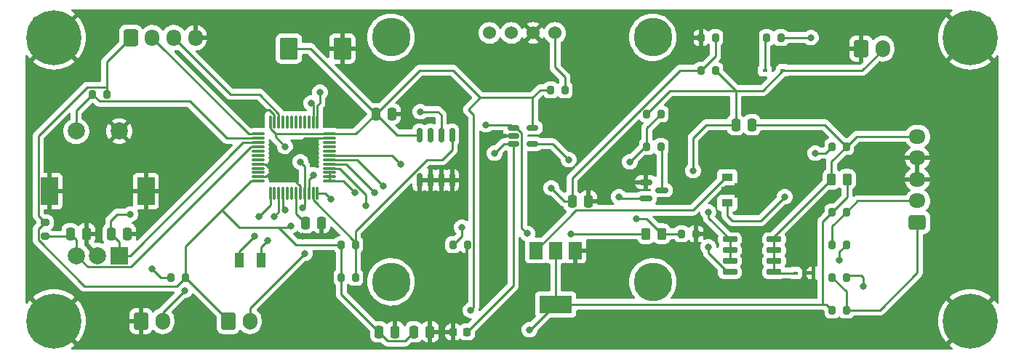
<source format=gbr>
%TF.GenerationSoftware,KiCad,Pcbnew,(6.0.4)*%
%TF.CreationDate,2022-05-05T14:57:31-04:00*%
%TF.ProjectId,KSGER Controller,4b534745-5220-4436-9f6e-74726f6c6c65,rev?*%
%TF.SameCoordinates,Original*%
%TF.FileFunction,Copper,L1,Top*%
%TF.FilePolarity,Positive*%
%FSLAX46Y46*%
G04 Gerber Fmt 4.6, Leading zero omitted, Abs format (unit mm)*
G04 Created by KiCad (PCBNEW (6.0.4)) date 2022-05-05 14:57:31*
%MOMM*%
%LPD*%
G01*
G04 APERTURE LIST*
G04 Aperture macros list*
%AMRoundRect*
0 Rectangle with rounded corners*
0 $1 Rounding radius*
0 $2 $3 $4 $5 $6 $7 $8 $9 X,Y pos of 4 corners*
0 Add a 4 corners polygon primitive as box body*
4,1,4,$2,$3,$4,$5,$6,$7,$8,$9,$2,$3,0*
0 Add four circle primitives for the rounded corners*
1,1,$1+$1,$2,$3*
1,1,$1+$1,$4,$5*
1,1,$1+$1,$6,$7*
1,1,$1+$1,$8,$9*
0 Add four rect primitives between the rounded corners*
20,1,$1+$1,$2,$3,$4,$5,0*
20,1,$1+$1,$4,$5,$6,$7,0*
20,1,$1+$1,$6,$7,$8,$9,0*
20,1,$1+$1,$8,$9,$2,$3,0*%
%AMFreePoly0*
4,1,9,3.862500,-0.866500,0.737500,-0.866500,0.737500,-0.450000,-0.737500,-0.450000,-0.737500,0.450000,0.737500,0.450000,0.737500,0.866500,3.862500,0.866500,3.862500,-0.866500,3.862500,-0.866500,$1*%
G04 Aperture macros list end*
%TA.AperFunction,SMDPad,CuDef*%
%ADD10RoundRect,0.150000X-0.512500X-0.150000X0.512500X-0.150000X0.512500X0.150000X-0.512500X0.150000X0*%
%TD*%
%TA.AperFunction,SMDPad,CuDef*%
%ADD11RoundRect,0.218750X-0.218750X-0.256250X0.218750X-0.256250X0.218750X0.256250X-0.218750X0.256250X0*%
%TD*%
%TA.AperFunction,ComponentPad*%
%ADD12C,0.800000*%
%TD*%
%TA.AperFunction,ComponentPad*%
%ADD13C,6.400000*%
%TD*%
%TA.AperFunction,SMDPad,CuDef*%
%ADD14RoundRect,0.250000X-0.250000X-0.475000X0.250000X-0.475000X0.250000X0.475000X-0.250000X0.475000X0*%
%TD*%
%TA.AperFunction,ComponentPad*%
%ADD15RoundRect,0.250000X0.725000X-0.600000X0.725000X0.600000X-0.725000X0.600000X-0.725000X-0.600000X0*%
%TD*%
%TA.AperFunction,ComponentPad*%
%ADD16O,1.950000X1.700000*%
%TD*%
%TA.AperFunction,SMDPad,CuDef*%
%ADD17RoundRect,0.200000X-0.200000X-0.275000X0.200000X-0.275000X0.200000X0.275000X-0.200000X0.275000X0*%
%TD*%
%TA.AperFunction,SMDPad,CuDef*%
%ADD18RoundRect,0.250000X0.262500X0.450000X-0.262500X0.450000X-0.262500X-0.450000X0.262500X-0.450000X0*%
%TD*%
%TA.AperFunction,ComponentPad*%
%ADD19RoundRect,0.250000X-0.600000X-0.750000X0.600000X-0.750000X0.600000X0.750000X-0.600000X0.750000X0*%
%TD*%
%TA.AperFunction,ComponentPad*%
%ADD20O,1.700000X2.000000*%
%TD*%
%TA.AperFunction,ComponentPad*%
%ADD21RoundRect,0.250000X-0.600000X-0.725000X0.600000X-0.725000X0.600000X0.725000X-0.600000X0.725000X0*%
%TD*%
%TA.AperFunction,ComponentPad*%
%ADD22O,1.700000X1.950000*%
%TD*%
%TA.AperFunction,SMDPad,CuDef*%
%ADD23RoundRect,0.150000X-0.587500X-0.150000X0.587500X-0.150000X0.587500X0.150000X-0.587500X0.150000X0*%
%TD*%
%TA.AperFunction,SMDPad,CuDef*%
%ADD24R,1.300000X0.900000*%
%TD*%
%TA.AperFunction,SMDPad,CuDef*%
%ADD25FreePoly0,0.000000*%
%TD*%
%TA.AperFunction,SMDPad,CuDef*%
%ADD26R,1.000000X1.800000*%
%TD*%
%TA.AperFunction,SMDPad,CuDef*%
%ADD27RoundRect,0.150000X0.150000X-0.675000X0.150000X0.675000X-0.150000X0.675000X-0.150000X-0.675000X0*%
%TD*%
%TA.AperFunction,SMDPad,CuDef*%
%ADD28RoundRect,0.200000X-0.275000X0.200000X-0.275000X-0.200000X0.275000X-0.200000X0.275000X0.200000X0*%
%TD*%
%TA.AperFunction,SMDPad,CuDef*%
%ADD29R,0.600000X0.450000*%
%TD*%
%TA.AperFunction,SMDPad,CuDef*%
%ADD30RoundRect,0.250000X-0.787500X-1.025000X0.787500X-1.025000X0.787500X1.025000X-0.787500X1.025000X0*%
%TD*%
%TA.AperFunction,SMDPad,CuDef*%
%ADD31R,1.500000X2.000000*%
%TD*%
%TA.AperFunction,SMDPad,CuDef*%
%ADD32R,3.800000X2.000000*%
%TD*%
%TA.AperFunction,SMDPad,CuDef*%
%ADD33RoundRect,0.250000X-0.262500X-0.450000X0.262500X-0.450000X0.262500X0.450000X-0.262500X0.450000X0*%
%TD*%
%TA.AperFunction,SMDPad,CuDef*%
%ADD34RoundRect,0.150000X-0.725000X-0.150000X0.725000X-0.150000X0.725000X0.150000X-0.725000X0.150000X0*%
%TD*%
%TA.AperFunction,SMDPad,CuDef*%
%ADD35RoundRect,0.200000X0.200000X0.275000X-0.200000X0.275000X-0.200000X-0.275000X0.200000X-0.275000X0*%
%TD*%
%TA.AperFunction,SMDPad,CuDef*%
%ADD36RoundRect,0.075000X0.075000X-0.662500X0.075000X0.662500X-0.075000X0.662500X-0.075000X-0.662500X0*%
%TD*%
%TA.AperFunction,SMDPad,CuDef*%
%ADD37RoundRect,0.075000X0.662500X-0.075000X0.662500X0.075000X-0.662500X0.075000X-0.662500X-0.075000X0*%
%TD*%
%TA.AperFunction,ComponentPad*%
%ADD38R,2.000000X2.000000*%
%TD*%
%TA.AperFunction,ComponentPad*%
%ADD39C,2.000000*%
%TD*%
%TA.AperFunction,ComponentPad*%
%ADD40R,2.000000X3.200000*%
%TD*%
%TA.AperFunction,ComponentPad*%
%ADD41C,4.500000*%
%TD*%
%TA.AperFunction,ComponentPad*%
%ADD42C,1.524000*%
%TD*%
%TA.AperFunction,ViaPad*%
%ADD43C,0.800000*%
%TD*%
%TA.AperFunction,Conductor*%
%ADD44C,0.250000*%
%TD*%
G04 APERTURE END LIST*
D10*
%TO.P,U3,1*%
%TO.N,TIP_TEMP*%
X146182500Y-91760000D03*
%TO.P,U3,2,V-*%
%TO.N,GND*%
X146182500Y-92710000D03*
%TO.P,U3,3,+*%
%TO.N,Net-(D1-Pad2)*%
X146182500Y-93660000D03*
%TO.P,U3,4,-*%
%TO.N,Net-(R5-Pad2)*%
X148457500Y-93660000D03*
%TO.P,U3,5,V+*%
%TO.N,+3V3*%
X148457500Y-91760000D03*
%TD*%
D11*
%TO.P,D1,1,K*%
%TO.N,GND*%
X139232500Y-115570000D03*
%TO.P,D1,2,A*%
%TO.N,Net-(D1-Pad2)*%
X140807500Y-115570000D03*
%TD*%
D12*
%TO.P,H1,1,1*%
%TO.N,GND*%
X199390000Y-116700000D03*
X201087056Y-115997056D03*
X201790000Y-114300000D03*
X196990000Y-114300000D03*
D13*
X199390000Y-114300000D03*
D12*
X199390000Y-111900000D03*
X197692944Y-115997056D03*
X201087056Y-112602944D03*
X197692944Y-112602944D03*
%TD*%
D14*
%TO.P,C12,1*%
%TO.N,+24V*%
X172090000Y-91440000D03*
%TO.P,C12,2*%
%TO.N,Net-(C12-Pad2)*%
X173990000Y-91440000D03*
%TD*%
D15*
%TO.P,J2,1,Pin_1*%
%TO.N,Net-(J2-Pad1)*%
X193248000Y-102790000D03*
D16*
%TO.P,J2,2,Pin_2*%
%TO.N,Net-(J2-Pad2)*%
X193248000Y-100290000D03*
%TO.P,J2,3,Pin_3*%
%TO.N,GND*%
X193248000Y-97790000D03*
%TO.P,J2,4,Pin_4*%
X193248000Y-95290000D03*
%TO.P,J2,5,Pin_5*%
%TO.N,Net-(C12-Pad2)*%
X193248000Y-92790000D03*
%TD*%
D17*
%TO.P,R13,1*%
%TO.N,+3V3*%
X126175000Y-105410000D03*
%TO.P,R13,2*%
%TO.N,EE_SDA*%
X127825000Y-105410000D03*
%TD*%
D18*
%TO.P,R15,1*%
%TO.N,+3V3*%
X185062500Y-97790000D03*
%TO.P,R15,2*%
%TO.N,Net-(C12-Pad2)*%
X183237500Y-97790000D03*
%TD*%
D19*
%TO.P,J4,1,Pin_1*%
%TO.N,GND*%
X102870000Y-114300000D03*
D20*
%TO.P,J4,2,Pin_2*%
%TO.N,Net-(J4-Pad2)*%
X105370000Y-114300000D03*
%TD*%
D17*
%TO.P,R17,1*%
%TO.N,+3V3*%
X183325000Y-113030000D03*
%TO.P,R17,2*%
%TO.N,Net-(J2-Pad1)*%
X184975000Y-113030000D03*
%TD*%
D21*
%TO.P,JE,1,Pin_1*%
%TO.N,+3V3*%
X101680000Y-81280000D03*
D22*
%TO.P,JE,2,Pin_2*%
%TO.N,SW_CLK*%
X104180000Y-81280000D03*
%TO.P,JE,3,Pin_3*%
%TO.N,SWDIO*%
X106680000Y-81280000D03*
%TO.P,JE,4,Pin_4*%
%TO.N,GND*%
X109180000Y-81280000D03*
%TD*%
D17*
%TO.P,R3,1*%
%TO.N,+24V*%
X161735000Y-90170000D03*
%TO.P,R3,2*%
%TO.N,Net-(Q1-Pad4)*%
X163385000Y-90170000D03*
%TD*%
%TO.P,R9,1*%
%TO.N,GND*%
X168085000Y-81280000D03*
%TO.P,R9,2*%
%TO.N,VIN_MON*%
X169735000Y-81280000D03*
%TD*%
%TO.P,R4,1*%
%TO.N,Net-(Q1-Pad4)*%
X161735000Y-93980000D03*
%TO.P,R4,2*%
%TO.N,Net-(Q2-Pad3)*%
X163385000Y-93980000D03*
%TD*%
D23*
%TO.P,Q2,1,E*%
%TO.N,GND*%
X161622500Y-98110000D03*
%TO.P,Q2,2,B*%
%TO.N,HEATER_ON*%
X161622500Y-100010000D03*
%TO.P,Q2,3,C*%
%TO.N,Net-(Q2-Pad3)*%
X163497500Y-99060000D03*
%TD*%
D17*
%TO.P,R11,1*%
%TO.N,+3V3*%
X126175000Y-109220000D03*
%TO.P,R11,2*%
%TO.N,EE_SDA*%
X127825000Y-109220000D03*
%TD*%
D14*
%TO.P,C4,1*%
%TO.N,+3V3*%
X130180000Y-90170000D03*
%TO.P,C4,2*%
%TO.N,GND*%
X132080000Y-90170000D03*
%TD*%
D24*
%TO.P,U6,1,OUT*%
%TO.N,Net-(U2-Pad3)*%
X171105000Y-97560000D03*
D25*
%TO.P,U6,2,GND*%
%TO.N,GND*%
X171192500Y-99060000D03*
D24*
%TO.P,U6,3,IN*%
%TO.N,Net-(R14-Pad2)*%
X171105000Y-100560000D03*
%TD*%
D17*
%TO.P,R6,1*%
%TO.N,HEATER_ON*%
X139195000Y-105410000D03*
%TO.P,R6,2*%
%TO.N,GND*%
X140845000Y-105410000D03*
%TD*%
D26*
%TO.P,Y1,1,1*%
%TO.N,Net-(U1-Pad3)*%
X114320000Y-107188000D03*
%TO.P,Y1,2,2*%
%TO.N,Net-(U1-Pad4)*%
X116820000Y-107188000D03*
%TD*%
D17*
%TO.P,R8,1*%
%TO.N,VIN_MON*%
X168085000Y-85090000D03*
%TO.P,R8,2*%
%TO.N,+24V*%
X169735000Y-85090000D03*
%TD*%
D14*
%TO.P,C11,1*%
%TO.N,ENCODER_A*%
X99380000Y-104140000D03*
%TO.P,C11,2*%
%TO.N,GND*%
X101280000Y-104140000D03*
%TD*%
D19*
%TO.P,J1,1,Pin_1*%
%TO.N,GND*%
X186690000Y-82550000D03*
D20*
%TO.P,J1,2,Pin_2*%
%TO.N,+24V*%
X189190000Y-82550000D03*
%TD*%
D27*
%TO.P,U4,1,A0*%
%TO.N,GND*%
X135255000Y-97875000D03*
%TO.P,U4,2,A1*%
X136525000Y-97875000D03*
%TO.P,U4,3,A2*%
X137795000Y-97875000D03*
%TO.P,U4,4,GND*%
X139065000Y-97875000D03*
%TO.P,U4,5,SDA*%
%TO.N,EE_SDA*%
X139065000Y-92625000D03*
%TO.P,U4,6,SCL*%
%TO.N,EE_SCL*%
X137795000Y-92625000D03*
%TO.P,U4,7,WP*%
%TO.N,unconnected-(U4-Pad7)*%
X136525000Y-92625000D03*
%TO.P,U4,8,VCC*%
%TO.N,+3V3*%
X135255000Y-92625000D03*
%TD*%
D14*
%TO.P,C5,1*%
%TO.N,+3V3*%
X134620000Y-115570000D03*
%TO.P,C5,2*%
%TO.N,GND*%
X136520000Y-115570000D03*
%TD*%
D28*
%TO.P,R19,1*%
%TO.N,+3V3*%
X91694000Y-102807000D03*
%TO.P,R19,2*%
%TO.N,ENCODER_B*%
X91694000Y-104457000D03*
%TD*%
D17*
%TO.P,R2,1*%
%TO.N,+3V3*%
X150559000Y-87376000D03*
%TO.P,R2,2*%
%TO.N,Net-(R2-Pad2)*%
X152209000Y-87376000D03*
%TD*%
D29*
%TO.P,D3,1,K*%
%TO.N,Net-(C12-Pad2)*%
X179036000Y-108712000D03*
%TO.P,D3,2,A*%
%TO.N,GND*%
X181136000Y-108712000D03*
%TD*%
D14*
%TO.P,C7,1*%
%TO.N,VIN_MON*%
X153040000Y-100330000D03*
%TO.P,C7,2*%
%TO.N,GND*%
X154940000Y-100330000D03*
%TD*%
%TO.P,C1,1*%
%TO.N,Net-(C1-Pad1)*%
X121986000Y-102870000D03*
%TO.P,C1,2*%
%TO.N,GND*%
X123886000Y-102870000D03*
%TD*%
D17*
%TO.P,R12,1*%
%TO.N,Net-(J2-Pad2)*%
X183325000Y-105410000D03*
%TO.P,R12,2*%
%TO.N,NTC*%
X184975000Y-105410000D03*
%TD*%
%TO.P,R16,1*%
%TO.N,Net-(J2-Pad1)*%
X183325000Y-109220000D03*
%TO.P,R16,2*%
%TO.N,SHAKE*%
X184975000Y-109220000D03*
%TD*%
D30*
%TO.P,C3,1*%
%TO.N,+3V3*%
X120077500Y-82550000D03*
%TO.P,C3,2*%
%TO.N,GND*%
X126302500Y-82550000D03*
%TD*%
D31*
%TO.P,U2,1,GND*%
%TO.N,GND*%
X153430000Y-106070000D03*
D32*
%TO.P,U2,2,VO*%
%TO.N,+3V3*%
X151130000Y-112370000D03*
D31*
X151130000Y-106070000D03*
%TO.P,U2,3,VI*%
%TO.N,Net-(U2-Pad3)*%
X148830000Y-106070000D03*
%TD*%
D33*
%TO.P,R5,1*%
%TO.N,TIP_TEMP*%
X161647500Y-104140000D03*
%TO.P,R5,2*%
%TO.N,Net-(R5-Pad2)*%
X163472500Y-104140000D03*
%TD*%
D12*
%TO.P,H3,1,1*%
%TO.N,GND*%
X92710000Y-78880000D03*
X95110000Y-81280000D03*
D13*
X92710000Y-81280000D03*
D12*
X92710000Y-83680000D03*
X90310000Y-81280000D03*
X91012944Y-79582944D03*
X94407056Y-82977056D03*
X94407056Y-79582944D03*
X91012944Y-82977056D03*
%TD*%
%TO.P,H4,1,1*%
%TO.N,GND*%
X201087056Y-82977056D03*
X201087056Y-79582944D03*
D13*
X199390000Y-81280000D03*
D12*
X196990000Y-81280000D03*
X199390000Y-83680000D03*
X199390000Y-78880000D03*
X197692944Y-79582944D03*
X201790000Y-81280000D03*
X197692944Y-82977056D03*
%TD*%
D34*
%TO.P,Q1,1*%
%TO.N,+24V*%
X171415000Y-104775000D03*
%TO.P,Q1,2*%
X171415000Y-106045000D03*
%TO.P,Q1,3*%
X171415000Y-107315000D03*
%TO.P,Q1,4*%
%TO.N,Net-(Q1-Pad4)*%
X171415000Y-108585000D03*
%TO.P,Q1,5*%
%TO.N,Net-(C12-Pad2)*%
X176565000Y-108585000D03*
%TO.P,Q1,6*%
X176565000Y-107315000D03*
%TO.P,Q1,7*%
X176565000Y-106045000D03*
%TO.P,Q1,8*%
X176565000Y-104775000D03*
%TD*%
D35*
%TO.P,R20,1*%
%TO.N,+3V3*%
X108013000Y-109220000D03*
%TO.P,R20,2*%
%TO.N,ENCODER_A*%
X106363000Y-109220000D03*
%TD*%
D17*
%TO.P,R14,1*%
%TO.N,Net-(D2-Pad1)*%
X175705000Y-81280000D03*
%TO.P,R14,2*%
%TO.N,Net-(R14-Pad2)*%
X177355000Y-81280000D03*
%TD*%
D35*
%TO.P,R10,1*%
%TO.N,+3V3*%
X98869000Y-87884000D03*
%TO.P,R10,2*%
%TO.N,ENCODER_SW*%
X97219000Y-87884000D03*
%TD*%
D12*
%TO.P,H2,1,1*%
%TO.N,GND*%
X91012944Y-115997056D03*
X90310000Y-114300000D03*
X92710000Y-116700000D03*
X95110000Y-114300000D03*
X94407056Y-112602944D03*
D13*
X92710000Y-114300000D03*
D12*
X92710000Y-111900000D03*
X91012944Y-112602944D03*
X94407056Y-115997056D03*
%TD*%
D29*
%TO.P,D2,1,K*%
%TO.N,Net-(D2-Pad1)*%
X175480000Y-85090000D03*
%TO.P,D2,2,A*%
%TO.N,+24V*%
X177580000Y-85090000D03*
%TD*%
D19*
%TO.P,BZ1,1,-*%
%TO.N,+3V3*%
X113030000Y-114300000D03*
D20*
%TO.P,BZ1,2,+*%
%TO.N,Net-(BZ1-Pad2)*%
X115530000Y-114300000D03*
%TD*%
D36*
%TO.P,U1,1,VBAT*%
%TO.N,Net-(J4-Pad2)*%
X117900000Y-99412500D03*
%TO.P,U1,2,PC13*%
%TO.N,unconnected-(U1-Pad2)*%
X118400000Y-99412500D03*
%TO.P,U1,3,PC14*%
%TO.N,Net-(U1-Pad3)*%
X118900000Y-99412500D03*
%TO.P,U1,4,PC15*%
%TO.N,Net-(U1-Pad4)*%
X119400000Y-99412500D03*
%TO.P,U1,5,PD0*%
%TO.N,unconnected-(U1-Pad5)*%
X119900000Y-99412500D03*
%TO.P,U1,6,PD1*%
%TO.N,unconnected-(U1-Pad6)*%
X120400000Y-99412500D03*
%TO.P,U1,7,NRST*%
%TO.N,Net-(C1-Pad1)*%
X120900000Y-99412500D03*
%TO.P,U1,8,VSSA*%
%TO.N,GND*%
X121400000Y-99412500D03*
%TO.P,U1,9,VDDA*%
%TO.N,+3V3*%
X121900000Y-99412500D03*
%TO.P,U1,10,PA0*%
%TO.N,EE_SCL*%
X122400000Y-99412500D03*
%TO.P,U1,11,PA1*%
%TO.N,EE_SDA*%
X122900000Y-99412500D03*
%TO.P,U1,12,PA2*%
%TO.N,TIP_TEMP*%
X123400000Y-99412500D03*
D37*
%TO.P,U1,13,PA3*%
%TO.N,Net-(BZ1-Pad2)*%
X124812500Y-98000000D03*
%TO.P,U1,14,PA4*%
X124812500Y-97500000D03*
%TO.P,U1,15,PA5*%
X124812500Y-97000000D03*
%TO.P,U1,16,PA6*%
%TO.N,SHAKE*%
X124812500Y-96500000D03*
%TO.P,U1,17,PA7*%
%TO.N,NTC*%
X124812500Y-96000000D03*
%TO.P,U1,18,PB0*%
%TO.N,HEATER_ON*%
X124812500Y-95500000D03*
%TO.P,U1,19,PB1*%
%TO.N,VIN_MON*%
X124812500Y-95000000D03*
%TO.P,U1,20,PB2*%
%TO.N,unconnected-(U1-Pad20)*%
X124812500Y-94500000D03*
%TO.P,U1,21,PB10*%
%TO.N,unconnected-(U1-Pad21)*%
X124812500Y-94000000D03*
%TO.P,U1,22,PB11*%
%TO.N,unconnected-(U1-Pad22)*%
X124812500Y-93500000D03*
%TO.P,U1,23,VSS*%
%TO.N,GND*%
X124812500Y-93000000D03*
%TO.P,U1,24,VDD*%
%TO.N,+3V3*%
X124812500Y-92500000D03*
D36*
%TO.P,U1,25,PB12*%
%TO.N,OLED_SDA*%
X123400000Y-91087500D03*
%TO.P,U1,26,PB13*%
%TO.N,OLED_SCL*%
X122900000Y-91087500D03*
%TO.P,U1,27,PB14*%
%TO.N,unconnected-(U1-Pad27)*%
X122400000Y-91087500D03*
%TO.P,U1,28,PB15*%
%TO.N,unconnected-(U1-Pad28)*%
X121900000Y-91087500D03*
%TO.P,U1,29,PA8*%
%TO.N,unconnected-(U1-Pad29)*%
X121400000Y-91087500D03*
%TO.P,U1,30,PA9*%
%TO.N,unconnected-(U1-Pad30)*%
X120900000Y-91087500D03*
%TO.P,U1,31,PA10*%
%TO.N,unconnected-(U1-Pad31)*%
X120400000Y-91087500D03*
%TO.P,U1,32,PA11*%
%TO.N,unconnected-(U1-Pad32)*%
X119900000Y-91087500D03*
%TO.P,U1,33,PA12*%
%TO.N,unconnected-(U1-Pad33)*%
X119400000Y-91087500D03*
%TO.P,U1,34,PA13*%
%TO.N,SWDIO*%
X118900000Y-91087500D03*
%TO.P,U1,35,VSS*%
%TO.N,GND*%
X118400000Y-91087500D03*
%TO.P,U1,36,VDD*%
%TO.N,+3V3*%
X117900000Y-91087500D03*
D37*
%TO.P,U1,37,PA14*%
%TO.N,SW_CLK*%
X116487500Y-92500000D03*
%TO.P,U1,38,PA15*%
%TO.N,ENCODER_SW*%
X116487500Y-93000000D03*
%TO.P,U1,39,PB3*%
%TO.N,ENCODER_A*%
X116487500Y-93500000D03*
%TO.P,U1,40,PB4*%
%TO.N,ENCODER_B*%
X116487500Y-94000000D03*
%TO.P,U1,41,PB5*%
%TO.N,unconnected-(U1-Pad41)*%
X116487500Y-94500000D03*
%TO.P,U1,42,PB6*%
%TO.N,unconnected-(U1-Pad42)*%
X116487500Y-95000000D03*
%TO.P,U1,43,PB7*%
%TO.N,unconnected-(U1-Pad43)*%
X116487500Y-95500000D03*
%TO.P,U1,44,BOOT0*%
%TO.N,GND*%
X116487500Y-96000000D03*
%TO.P,U1,45,PB8*%
%TO.N,unconnected-(U1-Pad45)*%
X116487500Y-96500000D03*
%TO.P,U1,46,PB9*%
%TO.N,unconnected-(U1-Pad46)*%
X116487500Y-97000000D03*
%TO.P,U1,47,VSS*%
%TO.N,GND*%
X116487500Y-97500000D03*
%TO.P,U1,48,VDD*%
%TO.N,+3V3*%
X116487500Y-98000000D03*
%TD*%
D17*
%TO.P,R7,1*%
%TO.N,Net-(R5-Pad2)*%
X165799000Y-104140000D03*
%TO.P,R7,2*%
%TO.N,GND*%
X167449000Y-104140000D03*
%TD*%
D14*
%TO.P,C10,1*%
%TO.N,ENCODER_B*%
X94620000Y-104140000D03*
%TO.P,C10,2*%
%TO.N,GND*%
X96520000Y-104140000D03*
%TD*%
D17*
%TO.P,R1,1*%
%TO.N,Net-(D1-Pad2)*%
X183325000Y-93980000D03*
%TO.P,R1,2*%
%TO.N,Net-(C12-Pad2)*%
X184975000Y-93980000D03*
%TD*%
D14*
%TO.P,C6,1*%
%TO.N,+3V3*%
X130556000Y-115570000D03*
%TO.P,C6,2*%
%TO.N,GND*%
X132456000Y-115570000D03*
%TD*%
D17*
%TO.P,R18,1*%
%TO.N,+3V3*%
X183325000Y-101600000D03*
%TO.P,R18,2*%
%TO.N,Net-(J2-Pad2)*%
X184975000Y-101600000D03*
%TD*%
D38*
%TO.P,SW1,A,A*%
%TO.N,ENCODER_A*%
X100330000Y-106680000D03*
D39*
%TO.P,SW1,B,B*%
%TO.N,ENCODER_B*%
X95330000Y-106680000D03*
%TO.P,SW1,C,C*%
%TO.N,GND*%
X97830000Y-106680000D03*
D40*
%TO.P,SW1,MP*%
X103430000Y-99180000D03*
X92230000Y-99180000D03*
D39*
%TO.P,SW1,S1,S1*%
%TO.N,ENCODER_SW*%
X95330000Y-92180000D03*
%TO.P,SW1,S2,S2*%
%TO.N,GND*%
X100330000Y-92180000D03*
%TD*%
D41*
%TO.P,U7,*%
%TO.N,*%
X162441500Y-109740000D03*
X131961500Y-109740000D03*
X162441500Y-81240000D03*
X131961500Y-81240000D03*
D42*
%TO.P,U7,1,VCC*%
%TO.N,Net-(R2-Pad2)*%
X151051500Y-80740000D03*
%TO.P,U7,2,GND*%
%TO.N,GND*%
X148511500Y-80740000D03*
%TO.P,U7,3,SCL*%
%TO.N,OLED_SCL*%
X145971500Y-80740000D03*
%TO.P,U7,4,SDA*%
%TO.N,OLED_SDA*%
X143431500Y-80740000D03*
%TD*%
D43*
%TO.N,+3V3*%
X121666000Y-101092000D03*
X120282013Y-103194006D03*
X121412000Y-95758000D03*
X148082000Y-115316000D03*
X141224000Y-113039011D03*
X119634000Y-93980000D03*
%TO.N,Net-(BZ1-Pad2)*%
X121920000Y-106426000D03*
X127762000Y-99314000D03*
%TO.N,GND*%
X166370000Y-82804000D03*
X156464000Y-105918000D03*
X118110000Y-96774000D03*
X121666000Y-104394000D03*
X170434000Y-88900000D03*
X116078000Y-89662000D03*
X143256000Y-92964000D03*
X156972000Y-98044000D03*
%TO.N,VIN_MON*%
X150622000Y-98806000D03*
X133096000Y-96012000D03*
%TO.N,ENCODER_A*%
X101600000Y-101854000D03*
X104140000Y-108204000D03*
%TO.N,+24V*%
X167132000Y-96774000D03*
X168910000Y-101600000D03*
%TO.N,Net-(D1-Pad2)*%
X181356000Y-94742000D03*
X144018000Y-94742000D03*
%TO.N,Net-(J4-Pad2)*%
X116586000Y-102108000D03*
X107950000Y-110744000D03*
%TO.N,Net-(Q1-Pad4)*%
X159766000Y-95758000D03*
X168910000Y-105664000D03*
%TO.N,HEATER_ON*%
X158496000Y-99822000D03*
X131064000Y-98552000D03*
X140208000Y-103378000D03*
%TO.N,TIP_TEMP*%
X147828000Y-104102500D03*
X124968000Y-100076000D03*
X152908000Y-104140000D03*
X143002000Y-91440000D03*
%TO.N,Net-(R5-Pad2)*%
X152654000Y-95504000D03*
X160528000Y-102362000D03*
%TO.N,NTC*%
X184150000Y-107188000D03*
X130048000Y-99314000D03*
%TO.N,Net-(R14-Pad2)*%
X180848000Y-81280000D03*
X177800000Y-99822000D03*
%TO.N,SHAKE*%
X129032000Y-100838000D03*
X186944000Y-110236000D03*
%TO.N,Net-(U1-Pad3)*%
X118364000Y-102108000D03*
X116078000Y-104394000D03*
%TO.N,Net-(U1-Pad4)*%
X117602000Y-104902000D03*
X119634000Y-101346000D03*
%TO.N,EE_SCL*%
X122936000Y-97282000D03*
X135382000Y-89916000D03*
%TO.N,OLED_SDA*%
X123698000Y-87630000D03*
%TO.N,OLED_SCL*%
X122682000Y-88900000D03*
%TD*%
D44*
%TO.N,+3V3*%
X114300000Y-103378000D02*
X112268000Y-101346000D01*
X96583000Y-87059000D02*
X98869000Y-87059000D01*
X98869000Y-87059000D02*
X98869000Y-84091000D01*
X90905489Y-92736511D02*
X96583000Y-87059000D01*
X120282013Y-103194006D02*
X120098019Y-103378000D01*
X90894480Y-103606520D02*
X90894480Y-104874263D01*
X121900000Y-96246000D02*
X121412000Y-95758000D01*
X182220000Y-112370000D02*
X182665000Y-112370000D01*
X106997000Y-110236000D02*
X108013000Y-109220000D01*
X182665000Y-112370000D02*
X183325000Y-113030000D01*
X135260000Y-85090000D02*
X130180000Y-90170000D01*
X120904000Y-105410000D02*
X118872000Y-103378000D01*
X120098019Y-103378000D02*
X118364000Y-103378000D01*
X142361500Y-88270500D02*
X140970000Y-89662000D01*
X135260000Y-85090000D02*
X139181000Y-85090000D01*
X112268000Y-101346000D02*
X108013000Y-105601000D01*
X151130000Y-112370000D02*
X151130000Y-106070000D01*
X148457500Y-88270500D02*
X149352000Y-87376000D01*
X130180000Y-90170000D02*
X127850000Y-92500000D01*
X117900000Y-91890006D02*
X118509994Y-92500000D01*
X185062500Y-97790000D02*
X185062500Y-99862500D01*
X126175000Y-111189000D02*
X130556000Y-115570000D01*
X141569520Y-112693491D02*
X141224000Y-113039011D01*
X135255000Y-92625000D02*
X132635000Y-92625000D01*
X127850000Y-92500000D02*
X124812500Y-92500000D01*
X132635000Y-92625000D02*
X130180000Y-90170000D01*
X113030000Y-114300000D02*
X113030000Y-114237000D01*
X185062500Y-99862500D02*
X183325000Y-101600000D01*
X185062500Y-97790000D02*
X184975000Y-97702500D01*
X91694000Y-102807000D02*
X90894480Y-103606520D01*
X141569520Y-90261520D02*
X141569520Y-112693491D01*
X90894480Y-104874263D02*
X96256217Y-110236000D01*
X151130000Y-112370000D02*
X182220000Y-112370000D01*
X116487500Y-98000000D02*
X115614000Y-98000000D01*
X91694000Y-102807000D02*
X90905489Y-102018489D01*
X148457500Y-88270500D02*
X142361500Y-88270500D01*
X119634000Y-93980000D02*
X118509994Y-92855994D01*
X90905489Y-102018489D02*
X90905489Y-92736511D01*
X148457500Y-91760000D02*
X148457500Y-88270500D01*
X118364000Y-103378000D02*
X114300000Y-103378000D01*
X96256217Y-110236000D02*
X106997000Y-110236000D01*
X118509994Y-92855994D02*
X118509994Y-92500000D01*
X117900000Y-91087500D02*
X117900000Y-91890006D01*
X118872000Y-103378000D02*
X118364000Y-103378000D01*
X183237500Y-101512500D02*
X183325000Y-101600000D01*
X108013000Y-105601000D02*
X108013000Y-109220000D01*
X98869000Y-87884000D02*
X98869000Y-87059000D01*
X126175000Y-109220000D02*
X126175000Y-105410000D01*
X148184000Y-115316000D02*
X151130000Y-112370000D01*
X149352000Y-87376000D02*
X150559000Y-87376000D01*
X115614000Y-98000000D02*
X112268000Y-101346000D01*
X131605520Y-116619520D02*
X133570480Y-116619520D01*
X120077500Y-82550000D02*
X122560000Y-82550000D01*
X182220000Y-102705000D02*
X182220000Y-112370000D01*
X121900000Y-100858000D02*
X121666000Y-101092000D01*
X139181000Y-85090000D02*
X142361500Y-88270500D01*
X122560000Y-82550000D02*
X130180000Y-90170000D01*
X126175000Y-109220000D02*
X126175000Y-111189000D01*
X148082000Y-115316000D02*
X148184000Y-115316000D01*
X133570480Y-116619520D02*
X134620000Y-115570000D01*
X126175000Y-105410000D02*
X120904000Y-105410000D01*
X140970000Y-89662000D02*
X141569520Y-90261520D01*
X98869000Y-84091000D02*
X101680000Y-81280000D01*
X130556000Y-115570000D02*
X131605520Y-116619520D01*
X121900000Y-99412500D02*
X121900000Y-100858000D01*
X113030000Y-114237000D02*
X108013000Y-109220000D01*
X183325000Y-101600000D02*
X182220000Y-102705000D01*
X118509994Y-92500000D02*
X124812500Y-92500000D01*
X121900000Y-99412500D02*
X121900000Y-96246000D01*
%TO.N,Net-(BZ1-Pad2)*%
X115530000Y-112816000D02*
X121920000Y-106426000D01*
X124812500Y-97000000D02*
X124812500Y-98000000D01*
X127762000Y-99314000D02*
X126448000Y-98000000D01*
X126448000Y-98000000D02*
X124812500Y-98000000D01*
X115530000Y-114300000D02*
X115530000Y-112816000D01*
%TO.N,Net-(C1-Pad1)*%
X121986000Y-102870000D02*
X120900000Y-101784000D01*
X120900000Y-101784000D02*
X120900000Y-99412500D01*
%TO.N,GND*%
X121400000Y-99412500D02*
X121400000Y-98609994D01*
X121400000Y-98609994D02*
X119564006Y-96774000D01*
X124812500Y-93000000D02*
X121884000Y-93000000D01*
X119564006Y-96774000D02*
X118110000Y-96774000D01*
X117336000Y-96000000D02*
X118110000Y-96774000D01*
X117384000Y-97500000D02*
X118110000Y-96774000D01*
X118400000Y-90284994D02*
X117777006Y-89662000D01*
X118400000Y-91087500D02*
X118400000Y-90284994D01*
X117777006Y-89662000D02*
X116078000Y-89662000D01*
X116487500Y-97500000D02*
X117384000Y-97500000D01*
X121884000Y-93000000D02*
X118110000Y-96774000D01*
X116487500Y-96000000D02*
X117336000Y-96000000D01*
%TO.N,VIN_MON*%
X150622000Y-98806000D02*
X152146000Y-100330000D01*
X152146000Y-100330000D02*
X153040000Y-100330000D01*
X169735000Y-83440000D02*
X168085000Y-85090000D01*
X165598217Y-85090000D02*
X168085000Y-85090000D01*
X132084000Y-95000000D02*
X133096000Y-96012000D01*
X169735000Y-81280000D02*
X169735000Y-83440000D01*
X153040000Y-97648217D02*
X165598217Y-85090000D01*
X124812500Y-95000000D02*
X132084000Y-95000000D01*
X153040000Y-100330000D02*
X153040000Y-97648217D01*
%TO.N,ENCODER_B*%
X115684994Y-94000000D02*
X101680483Y-108004511D01*
X101680483Y-108004511D02*
X96654511Y-108004511D01*
X96654511Y-108004511D02*
X95330000Y-106680000D01*
X95330000Y-104850000D02*
X95330000Y-106680000D01*
X116487500Y-94000000D02*
X115684994Y-94000000D01*
X94303000Y-104457000D02*
X94620000Y-104140000D01*
X94620000Y-104140000D02*
X95330000Y-104850000D01*
X91694000Y-104457000D02*
X94303000Y-104457000D01*
%TO.N,ENCODER_A*%
X100076000Y-101854000D02*
X99314000Y-102616000D01*
X99314000Y-102616000D02*
X99314000Y-104074000D01*
X101600000Y-101854000D02*
X100076000Y-101854000D01*
X101580000Y-106680000D02*
X100330000Y-106680000D01*
X99314000Y-104074000D02*
X99380000Y-104140000D01*
X100330000Y-105090000D02*
X100330000Y-106680000D01*
X114760000Y-93500000D02*
X101580000Y-106680000D01*
X99380000Y-104140000D02*
X100330000Y-105090000D01*
X105156000Y-109220000D02*
X104140000Y-108204000D01*
X106363000Y-109220000D02*
X105156000Y-109220000D01*
X116487500Y-93500000D02*
X114760000Y-93500000D01*
%TO.N,+24V*%
X172090000Y-87445000D02*
X175225000Y-87445000D01*
X172090000Y-87445000D02*
X172090000Y-91440000D01*
X168656000Y-91440000D02*
X172090000Y-91440000D01*
X167132000Y-92964000D02*
X168656000Y-91440000D01*
X171415000Y-104775000D02*
X168910000Y-102270000D01*
X189190000Y-82550000D02*
X189190000Y-82700000D01*
X161735000Y-90170000D02*
X164460000Y-87445000D01*
X171415000Y-107315000D02*
X171415000Y-104775000D01*
X167132000Y-96774000D02*
X167132000Y-92964000D01*
X175225000Y-87445000D02*
X177580000Y-85090000D01*
X168910000Y-102270000D02*
X168910000Y-101600000D01*
X189190000Y-82700000D02*
X186800000Y-85090000D01*
X169735000Y-85090000D02*
X172090000Y-87445000D01*
X186800000Y-85090000D02*
X177580000Y-85090000D01*
X164460000Y-87445000D02*
X172090000Y-87445000D01*
%TO.N,Net-(C12-Pad2)*%
X176565000Y-108585000D02*
X176692000Y-108712000D01*
X176565000Y-104462500D02*
X183237500Y-97790000D01*
X186165000Y-92790000D02*
X193248000Y-92790000D01*
X176565000Y-104775000D02*
X176565000Y-104462500D01*
X173990000Y-91440000D02*
X182435000Y-91440000D01*
X183237500Y-95717500D02*
X184975000Y-93980000D01*
X176692000Y-108712000D02*
X179036000Y-108712000D01*
X183237500Y-97790000D02*
X183237500Y-95717500D01*
X182435000Y-91440000D02*
X184975000Y-93980000D01*
X176565000Y-108585000D02*
X176565000Y-104775000D01*
X186165000Y-92790000D02*
X184975000Y-93980000D01*
%TO.N,Net-(D1-Pad2)*%
X146182500Y-93660000D02*
X145100000Y-93660000D01*
X146182500Y-110195000D02*
X146182500Y-93660000D01*
X181356000Y-94742000D02*
X182563000Y-94742000D01*
X182563000Y-94742000D02*
X183325000Y-93980000D01*
X145100000Y-93660000D02*
X144018000Y-94742000D01*
X140807500Y-115570000D02*
X146182500Y-110195000D01*
%TO.N,Net-(D2-Pad1)*%
X175480000Y-81505000D02*
X175480000Y-85090000D01*
X175705000Y-81280000D02*
X175480000Y-81505000D01*
%TO.N,Net-(J2-Pad1)*%
X183325000Y-109220000D02*
X184975000Y-110870000D01*
X188850000Y-113030000D02*
X193248000Y-108632000D01*
X193248000Y-108632000D02*
X193248000Y-102790000D01*
X184975000Y-110870000D02*
X184975000Y-113030000D01*
X188850000Y-113030000D02*
X184975000Y-113030000D01*
%TO.N,Net-(J2-Pad2)*%
X186285000Y-100290000D02*
X193248000Y-100290000D01*
X183325000Y-103250000D02*
X184975000Y-101600000D01*
X184975000Y-101600000D02*
X186285000Y-100290000D01*
X183325000Y-105410000D02*
X183325000Y-103250000D01*
%TO.N,Net-(J4-Pad2)*%
X105370000Y-113324000D02*
X107950000Y-110744000D01*
X105370000Y-114300000D02*
X105370000Y-113324000D01*
X116586000Y-102108000D02*
X117900000Y-100794000D01*
X117900000Y-100794000D02*
X117900000Y-99412500D01*
%TO.N,SW_CLK*%
X104180000Y-81280000D02*
X115400000Y-92500000D01*
X115400000Y-92500000D02*
X116487500Y-92500000D01*
%TO.N,SWDIO*%
X116634724Y-87884000D02*
X118900000Y-90149276D01*
X118900000Y-90149276D02*
X118900000Y-91087500D01*
X113284000Y-87884000D02*
X116634724Y-87884000D01*
X106680000Y-81280000D02*
X113284000Y-87884000D01*
%TO.N,Net-(Q1-Pad4)*%
X161735000Y-91820000D02*
X163385000Y-90170000D01*
X168910000Y-106356072D02*
X171138928Y-108585000D01*
X161735000Y-93980000D02*
X161544000Y-93980000D01*
X171138928Y-108585000D02*
X171415000Y-108585000D01*
X161735000Y-93980000D02*
X161735000Y-91820000D01*
X161544000Y-93980000D02*
X159766000Y-95758000D01*
X168910000Y-105664000D02*
X168910000Y-106356072D01*
%TO.N,HEATER_ON*%
X140208000Y-103378000D02*
X140208000Y-104397000D01*
X140208000Y-104397000D02*
X139195000Y-105410000D01*
X124812500Y-95500000D02*
X128012000Y-95500000D01*
X128012000Y-95500000D02*
X131064000Y-98552000D01*
X161622500Y-100010000D02*
X158684000Y-100010000D01*
X158684000Y-100010000D02*
X158496000Y-99822000D01*
%TO.N,Net-(Q2-Pad3)*%
X163497500Y-99060000D02*
X163497500Y-94092500D01*
X163497500Y-94092500D02*
X163385000Y-93980000D01*
%TO.N,Net-(R2-Pad2)*%
X151051500Y-84723500D02*
X152209000Y-85881000D01*
X152209000Y-85881000D02*
X152209000Y-87376000D01*
X151051500Y-80740000D02*
X151051500Y-84723500D01*
%TO.N,TIP_TEMP*%
X147828000Y-104102500D02*
X147169520Y-103444020D01*
X146566072Y-91760000D02*
X146182500Y-91760000D01*
X123400000Y-99412500D02*
X124304500Y-99412500D01*
X143002000Y-91440000D02*
X145862500Y-91440000D01*
X145862500Y-91440000D02*
X146182500Y-91760000D01*
X124304500Y-99412500D02*
X124968000Y-100076000D01*
X147169520Y-92363448D02*
X146566072Y-91760000D01*
X147169520Y-103444020D02*
X147169520Y-92363448D01*
X161647500Y-104140000D02*
X152908000Y-104140000D01*
%TO.N,Net-(R5-Pad2)*%
X148457500Y-93660000D02*
X150810000Y-93660000D01*
X163472500Y-104140000D02*
X165799000Y-104140000D01*
X150810000Y-93660000D02*
X152654000Y-95504000D01*
X160528000Y-102362000D02*
X161694500Y-102362000D01*
X161694500Y-102362000D02*
X163472500Y-104140000D01*
%TO.N,ENCODER_SW*%
X97219000Y-87884000D02*
X95330000Y-89773000D01*
X112829022Y-93000000D02*
X108512542Y-88683520D01*
X116487500Y-93000000D02*
X112829022Y-93000000D01*
X95330000Y-89773000D02*
X95330000Y-92180000D01*
X98018520Y-88683520D02*
X97219000Y-87884000D01*
X108512542Y-88683520D02*
X98018520Y-88683520D01*
%TO.N,EE_SDA*%
X122900000Y-100215006D02*
X127825000Y-105140006D01*
X122900000Y-99412500D02*
X122900000Y-100215006D01*
X127825000Y-109220000D02*
X127825000Y-105410000D01*
X137922000Y-95504000D02*
X139065000Y-94361000D01*
X127825000Y-105140006D02*
X127825000Y-105410000D01*
X127825000Y-105410000D02*
X127825000Y-103808928D01*
X139065000Y-94361000D02*
X139065000Y-92625000D01*
X136129928Y-95504000D02*
X137922000Y-95504000D01*
X127825000Y-103808928D02*
X136129928Y-95504000D01*
%TO.N,NTC*%
X124812500Y-96000000D02*
X126734000Y-96000000D01*
X184150000Y-107188000D02*
X184150000Y-106235000D01*
X126734000Y-96000000D02*
X130048000Y-99314000D01*
X184150000Y-106235000D02*
X184975000Y-105410000D01*
%TO.N,Net-(R14-Pad2)*%
X171704000Y-102616000D02*
X175006000Y-102616000D01*
X171105000Y-102017000D02*
X171704000Y-102616000D01*
X175006000Y-102616000D02*
X177800000Y-99822000D01*
X180848000Y-81280000D02*
X177355000Y-81280000D01*
X171105000Y-100560000D02*
X171105000Y-102017000D01*
%TO.N,SHAKE*%
X124812500Y-96500000D02*
X125972614Y-96500000D01*
X186690000Y-108966000D02*
X185229000Y-108966000D01*
X186944000Y-110236000D02*
X186944000Y-109220000D01*
X186944000Y-109220000D02*
X186690000Y-108966000D01*
X125972614Y-96500000D02*
X129032000Y-99559386D01*
X185229000Y-108966000D02*
X184975000Y-109220000D01*
X129032000Y-99559386D02*
X129032000Y-100838000D01*
%TO.N,Net-(U1-Pad3)*%
X114320000Y-106152000D02*
X116078000Y-104394000D01*
X118364000Y-102108000D02*
X118900000Y-101572000D01*
X118900000Y-101572000D02*
X118900000Y-99412500D01*
X114320000Y-107188000D02*
X114320000Y-106152000D01*
%TO.N,Net-(U1-Pad4)*%
X116820000Y-105684000D02*
X117602000Y-104902000D01*
X116820000Y-107188000D02*
X116820000Y-105684000D01*
X119634000Y-101346000D02*
X119400000Y-101112000D01*
X119400000Y-101112000D02*
X119400000Y-99412500D01*
%TO.N,EE_SCL*%
X135382000Y-89916000D02*
X137414000Y-89916000D01*
X122400000Y-97818000D02*
X122936000Y-97282000D01*
X122400000Y-99412500D02*
X122400000Y-97818000D01*
X137795000Y-90297000D02*
X137795000Y-92625000D01*
X137414000Y-89916000D02*
X137795000Y-90297000D01*
%TO.N,OLED_SDA*%
X123698000Y-88900000D02*
X123698000Y-87630000D01*
X123400000Y-91087500D02*
X123400000Y-89198000D01*
X123400000Y-89198000D02*
X123698000Y-88900000D01*
%TO.N,OLED_SCL*%
X122900000Y-89118000D02*
X122682000Y-88900000D01*
X122900000Y-91087500D02*
X122900000Y-89118000D01*
%TO.N,Net-(U2-Pad3)*%
X170918000Y-97560000D02*
X171105000Y-97560000D01*
X167098480Y-101379520D02*
X170918000Y-97560000D01*
X148830000Y-106070000D02*
X153520480Y-101379520D01*
X153520480Y-101379520D02*
X167098480Y-101379520D01*
%TD*%
%TA.AperFunction,Conductor*%
%TO.N,GND*%
G36*
X197308437Y-77998502D02*
G01*
X197354930Y-78052158D01*
X197365034Y-78122432D01*
X197335540Y-78187012D01*
X197308940Y-78210173D01*
X197210265Y-78274253D01*
X197204939Y-78278123D01*
X196966165Y-78471478D01*
X196957700Y-78483733D01*
X196964034Y-78494824D01*
X202174310Y-83705100D01*
X202187386Y-83712241D01*
X202197753Y-83704784D01*
X202391877Y-83465061D01*
X202395747Y-83459735D01*
X202459827Y-83361060D01*
X202513704Y-83314823D01*
X202584025Y-83305053D01*
X202648465Y-83334853D01*
X202686564Y-83394761D01*
X202691500Y-83429684D01*
X202691500Y-112150316D01*
X202671498Y-112218437D01*
X202617842Y-112264930D01*
X202547568Y-112275034D01*
X202482988Y-112245540D01*
X202459827Y-112218940D01*
X202395747Y-112120265D01*
X202391877Y-112114939D01*
X202198522Y-111876165D01*
X202186267Y-111867700D01*
X202175176Y-111874034D01*
X196964900Y-117084310D01*
X196957759Y-117097386D01*
X196965216Y-117107753D01*
X197204935Y-117301874D01*
X197210272Y-117305751D01*
X197308941Y-117369828D01*
X197355178Y-117423704D01*
X197364947Y-117494025D01*
X197335147Y-117558465D01*
X197275238Y-117596564D01*
X197240316Y-117601500D01*
X94859684Y-117601500D01*
X94791563Y-117581498D01*
X94745070Y-117527842D01*
X94734966Y-117457568D01*
X94764460Y-117392988D01*
X94791059Y-117369828D01*
X94889728Y-117305751D01*
X94895065Y-117301874D01*
X95133835Y-117108522D01*
X95142300Y-117096267D01*
X95135966Y-117085176D01*
X92351922Y-114301132D01*
X93074408Y-114301132D01*
X93074539Y-114302965D01*
X93078790Y-114309580D01*
X95494310Y-116725100D01*
X95507386Y-116732241D01*
X95517753Y-116724784D01*
X95711877Y-116485061D01*
X95715747Y-116479735D01*
X95923831Y-116159313D01*
X95927128Y-116153603D01*
X96100578Y-115813189D01*
X96103260Y-115807164D01*
X96240171Y-115450498D01*
X96242212Y-115444216D01*
X96335223Y-115097095D01*
X101512001Y-115097095D01*
X101512338Y-115103614D01*
X101522257Y-115199206D01*
X101525149Y-115212600D01*
X101576588Y-115366784D01*
X101582761Y-115379962D01*
X101668063Y-115517807D01*
X101677099Y-115529208D01*
X101791829Y-115643739D01*
X101803240Y-115652751D01*
X101941243Y-115737816D01*
X101954424Y-115743963D01*
X102108710Y-115795138D01*
X102122086Y-115798005D01*
X102216438Y-115807672D01*
X102222854Y-115808000D01*
X102597885Y-115808000D01*
X102613124Y-115803525D01*
X102614329Y-115802135D01*
X102616000Y-115794452D01*
X102616000Y-114572115D01*
X102611525Y-114556876D01*
X102610135Y-114555671D01*
X102602452Y-114554000D01*
X101530116Y-114554000D01*
X101514877Y-114558475D01*
X101513672Y-114559865D01*
X101512001Y-114567548D01*
X101512001Y-115097095D01*
X96335223Y-115097095D01*
X96341094Y-115075184D01*
X96342465Y-115068734D01*
X96402234Y-114691371D01*
X96402920Y-114684833D01*
X96422916Y-114303301D01*
X96422916Y-114296699D01*
X96408828Y-114027885D01*
X101512000Y-114027885D01*
X101516475Y-114043124D01*
X101517865Y-114044329D01*
X101525548Y-114046000D01*
X102597885Y-114046000D01*
X102613124Y-114041525D01*
X102614329Y-114040135D01*
X102616000Y-114032452D01*
X102616000Y-112810116D01*
X102611525Y-112794877D01*
X102610135Y-112793672D01*
X102602452Y-112792001D01*
X102222905Y-112792001D01*
X102216386Y-112792338D01*
X102120794Y-112802257D01*
X102107400Y-112805149D01*
X101953216Y-112856588D01*
X101940038Y-112862761D01*
X101802193Y-112948063D01*
X101790792Y-112957099D01*
X101676261Y-113071829D01*
X101667249Y-113083240D01*
X101582184Y-113221243D01*
X101576037Y-113234424D01*
X101524862Y-113388710D01*
X101521995Y-113402086D01*
X101512328Y-113496438D01*
X101512000Y-113502855D01*
X101512000Y-114027885D01*
X96408828Y-114027885D01*
X96402920Y-113915167D01*
X96402234Y-113908629D01*
X96342465Y-113531266D01*
X96341094Y-113524816D01*
X96242212Y-113155784D01*
X96240171Y-113149502D01*
X96103260Y-112792836D01*
X96100578Y-112786811D01*
X95927128Y-112446397D01*
X95923831Y-112440687D01*
X95715747Y-112120265D01*
X95711877Y-112114939D01*
X95518522Y-111876165D01*
X95506267Y-111867700D01*
X95495176Y-111874034D01*
X93082022Y-114287188D01*
X93074408Y-114301132D01*
X92351922Y-114301132D01*
X89925690Y-111874900D01*
X89912614Y-111867759D01*
X89902247Y-111875216D01*
X89708123Y-112114939D01*
X89704253Y-112120265D01*
X89640173Y-112218940D01*
X89586296Y-112265177D01*
X89515975Y-112274947D01*
X89451535Y-112245147D01*
X89413436Y-112185239D01*
X89408500Y-112150316D01*
X89408500Y-111503733D01*
X90277700Y-111503733D01*
X90284034Y-111514824D01*
X92697188Y-113927978D01*
X92711132Y-113935592D01*
X92712965Y-113935461D01*
X92719580Y-113931210D01*
X95135100Y-111515690D01*
X95142241Y-111502614D01*
X95134784Y-111492247D01*
X94895065Y-111298126D01*
X94889728Y-111294249D01*
X94569315Y-111086170D01*
X94563606Y-111082873D01*
X94223189Y-110909422D01*
X94217164Y-110906740D01*
X93860498Y-110769829D01*
X93854216Y-110767788D01*
X93485184Y-110668906D01*
X93478734Y-110667535D01*
X93101371Y-110607766D01*
X93094833Y-110607080D01*
X92713301Y-110587084D01*
X92706699Y-110587084D01*
X92325167Y-110607080D01*
X92318629Y-110607766D01*
X91941266Y-110667535D01*
X91934816Y-110668906D01*
X91565784Y-110767788D01*
X91559502Y-110769829D01*
X91202836Y-110906740D01*
X91196811Y-110909422D01*
X90856397Y-111082872D01*
X90850687Y-111086169D01*
X90530265Y-111294253D01*
X90524939Y-111298123D01*
X90286165Y-111491478D01*
X90277700Y-111503733D01*
X89408500Y-111503733D01*
X89408500Y-103586463D01*
X90256260Y-103586463D01*
X90257006Y-103594355D01*
X90260421Y-103630481D01*
X90260980Y-103642339D01*
X90260980Y-104795496D01*
X90260453Y-104806679D01*
X90258778Y-104814172D01*
X90259027Y-104822098D01*
X90259027Y-104822099D01*
X90260918Y-104882249D01*
X90260980Y-104886208D01*
X90260980Y-104914119D01*
X90261477Y-104918053D01*
X90261477Y-104918054D01*
X90261485Y-104918119D01*
X90262418Y-104929956D01*
X90263807Y-104974152D01*
X90268848Y-104991502D01*
X90269458Y-104993602D01*
X90273467Y-105012963D01*
X90276006Y-105033060D01*
X90278925Y-105040431D01*
X90278925Y-105040433D01*
X90292284Y-105074175D01*
X90296129Y-105085405D01*
X90304662Y-105114777D01*
X90308462Y-105127856D01*
X90312495Y-105134675D01*
X90312497Y-105134680D01*
X90318773Y-105145291D01*
X90327468Y-105163039D01*
X90334928Y-105181880D01*
X90339590Y-105188296D01*
X90339590Y-105188297D01*
X90360916Y-105217650D01*
X90367432Y-105227570D01*
X90376715Y-105243266D01*
X90389938Y-105265625D01*
X90404259Y-105279946D01*
X90417099Y-105294979D01*
X90429008Y-105311370D01*
X90441844Y-105321989D01*
X90463085Y-105339561D01*
X90471864Y-105347551D01*
X95752560Y-110628247D01*
X95760104Y-110636537D01*
X95764217Y-110643018D01*
X95811054Y-110687000D01*
X95813877Y-110689651D01*
X95816720Y-110692407D01*
X95836447Y-110712134D01*
X95839642Y-110714612D01*
X95848664Y-110722318D01*
X95880896Y-110752586D01*
X95887845Y-110756406D01*
X95898649Y-110762346D01*
X95915173Y-110773199D01*
X95931176Y-110785613D01*
X95971760Y-110803176D01*
X95982390Y-110808383D01*
X96021157Y-110829695D01*
X96028834Y-110831666D01*
X96028839Y-110831668D01*
X96040775Y-110834732D01*
X96059483Y-110841137D01*
X96078072Y-110849181D01*
X96085900Y-110850421D01*
X96085907Y-110850423D01*
X96121741Y-110856099D01*
X96133361Y-110858505D01*
X96168506Y-110867528D01*
X96176187Y-110869500D01*
X96196441Y-110869500D01*
X96216151Y-110871051D01*
X96236160Y-110874220D01*
X96244052Y-110873474D01*
X96280178Y-110870059D01*
X96292036Y-110869500D01*
X106624406Y-110869500D01*
X106692527Y-110889502D01*
X106739020Y-110943158D01*
X106749124Y-111013432D01*
X106719630Y-111078012D01*
X106713502Y-111084593D01*
X104977746Y-112820349D01*
X104969464Y-112827886D01*
X104962982Y-112832000D01*
X104955275Y-112840208D01*
X104951628Y-112842683D01*
X104951451Y-112842830D01*
X104951437Y-112842813D01*
X104909709Y-112871145D01*
X104768744Y-112926815D01*
X104768742Y-112926816D01*
X104763779Y-112928776D01*
X104759220Y-112931543D01*
X104759217Y-112931544D01*
X104634417Y-113007275D01*
X104566683Y-113048377D01*
X104562653Y-113051874D01*
X104433770Y-113163713D01*
X104392555Y-113199477D01*
X104389168Y-113203608D01*
X104362994Y-113235529D01*
X104304334Y-113275524D01*
X104233364Y-113277455D01*
X104172616Y-113240710D01*
X104158416Y-113221941D01*
X104071937Y-113082193D01*
X104062901Y-113070792D01*
X103948171Y-112956261D01*
X103936760Y-112947249D01*
X103798757Y-112862184D01*
X103785576Y-112856037D01*
X103631290Y-112804862D01*
X103617914Y-112801995D01*
X103523562Y-112792328D01*
X103517145Y-112792000D01*
X103142115Y-112792000D01*
X103126876Y-112796475D01*
X103125671Y-112797865D01*
X103124000Y-112805548D01*
X103124000Y-115789884D01*
X103128475Y-115805123D01*
X103129865Y-115806328D01*
X103137548Y-115807999D01*
X103517095Y-115807999D01*
X103523614Y-115807662D01*
X103619206Y-115797743D01*
X103632600Y-115794851D01*
X103786784Y-115743412D01*
X103799962Y-115737239D01*
X103937807Y-115651937D01*
X103949208Y-115642901D01*
X104063739Y-115528171D01*
X104072753Y-115516757D01*
X104158723Y-115377287D01*
X104211495Y-115329793D01*
X104281566Y-115318369D01*
X104346690Y-115346643D01*
X104357149Y-115356426D01*
X104466576Y-115471135D01*
X104651542Y-115608754D01*
X104656293Y-115611170D01*
X104656297Y-115611172D01*
X104718586Y-115642841D01*
X104857051Y-115713240D01*
X104862145Y-115714822D01*
X104862148Y-115714823D01*
X105027354Y-115766121D01*
X105077227Y-115781607D01*
X105082516Y-115782308D01*
X105300489Y-115811198D01*
X105300494Y-115811198D01*
X105305774Y-115811898D01*
X105311103Y-115811698D01*
X105311105Y-115811698D01*
X105431874Y-115807164D01*
X105536158Y-115803249D01*
X105541468Y-115802135D01*
X105756572Y-115757002D01*
X105761791Y-115755907D01*
X105766750Y-115753949D01*
X105766752Y-115753948D01*
X105971256Y-115673185D01*
X105971258Y-115673184D01*
X105976221Y-115671224D01*
X106012343Y-115649305D01*
X106168757Y-115554390D01*
X106168756Y-115554390D01*
X106173317Y-115551623D01*
X106233539Y-115499365D01*
X106343412Y-115404023D01*
X106343414Y-115404021D01*
X106347445Y-115400523D01*
X106411367Y-115322565D01*
X106490240Y-115226373D01*
X106490244Y-115226367D01*
X106493624Y-115222245D01*
X106499115Y-115212600D01*
X106605032Y-115026529D01*
X106607675Y-115021886D01*
X106686337Y-114805175D01*
X106687411Y-114799238D01*
X106726623Y-114582392D01*
X106726624Y-114582385D01*
X106727361Y-114578308D01*
X106728500Y-114554156D01*
X106728500Y-114092110D01*
X106716114Y-113946139D01*
X106714371Y-113925591D01*
X106714370Y-113925587D01*
X106713920Y-113920280D01*
X106712582Y-113915125D01*
X106712581Y-113915119D01*
X106657343Y-113702297D01*
X106657342Y-113702293D01*
X106656001Y-113697128D01*
X106640626Y-113662995D01*
X106563507Y-113491798D01*
X106561312Y-113486925D01*
X106538214Y-113452616D01*
X106434853Y-113299088D01*
X106413402Y-113231410D01*
X106431946Y-113162878D01*
X106450278Y-113139626D01*
X107155005Y-112434900D01*
X107900500Y-111689405D01*
X107962812Y-111655379D01*
X107989595Y-111652500D01*
X108045487Y-111652500D01*
X108051939Y-111651128D01*
X108051944Y-111651128D01*
X108138887Y-111632647D01*
X108232288Y-111612794D01*
X108243869Y-111607638D01*
X108400722Y-111537803D01*
X108400724Y-111537802D01*
X108406752Y-111535118D01*
X108561253Y-111422866D01*
X108627374Y-111349431D01*
X108684621Y-111285852D01*
X108684622Y-111285851D01*
X108689040Y-111280944D01*
X108701315Y-111259684D01*
X108784527Y-111115556D01*
X108786490Y-111116689D01*
X108825715Y-111070558D01*
X108893646Y-111049921D01*
X108961951Y-111069287D01*
X108983917Y-111086821D01*
X111634595Y-113737499D01*
X111668621Y-113799811D01*
X111671500Y-113826594D01*
X111671500Y-115100400D01*
X111671837Y-115103646D01*
X111671837Y-115103650D01*
X111681752Y-115199206D01*
X111682474Y-115206166D01*
X111684655Y-115212702D01*
X111684655Y-115212704D01*
X111721308Y-115322565D01*
X111738450Y-115373946D01*
X111831522Y-115524348D01*
X111956697Y-115649305D01*
X111962927Y-115653145D01*
X111962928Y-115653146D01*
X112100288Y-115737816D01*
X112107262Y-115742115D01*
X112132066Y-115750342D01*
X112268611Y-115795632D01*
X112268613Y-115795632D01*
X112275139Y-115797797D01*
X112281975Y-115798497D01*
X112281978Y-115798498D01*
X112317663Y-115802154D01*
X112379600Y-115808500D01*
X113680400Y-115808500D01*
X113683646Y-115808163D01*
X113683650Y-115808163D01*
X113779308Y-115798238D01*
X113779312Y-115798237D01*
X113786166Y-115797526D01*
X113792702Y-115795345D01*
X113792704Y-115795345D01*
X113927593Y-115750342D01*
X113953946Y-115741550D01*
X114104348Y-115648478D01*
X114229305Y-115523303D01*
X114319081Y-115377660D01*
X114371852Y-115330168D01*
X114441924Y-115318744D01*
X114507048Y-115347018D01*
X114517510Y-115356805D01*
X114559215Y-115400523D01*
X114626576Y-115471135D01*
X114811542Y-115608754D01*
X114816293Y-115611170D01*
X114816297Y-115611172D01*
X114878586Y-115642841D01*
X115017051Y-115713240D01*
X115022145Y-115714822D01*
X115022148Y-115714823D01*
X115187354Y-115766121D01*
X115237227Y-115781607D01*
X115242516Y-115782308D01*
X115460489Y-115811198D01*
X115460494Y-115811198D01*
X115465774Y-115811898D01*
X115471103Y-115811698D01*
X115471105Y-115811698D01*
X115591874Y-115807164D01*
X115696158Y-115803249D01*
X115701468Y-115802135D01*
X115916572Y-115757002D01*
X115921791Y-115755907D01*
X115926750Y-115753949D01*
X115926752Y-115753948D01*
X116131256Y-115673185D01*
X116131258Y-115673184D01*
X116136221Y-115671224D01*
X116172343Y-115649305D01*
X116328757Y-115554390D01*
X116328756Y-115554390D01*
X116333317Y-115551623D01*
X116393539Y-115499365D01*
X116503412Y-115404023D01*
X116503414Y-115404021D01*
X116507445Y-115400523D01*
X116571367Y-115322565D01*
X116650240Y-115226373D01*
X116650244Y-115226367D01*
X116653624Y-115222245D01*
X116659115Y-115212600D01*
X116765032Y-115026529D01*
X116767675Y-115021886D01*
X116846337Y-114805175D01*
X116847411Y-114799238D01*
X116886623Y-114582392D01*
X116886624Y-114582385D01*
X116887361Y-114578308D01*
X116888500Y-114554156D01*
X116888500Y-114092110D01*
X116876114Y-113946139D01*
X116874371Y-113925591D01*
X116874370Y-113925587D01*
X116873920Y-113920280D01*
X116872582Y-113915125D01*
X116872581Y-113915119D01*
X116817343Y-113702297D01*
X116817342Y-113702293D01*
X116816001Y-113697128D01*
X116800626Y-113662995D01*
X116723507Y-113491798D01*
X116721312Y-113486925D01*
X116592559Y-113295681D01*
X116588878Y-113291822D01*
X116437107Y-113132725D01*
X116437102Y-113132721D01*
X116433424Y-113128865D01*
X116366728Y-113079242D01*
X116324015Y-113022531D01*
X116318743Y-112951731D01*
X116352846Y-112889058D01*
X121870499Y-107371405D01*
X121932811Y-107337379D01*
X121959594Y-107334500D01*
X122015487Y-107334500D01*
X122021939Y-107333128D01*
X122021944Y-107333128D01*
X122108887Y-107314647D01*
X122202288Y-107294794D01*
X122229369Y-107282737D01*
X122370722Y-107219803D01*
X122370724Y-107219802D01*
X122376752Y-107217118D01*
X122398860Y-107201056D01*
X122467320Y-107151316D01*
X122531253Y-107104866D01*
X122570873Y-107060864D01*
X122654621Y-106967852D01*
X122654622Y-106967851D01*
X122659040Y-106962944D01*
X122754527Y-106797556D01*
X122813542Y-106615928D01*
X122814925Y-106602775D01*
X122832814Y-106432565D01*
X122833504Y-106426000D01*
X122826827Y-106362474D01*
X122814232Y-106242635D01*
X122814232Y-106242633D01*
X122813542Y-106236072D01*
X122811502Y-106229794D01*
X122811502Y-106229792D01*
X122804563Y-106208438D01*
X122802534Y-106137471D01*
X122839195Y-106076672D01*
X122902907Y-106045346D01*
X122924395Y-106043500D01*
X125292775Y-106043500D01*
X125360896Y-106063502D01*
X125400551Y-106104229D01*
X125413361Y-106125381D01*
X125504595Y-106216615D01*
X125538621Y-106278927D01*
X125541500Y-106305710D01*
X125541500Y-108324290D01*
X125521498Y-108392411D01*
X125504595Y-108413385D01*
X125413361Y-108504619D01*
X125324528Y-108651301D01*
X125322257Y-108658548D01*
X125322256Y-108658550D01*
X125318021Y-108672065D01*
X125273247Y-108814938D01*
X125266500Y-108888365D01*
X125266501Y-109551634D01*
X125266764Y-109554492D01*
X125266764Y-109554501D01*
X125270026Y-109590004D01*
X125273247Y-109625062D01*
X125275246Y-109631440D01*
X125275246Y-109631441D01*
X125309963Y-109742221D01*
X125324528Y-109788699D01*
X125413361Y-109935381D01*
X125504595Y-110026615D01*
X125538621Y-110088927D01*
X125541500Y-110115710D01*
X125541500Y-111110233D01*
X125540973Y-111121416D01*
X125539298Y-111128909D01*
X125539547Y-111136835D01*
X125539547Y-111136836D01*
X125541438Y-111196986D01*
X125541500Y-111200945D01*
X125541500Y-111228856D01*
X125541997Y-111232790D01*
X125541997Y-111232791D01*
X125542005Y-111232856D01*
X125542938Y-111244693D01*
X125544327Y-111288889D01*
X125547010Y-111298123D01*
X125549978Y-111308339D01*
X125553987Y-111327700D01*
X125556526Y-111347797D01*
X125559445Y-111355168D01*
X125559445Y-111355170D01*
X125572804Y-111388912D01*
X125576649Y-111400142D01*
X125588982Y-111442593D01*
X125593015Y-111449412D01*
X125593017Y-111449417D01*
X125599293Y-111460028D01*
X125607988Y-111477776D01*
X125615448Y-111496617D01*
X125620110Y-111503033D01*
X125620110Y-111503034D01*
X125641436Y-111532387D01*
X125647952Y-111542307D01*
X125670458Y-111580362D01*
X125684779Y-111594683D01*
X125697619Y-111609716D01*
X125709528Y-111626107D01*
X125715634Y-111631158D01*
X125743605Y-111654298D01*
X125752384Y-111662288D01*
X129510595Y-115420499D01*
X129544621Y-115482811D01*
X129547500Y-115509594D01*
X129547500Y-116095400D01*
X129547837Y-116098646D01*
X129547837Y-116098650D01*
X129557618Y-116192914D01*
X129558474Y-116201166D01*
X129560655Y-116207702D01*
X129560655Y-116207704D01*
X129604728Y-116339806D01*
X129614450Y-116368946D01*
X129707522Y-116519348D01*
X129832697Y-116644305D01*
X129838927Y-116648145D01*
X129838928Y-116648146D01*
X129976288Y-116732816D01*
X129983262Y-116737115D01*
X130039747Y-116755850D01*
X130144611Y-116790632D01*
X130144613Y-116790632D01*
X130151139Y-116792797D01*
X130157975Y-116793497D01*
X130157978Y-116793498D01*
X130201031Y-116797909D01*
X130255600Y-116803500D01*
X130841406Y-116803500D01*
X130909527Y-116823502D01*
X130930501Y-116840405D01*
X131101863Y-117011767D01*
X131109407Y-117020057D01*
X131113520Y-117026538D01*
X131119297Y-117031963D01*
X131163187Y-117073178D01*
X131166029Y-117075933D01*
X131185750Y-117095654D01*
X131188945Y-117098132D01*
X131197967Y-117105838D01*
X131230199Y-117136106D01*
X131237148Y-117139926D01*
X131247952Y-117145866D01*
X131264476Y-117156719D01*
X131280479Y-117169133D01*
X131321063Y-117186696D01*
X131331693Y-117191903D01*
X131370460Y-117213215D01*
X131378137Y-117215186D01*
X131378142Y-117215188D01*
X131390078Y-117218252D01*
X131408786Y-117224657D01*
X131427375Y-117232701D01*
X131435200Y-117233940D01*
X131435202Y-117233941D01*
X131471039Y-117239617D01*
X131482660Y-117242024D01*
X131514479Y-117250193D01*
X131525490Y-117253020D01*
X131545751Y-117253020D01*
X131565460Y-117254571D01*
X131585463Y-117257739D01*
X131593355Y-117256993D01*
X131598582Y-117256499D01*
X131629474Y-117253579D01*
X131641331Y-117253020D01*
X133491713Y-117253020D01*
X133502896Y-117253547D01*
X133510389Y-117255222D01*
X133518315Y-117254973D01*
X133518316Y-117254973D01*
X133578466Y-117253082D01*
X133582425Y-117253020D01*
X133610336Y-117253020D01*
X133614271Y-117252523D01*
X133614336Y-117252515D01*
X133626173Y-117251582D01*
X133658431Y-117250568D01*
X133662450Y-117250442D01*
X133670369Y-117250193D01*
X133689823Y-117244541D01*
X133709180Y-117240533D01*
X133721410Y-117238988D01*
X133721411Y-117238988D01*
X133729277Y-117237994D01*
X133736648Y-117235075D01*
X133736650Y-117235075D01*
X133770392Y-117221716D01*
X133781622Y-117217871D01*
X133816463Y-117207749D01*
X133816464Y-117207749D01*
X133824073Y-117205538D01*
X133830892Y-117201505D01*
X133830897Y-117201503D01*
X133841508Y-117195227D01*
X133859256Y-117186532D01*
X133878097Y-117179072D01*
X133898467Y-117164273D01*
X133913867Y-117153084D01*
X133923787Y-117146568D01*
X133955015Y-117128100D01*
X133955018Y-117128098D01*
X133961842Y-117124062D01*
X133976163Y-117109741D01*
X133991197Y-117096900D01*
X133992912Y-117095654D01*
X134007587Y-117084992D01*
X134035778Y-117050915D01*
X134043768Y-117042136D01*
X134245499Y-116840405D01*
X134307811Y-116806379D01*
X134334594Y-116803500D01*
X134920400Y-116803500D01*
X134923646Y-116803163D01*
X134923650Y-116803163D01*
X135019308Y-116793238D01*
X135019312Y-116793237D01*
X135026166Y-116792526D01*
X135032702Y-116790345D01*
X135032704Y-116790345D01*
X135164806Y-116746272D01*
X135193946Y-116736550D01*
X135344348Y-116643478D01*
X135469305Y-116518303D01*
X135472102Y-116513765D01*
X135529353Y-116473176D01*
X135600276Y-116469946D01*
X135661687Y-116505572D01*
X135669062Y-116514068D01*
X135677098Y-116524207D01*
X135791829Y-116638739D01*
X135803240Y-116647751D01*
X135941243Y-116732816D01*
X135954424Y-116738963D01*
X136108710Y-116790138D01*
X136122086Y-116793005D01*
X136216438Y-116802672D01*
X136222854Y-116803000D01*
X136247885Y-116803000D01*
X136263124Y-116798525D01*
X136264329Y-116797135D01*
X136266000Y-116789452D01*
X136266000Y-116784884D01*
X136774000Y-116784884D01*
X136778475Y-116800123D01*
X136779865Y-116801328D01*
X136787548Y-116802999D01*
X136817095Y-116802999D01*
X136823614Y-116802662D01*
X136919206Y-116792743D01*
X136932600Y-116789851D01*
X137086784Y-116738412D01*
X137099962Y-116732239D01*
X137237807Y-116646937D01*
X137249208Y-116637901D01*
X137363739Y-116523171D01*
X137372751Y-116511760D01*
X137457816Y-116373757D01*
X137463963Y-116360576D01*
X137515138Y-116206290D01*
X137518005Y-116192914D01*
X137527672Y-116098562D01*
X137528000Y-116092146D01*
X137528000Y-115871266D01*
X138287000Y-115871266D01*
X138287337Y-115877782D01*
X138296804Y-115969021D01*
X138299697Y-115982417D01*
X138348830Y-116129687D01*
X138355004Y-116142866D01*
X138436470Y-116274514D01*
X138445506Y-116285915D01*
X138555080Y-116395298D01*
X138566491Y-116404310D01*
X138698291Y-116485553D01*
X138711468Y-116491697D01*
X138858843Y-116540579D01*
X138872210Y-116543445D01*
X138961700Y-116552614D01*
X138975624Y-116548525D01*
X138976829Y-116547135D01*
X138978500Y-116539452D01*
X138978500Y-115842115D01*
X138974025Y-115826876D01*
X138972635Y-115825671D01*
X138964952Y-115824000D01*
X138305115Y-115824000D01*
X138289876Y-115828475D01*
X138288671Y-115829865D01*
X138287000Y-115837548D01*
X138287000Y-115871266D01*
X137528000Y-115871266D01*
X137528000Y-115842115D01*
X137523525Y-115826876D01*
X137522135Y-115825671D01*
X137514452Y-115824000D01*
X136792115Y-115824000D01*
X136776876Y-115828475D01*
X136775671Y-115829865D01*
X136774000Y-115837548D01*
X136774000Y-116784884D01*
X136266000Y-116784884D01*
X136266000Y-115297885D01*
X136774000Y-115297885D01*
X136778475Y-115313124D01*
X136779865Y-115314329D01*
X136787548Y-115316000D01*
X137509884Y-115316000D01*
X137525123Y-115311525D01*
X137526328Y-115310135D01*
X137527999Y-115302452D01*
X137527999Y-115297885D01*
X138287000Y-115297885D01*
X138291475Y-115313124D01*
X138292865Y-115314329D01*
X138300548Y-115316000D01*
X138960385Y-115316000D01*
X138975624Y-115311525D01*
X138976829Y-115310135D01*
X138978500Y-115302452D01*
X138978500Y-114605115D01*
X138974025Y-114589876D01*
X138972635Y-114588671D01*
X138965679Y-114587158D01*
X138962218Y-114587337D01*
X138870979Y-114596804D01*
X138857583Y-114599697D01*
X138710313Y-114648830D01*
X138697134Y-114655004D01*
X138565486Y-114736470D01*
X138554085Y-114745506D01*
X138444702Y-114855080D01*
X138435690Y-114866491D01*
X138354447Y-114998291D01*
X138348303Y-115011468D01*
X138299421Y-115158843D01*
X138296555Y-115172210D01*
X138287328Y-115262270D01*
X138287000Y-115268685D01*
X138287000Y-115297885D01*
X137527999Y-115297885D01*
X137527999Y-115047905D01*
X137527662Y-115041386D01*
X137517743Y-114945794D01*
X137514851Y-114932400D01*
X137463412Y-114778216D01*
X137457239Y-114765038D01*
X137371937Y-114627193D01*
X137362901Y-114615792D01*
X137248171Y-114501261D01*
X137236760Y-114492249D01*
X137098757Y-114407184D01*
X137085576Y-114401037D01*
X136931290Y-114349862D01*
X136917914Y-114346995D01*
X136823562Y-114337328D01*
X136817145Y-114337000D01*
X136792115Y-114337000D01*
X136776876Y-114341475D01*
X136775671Y-114342865D01*
X136774000Y-114350548D01*
X136774000Y-115297885D01*
X136266000Y-115297885D01*
X136266000Y-114355116D01*
X136261525Y-114339877D01*
X136260135Y-114338672D01*
X136252452Y-114337001D01*
X136222905Y-114337001D01*
X136216386Y-114337338D01*
X136120794Y-114347257D01*
X136107400Y-114350149D01*
X135953216Y-114401588D01*
X135940038Y-114407761D01*
X135802193Y-114493063D01*
X135790792Y-114502099D01*
X135676262Y-114616828D01*
X135669206Y-114625762D01*
X135611288Y-114666823D01*
X135540365Y-114670053D01*
X135478954Y-114634426D01*
X135472154Y-114626593D01*
X135468478Y-114620652D01*
X135343303Y-114495695D01*
X135337072Y-114491854D01*
X135198968Y-114406725D01*
X135198966Y-114406724D01*
X135192738Y-114402885D01*
X135095386Y-114370595D01*
X135031389Y-114349368D01*
X135031387Y-114349368D01*
X135024861Y-114347203D01*
X135018025Y-114346503D01*
X135018022Y-114346502D01*
X134974969Y-114342091D01*
X134920400Y-114336500D01*
X134319600Y-114336500D01*
X134316354Y-114336837D01*
X134316350Y-114336837D01*
X134220692Y-114346762D01*
X134220688Y-114346763D01*
X134213834Y-114347474D01*
X134207298Y-114349655D01*
X134207296Y-114349655D01*
X134190928Y-114355116D01*
X134046054Y-114403450D01*
X133895652Y-114496522D01*
X133770695Y-114621697D01*
X133766855Y-114627927D01*
X133766854Y-114627928D01*
X133694378Y-114745506D01*
X133677885Y-114772262D01*
X133666969Y-114805175D01*
X133657309Y-114834298D01*
X133616879Y-114892658D01*
X133551315Y-114919895D01*
X133481433Y-114907362D01*
X133429421Y-114859038D01*
X133418192Y-114834507D01*
X133399412Y-114778216D01*
X133393239Y-114765038D01*
X133307937Y-114627193D01*
X133298901Y-114615792D01*
X133184171Y-114501261D01*
X133172760Y-114492249D01*
X133034757Y-114407184D01*
X133021576Y-114401037D01*
X132867290Y-114349862D01*
X132853914Y-114346995D01*
X132759562Y-114337328D01*
X132753145Y-114337000D01*
X132728115Y-114337000D01*
X132712876Y-114341475D01*
X132711671Y-114342865D01*
X132710000Y-114350548D01*
X132710000Y-115698000D01*
X132689998Y-115766121D01*
X132636342Y-115812614D01*
X132584000Y-115824000D01*
X132328000Y-115824000D01*
X132259879Y-115803998D01*
X132213386Y-115750342D01*
X132202000Y-115698000D01*
X132202000Y-114355116D01*
X132197525Y-114339877D01*
X132196135Y-114338672D01*
X132188452Y-114337001D01*
X132158905Y-114337001D01*
X132152386Y-114337338D01*
X132056794Y-114347257D01*
X132043400Y-114350149D01*
X131889216Y-114401588D01*
X131876038Y-114407761D01*
X131738193Y-114493063D01*
X131726792Y-114502099D01*
X131612262Y-114616828D01*
X131605206Y-114625762D01*
X131547288Y-114666823D01*
X131476365Y-114670053D01*
X131414954Y-114634426D01*
X131408154Y-114626593D01*
X131404478Y-114620652D01*
X131279303Y-114495695D01*
X131273072Y-114491854D01*
X131134968Y-114406725D01*
X131134966Y-114406724D01*
X131128738Y-114402885D01*
X131031386Y-114370595D01*
X130967389Y-114349368D01*
X130967387Y-114349368D01*
X130960861Y-114347203D01*
X130954025Y-114346503D01*
X130954022Y-114346502D01*
X130910969Y-114342091D01*
X130856400Y-114336500D01*
X130270594Y-114336500D01*
X130202473Y-114316498D01*
X130181499Y-114299595D01*
X126845405Y-110963500D01*
X126811379Y-110901188D01*
X126808500Y-110874405D01*
X126808500Y-110115710D01*
X126828502Y-110047589D01*
X126845405Y-110026615D01*
X126910905Y-109961115D01*
X126973217Y-109927089D01*
X127044032Y-109932154D01*
X127089095Y-109961115D01*
X127184619Y-110056639D01*
X127331301Y-110145472D01*
X127338548Y-110147743D01*
X127338550Y-110147744D01*
X127375046Y-110159181D01*
X127494938Y-110196753D01*
X127568365Y-110203500D01*
X127571263Y-110203500D01*
X127825665Y-110203499D01*
X128081634Y-110203499D01*
X128084492Y-110203236D01*
X128084501Y-110203236D01*
X128120004Y-110199974D01*
X128155062Y-110196753D01*
X128161447Y-110194752D01*
X128311450Y-110147744D01*
X128311452Y-110147743D01*
X128318699Y-110145472D01*
X128465381Y-110056639D01*
X128586639Y-109935381D01*
X128675472Y-109788699D01*
X128690038Y-109742221D01*
X128699803Y-109711061D01*
X129198110Y-109711061D01*
X129201614Y-109781450D01*
X129213819Y-110026615D01*
X129214647Y-110043255D01*
X129215288Y-110046986D01*
X129215289Y-110046994D01*
X129269987Y-110365312D01*
X129270974Y-110371057D01*
X129272062Y-110374696D01*
X129272063Y-110374699D01*
X129358754Y-110664572D01*
X129366274Y-110689718D01*
X129367787Y-110693189D01*
X129367789Y-110693195D01*
X129440517Y-110860060D01*
X129499166Y-110994622D01*
X129501089Y-110997893D01*
X129501091Y-110997897D01*
X129551046Y-111082873D01*
X129667726Y-111281352D01*
X129670027Y-111284367D01*
X129867212Y-111542742D01*
X129867217Y-111542748D01*
X129869512Y-111545755D01*
X129872156Y-111548469D01*
X130079487Y-111761300D01*
X130101602Y-111784002D01*
X130360632Y-111992640D01*
X130447420Y-112046766D01*
X130627456Y-112159046D01*
X130642852Y-112168648D01*
X130944172Y-112309476D01*
X130947781Y-112310659D01*
X131209637Y-112396500D01*
X131260229Y-112413085D01*
X131586444Y-112477973D01*
X131590216Y-112478260D01*
X131590224Y-112478261D01*
X131914315Y-112502914D01*
X131914320Y-112502914D01*
X131918092Y-112503201D01*
X132250369Y-112488403D01*
X132272623Y-112484699D01*
X132574720Y-112434417D01*
X132574725Y-112434416D01*
X132578461Y-112433794D01*
X132897616Y-112340164D01*
X132901083Y-112338674D01*
X132901087Y-112338673D01*
X133199728Y-112210366D01*
X133199730Y-112210365D01*
X133203212Y-112208869D01*
X133490821Y-112041813D01*
X133493843Y-112039532D01*
X133493847Y-112039529D01*
X133753253Y-111843697D01*
X133753254Y-111843696D01*
X133756277Y-111841414D01*
X133934241Y-111669856D01*
X133993008Y-111613204D01*
X133993009Y-111613203D01*
X133995735Y-111610575D01*
X134205727Y-111352641D01*
X134353107Y-111119058D01*
X134381183Y-111074560D01*
X134381185Y-111074557D01*
X134383210Y-111071347D01*
X134525614Y-110770767D01*
X134528375Y-110762493D01*
X134603923Y-110536047D01*
X134630877Y-110455257D01*
X134697472Y-110129386D01*
X134724436Y-109797875D01*
X134725042Y-109740000D01*
X134723526Y-109714853D01*
X134705255Y-109411772D01*
X134705254Y-109411765D01*
X134705027Y-109407997D01*
X134664137Y-109184108D01*
X134645951Y-109084530D01*
X134645950Y-109084525D01*
X134645270Y-109080803D01*
X134643210Y-109074166D01*
X134547761Y-108766771D01*
X134546639Y-108763157D01*
X134410561Y-108459662D01*
X134287475Y-108255218D01*
X134240966Y-108177966D01*
X134240962Y-108177960D01*
X134239007Y-108174713D01*
X134236680Y-108171729D01*
X134236675Y-108171722D01*
X134036794Y-107915425D01*
X134036788Y-107915418D01*
X134034463Y-107912437D01*
X133852832Y-107729852D01*
X133802562Y-107679318D01*
X133799892Y-107676634D01*
X133538691Y-107470720D01*
X133254644Y-107297677D01*
X133068929Y-107213237D01*
X132955317Y-107161580D01*
X132955309Y-107161577D01*
X132951865Y-107160011D01*
X132634740Y-107059718D01*
X132341823Y-107004635D01*
X132311587Y-106998949D01*
X132311585Y-106998949D01*
X132307864Y-106998249D01*
X131975970Y-106976496D01*
X131972190Y-106976704D01*
X131972189Y-106976704D01*
X131874418Y-106982085D01*
X131643866Y-106994773D01*
X131640139Y-106995434D01*
X131640135Y-106995434D01*
X131381010Y-107041358D01*
X131316364Y-107052815D01*
X131312739Y-107053920D01*
X131312734Y-107053921D01*
X131158370Y-107100968D01*
X130998207Y-107149782D01*
X130994743Y-107151313D01*
X130994736Y-107151316D01*
X130882227Y-107201056D01*
X130694003Y-107284269D01*
X130690749Y-107286205D01*
X130690743Y-107286208D01*
X130436950Y-107437199D01*
X130408159Y-107454328D01*
X130405158Y-107456643D01*
X130405154Y-107456646D01*
X130318153Y-107523767D01*
X130144816Y-107657496D01*
X130142117Y-107660152D01*
X130142118Y-107660152D01*
X129967098Y-107832444D01*
X129907788Y-107890829D01*
X129778301Y-108053326D01*
X129709608Y-108139531D01*
X129700509Y-108150949D01*
X129525981Y-108434086D01*
X129386732Y-108736140D01*
X129385573Y-108739740D01*
X129385570Y-108739747D01*
X129286525Y-109047316D01*
X129284780Y-109052735D01*
X129284061Y-109056451D01*
X129284059Y-109056459D01*
X129223266Y-109370674D01*
X129221600Y-109379285D01*
X129221333Y-109383061D01*
X129221332Y-109383066D01*
X129199755Y-109687821D01*
X129198110Y-109711061D01*
X128699803Y-109711061D01*
X128701773Y-109704774D01*
X128726753Y-109625062D01*
X128733500Y-109551635D01*
X128733499Y-108888366D01*
X128733234Y-108885474D01*
X128728020Y-108828730D01*
X128726753Y-108814938D01*
X128722542Y-108801502D01*
X128677744Y-108658550D01*
X128677743Y-108658548D01*
X128675472Y-108651301D01*
X128586639Y-108504619D01*
X128495405Y-108413385D01*
X128461379Y-108351073D01*
X128458500Y-108324290D01*
X128458500Y-106305710D01*
X128478502Y-106237589D01*
X128495405Y-106216615D01*
X128586639Y-106125381D01*
X128675472Y-105978699D01*
X128680467Y-105962762D01*
X128711108Y-105864984D01*
X128726753Y-105815062D01*
X128733500Y-105741635D01*
X128733500Y-105410000D01*
X128733499Y-105081249D01*
X128733499Y-105078366D01*
X128733234Y-105075474D01*
X128728948Y-105028831D01*
X128726753Y-105004938D01*
X128723312Y-104993958D01*
X128677744Y-104848550D01*
X128677743Y-104848548D01*
X128675472Y-104841301D01*
X128586639Y-104694619D01*
X128495405Y-104603385D01*
X128461379Y-104541073D01*
X128458500Y-104514290D01*
X128458500Y-104123522D01*
X128478502Y-104055401D01*
X128495405Y-104034427D01*
X134231906Y-98297927D01*
X134294218Y-98263901D01*
X134365033Y-98268966D01*
X134421869Y-98311513D01*
X134446680Y-98378033D01*
X134447001Y-98387022D01*
X134447001Y-98613984D01*
X134447195Y-98618920D01*
X134449430Y-98647336D01*
X134451730Y-98659931D01*
X134494107Y-98805790D01*
X134500352Y-98820221D01*
X134576911Y-98949678D01*
X134586551Y-98962104D01*
X134692896Y-99068449D01*
X134705322Y-99078089D01*
X134834779Y-99154648D01*
X134849210Y-99160893D01*
X134983605Y-99199939D01*
X134997706Y-99199899D01*
X135001000Y-99192630D01*
X135001000Y-99186878D01*
X135509000Y-99186878D01*
X135512973Y-99200409D01*
X135520871Y-99201544D01*
X135660790Y-99160893D01*
X135675221Y-99154648D01*
X135804678Y-99078088D01*
X135812770Y-99071811D01*
X135878854Y-99045861D01*
X135948477Y-99059759D01*
X135967230Y-99071811D01*
X135975322Y-99078088D01*
X136104779Y-99154648D01*
X136119210Y-99160893D01*
X136253605Y-99199939D01*
X136267706Y-99199899D01*
X136271000Y-99192630D01*
X136271000Y-99186878D01*
X136779000Y-99186878D01*
X136782973Y-99200409D01*
X136790871Y-99201544D01*
X136930790Y-99160893D01*
X136945221Y-99154648D01*
X137074678Y-99078088D01*
X137082770Y-99071811D01*
X137148854Y-99045861D01*
X137218477Y-99059759D01*
X137237230Y-99071811D01*
X137245322Y-99078088D01*
X137374779Y-99154648D01*
X137389210Y-99160893D01*
X137523605Y-99199939D01*
X137537706Y-99199899D01*
X137541000Y-99192630D01*
X137541000Y-99186878D01*
X138049000Y-99186878D01*
X138052973Y-99200409D01*
X138060871Y-99201544D01*
X138200790Y-99160893D01*
X138215221Y-99154648D01*
X138344678Y-99078088D01*
X138352770Y-99071811D01*
X138418854Y-99045861D01*
X138488477Y-99059759D01*
X138507230Y-99071811D01*
X138515322Y-99078088D01*
X138644779Y-99154648D01*
X138659210Y-99160893D01*
X138793605Y-99199939D01*
X138807706Y-99199899D01*
X138811000Y-99192630D01*
X138811000Y-99186878D01*
X139319000Y-99186878D01*
X139322973Y-99200409D01*
X139330871Y-99201544D01*
X139470790Y-99160893D01*
X139485221Y-99154648D01*
X139614678Y-99078089D01*
X139627104Y-99068449D01*
X139733449Y-98962104D01*
X139743089Y-98949678D01*
X139819648Y-98820221D01*
X139825893Y-98805790D01*
X139868269Y-98659935D01*
X139870570Y-98647333D01*
X139872807Y-98618916D01*
X139873000Y-98613986D01*
X139873000Y-98147115D01*
X139868525Y-98131876D01*
X139867135Y-98130671D01*
X139859452Y-98129000D01*
X139337115Y-98129000D01*
X139321876Y-98133475D01*
X139320671Y-98134865D01*
X139319000Y-98142548D01*
X139319000Y-99186878D01*
X138811000Y-99186878D01*
X138811000Y-98147115D01*
X138806525Y-98131876D01*
X138805135Y-98130671D01*
X138797452Y-98129000D01*
X138067115Y-98129000D01*
X138051876Y-98133475D01*
X138050671Y-98134865D01*
X138049000Y-98142548D01*
X138049000Y-99186878D01*
X137541000Y-99186878D01*
X137541000Y-98147115D01*
X137536525Y-98131876D01*
X137535135Y-98130671D01*
X137527452Y-98129000D01*
X136797115Y-98129000D01*
X136781876Y-98133475D01*
X136780671Y-98134865D01*
X136779000Y-98142548D01*
X136779000Y-99186878D01*
X136271000Y-99186878D01*
X136271000Y-98147115D01*
X136266525Y-98131876D01*
X136265135Y-98130671D01*
X136257452Y-98129000D01*
X135527115Y-98129000D01*
X135511876Y-98133475D01*
X135510671Y-98134865D01*
X135509000Y-98142548D01*
X135509000Y-99186878D01*
X135001000Y-99186878D01*
X135001000Y-97747000D01*
X135021002Y-97678879D01*
X135074658Y-97632386D01*
X135127000Y-97621000D01*
X136252885Y-97621000D01*
X136268124Y-97616525D01*
X136269329Y-97615135D01*
X136271000Y-97607452D01*
X136271000Y-97602885D01*
X136779000Y-97602885D01*
X136783475Y-97618124D01*
X136784865Y-97619329D01*
X136792548Y-97621000D01*
X137522885Y-97621000D01*
X137538124Y-97616525D01*
X137539329Y-97615135D01*
X137541000Y-97607452D01*
X137541000Y-97602885D01*
X138049000Y-97602885D01*
X138053475Y-97618124D01*
X138054865Y-97619329D01*
X138062548Y-97621000D01*
X138792885Y-97621000D01*
X138808124Y-97616525D01*
X138809329Y-97615135D01*
X138811000Y-97607452D01*
X138811000Y-97602885D01*
X139319000Y-97602885D01*
X139323475Y-97618124D01*
X139324865Y-97619329D01*
X139332548Y-97621000D01*
X139854884Y-97621000D01*
X139870123Y-97616525D01*
X139871328Y-97615135D01*
X139872999Y-97607452D01*
X139872999Y-97136017D01*
X139872805Y-97131080D01*
X139870570Y-97102664D01*
X139868270Y-97090069D01*
X139825893Y-96944210D01*
X139819648Y-96929779D01*
X139743089Y-96800322D01*
X139733449Y-96787896D01*
X139627104Y-96681551D01*
X139614678Y-96671911D01*
X139485221Y-96595352D01*
X139470790Y-96589107D01*
X139336395Y-96550061D01*
X139322294Y-96550101D01*
X139319000Y-96557370D01*
X139319000Y-97602885D01*
X138811000Y-97602885D01*
X138811000Y-96563122D01*
X138807027Y-96549591D01*
X138799129Y-96548456D01*
X138659210Y-96589107D01*
X138644779Y-96595352D01*
X138515322Y-96671912D01*
X138507230Y-96678189D01*
X138441146Y-96704139D01*
X138371523Y-96690241D01*
X138352770Y-96678189D01*
X138344678Y-96671912D01*
X138215221Y-96595352D01*
X138200790Y-96589107D01*
X138066395Y-96550061D01*
X138052294Y-96550101D01*
X138049000Y-96557370D01*
X138049000Y-97602885D01*
X137541000Y-97602885D01*
X137541000Y-96563122D01*
X137537027Y-96549591D01*
X137529129Y-96548456D01*
X137389210Y-96589107D01*
X137374779Y-96595352D01*
X137245322Y-96671912D01*
X137237230Y-96678189D01*
X137171146Y-96704139D01*
X137101523Y-96690241D01*
X137082770Y-96678189D01*
X137074678Y-96671912D01*
X136945221Y-96595352D01*
X136930790Y-96589107D01*
X136796395Y-96550061D01*
X136782294Y-96550101D01*
X136779000Y-96557370D01*
X136779000Y-97602885D01*
X136271000Y-97602885D01*
X136271000Y-96563122D01*
X136267027Y-96549592D01*
X136265445Y-96549365D01*
X136200864Y-96519872D01*
X136162480Y-96460146D01*
X136162480Y-96389149D01*
X136194281Y-96335552D01*
X136355428Y-96174405D01*
X136417740Y-96140379D01*
X136444523Y-96137500D01*
X137843233Y-96137500D01*
X137854416Y-96138027D01*
X137861909Y-96139702D01*
X137869835Y-96139453D01*
X137869836Y-96139453D01*
X137929986Y-96137562D01*
X137933945Y-96137500D01*
X137961856Y-96137500D01*
X137965791Y-96137003D01*
X137965856Y-96136995D01*
X137977693Y-96136062D01*
X138009951Y-96135048D01*
X138013970Y-96134922D01*
X138021889Y-96134673D01*
X138041343Y-96129021D01*
X138060700Y-96125013D01*
X138072930Y-96123468D01*
X138072931Y-96123468D01*
X138080797Y-96122474D01*
X138088168Y-96119555D01*
X138088170Y-96119555D01*
X138121912Y-96106196D01*
X138133142Y-96102351D01*
X138167983Y-96092229D01*
X138167984Y-96092229D01*
X138175593Y-96090018D01*
X138182412Y-96085985D01*
X138182417Y-96085983D01*
X138193028Y-96079707D01*
X138210776Y-96071012D01*
X138229617Y-96063552D01*
X138265387Y-96037564D01*
X138275307Y-96031048D01*
X138306535Y-96012580D01*
X138306538Y-96012578D01*
X138313362Y-96008542D01*
X138327683Y-95994221D01*
X138342717Y-95981380D01*
X138359107Y-95969472D01*
X138387298Y-95935395D01*
X138395288Y-95926616D01*
X139457253Y-94864652D01*
X139465539Y-94857112D01*
X139472018Y-94853000D01*
X139518644Y-94803348D01*
X139521398Y-94800507D01*
X139541135Y-94780770D01*
X139543615Y-94777573D01*
X139551320Y-94768551D01*
X139562746Y-94756384D01*
X139581586Y-94736321D01*
X139585405Y-94729375D01*
X139585407Y-94729372D01*
X139591348Y-94718566D01*
X139602199Y-94702047D01*
X139602559Y-94701583D01*
X139614614Y-94686041D01*
X139617759Y-94678772D01*
X139617762Y-94678768D01*
X139632174Y-94645463D01*
X139637391Y-94634813D01*
X139658695Y-94596060D01*
X139663733Y-94576437D01*
X139670137Y-94557734D01*
X139675033Y-94546420D01*
X139675033Y-94546419D01*
X139678181Y-94539145D01*
X139679420Y-94531322D01*
X139679423Y-94531312D01*
X139685099Y-94495476D01*
X139687505Y-94483856D01*
X139696528Y-94448711D01*
X139696528Y-94448710D01*
X139698500Y-94441030D01*
X139698500Y-94420776D01*
X139700051Y-94401065D01*
X139701665Y-94390878D01*
X139703220Y-94381057D01*
X139699059Y-94337038D01*
X139698500Y-94325181D01*
X139698500Y-93799950D01*
X139718502Y-93731829D01*
X139729059Y-93718729D01*
X139728989Y-93718675D01*
X139733845Y-93712415D01*
X139739453Y-93706807D01*
X139743489Y-93699983D01*
X139743491Y-93699980D01*
X139820108Y-93570427D01*
X139824145Y-93563601D01*
X139834969Y-93526346D01*
X139854126Y-93460405D01*
X139870562Y-93403831D01*
X139871068Y-93397411D01*
X139873307Y-93368958D01*
X139873307Y-93368950D01*
X139873500Y-93366502D01*
X139873500Y-91883498D01*
X139872684Y-91873125D01*
X139871067Y-91852579D01*
X139871066Y-91852574D01*
X139870562Y-91846169D01*
X139824145Y-91686399D01*
X139786808Y-91623266D01*
X139743491Y-91550020D01*
X139743489Y-91550017D01*
X139739453Y-91543193D01*
X139621807Y-91425547D01*
X139614983Y-91421511D01*
X139614980Y-91421509D01*
X139485427Y-91344892D01*
X139485428Y-91344892D01*
X139478601Y-91340855D01*
X139470990Y-91338644D01*
X139470988Y-91338643D01*
X139399544Y-91317887D01*
X139318831Y-91294438D01*
X139312426Y-91293934D01*
X139312421Y-91293933D01*
X139283958Y-91291693D01*
X139283950Y-91291693D01*
X139281502Y-91291500D01*
X138848498Y-91291500D01*
X138846050Y-91291693D01*
X138846042Y-91291693D01*
X138817579Y-91293933D01*
X138817574Y-91293934D01*
X138811169Y-91294438D01*
X138730456Y-91317887D01*
X138659012Y-91338643D01*
X138659010Y-91338644D01*
X138651399Y-91340855D01*
X138618637Y-91360231D01*
X138549822Y-91377689D01*
X138482491Y-91355172D01*
X138438022Y-91299827D01*
X138428500Y-91251776D01*
X138428500Y-90375763D01*
X138429027Y-90364579D01*
X138430701Y-90357091D01*
X138428562Y-90289032D01*
X138428500Y-90285075D01*
X138428500Y-90257144D01*
X138427994Y-90253138D01*
X138427061Y-90241292D01*
X138425922Y-90205037D01*
X138425673Y-90197110D01*
X138420022Y-90177658D01*
X138416014Y-90158306D01*
X138414468Y-90146068D01*
X138414467Y-90146066D01*
X138413474Y-90138203D01*
X138397194Y-90097086D01*
X138393359Y-90085885D01*
X138381018Y-90043406D01*
X138376985Y-90036587D01*
X138376983Y-90036582D01*
X138370707Y-90025971D01*
X138362010Y-90008221D01*
X138354552Y-89989383D01*
X138328571Y-89953623D01*
X138322053Y-89943701D01*
X138303578Y-89912460D01*
X138303574Y-89912455D01*
X138299542Y-89905637D01*
X138285218Y-89891313D01*
X138272376Y-89876278D01*
X138267929Y-89870157D01*
X138260472Y-89859893D01*
X138226406Y-89831711D01*
X138217627Y-89823722D01*
X137917652Y-89523747D01*
X137910112Y-89515461D01*
X137906000Y-89508982D01*
X137856348Y-89462356D01*
X137853507Y-89459602D01*
X137833770Y-89439865D01*
X137830573Y-89437385D01*
X137821551Y-89429680D01*
X137795100Y-89404841D01*
X137789321Y-89399414D01*
X137782375Y-89395595D01*
X137782372Y-89395593D01*
X137771566Y-89389652D01*
X137755047Y-89378801D01*
X137749048Y-89374148D01*
X137739041Y-89366386D01*
X137731772Y-89363241D01*
X137731768Y-89363238D01*
X137698463Y-89348826D01*
X137687813Y-89343609D01*
X137649060Y-89322305D01*
X137629437Y-89317267D01*
X137610734Y-89310863D01*
X137599420Y-89305967D01*
X137599419Y-89305967D01*
X137592145Y-89302819D01*
X137584322Y-89301580D01*
X137584312Y-89301577D01*
X137548476Y-89295901D01*
X137536856Y-89293495D01*
X137501711Y-89284472D01*
X137501710Y-89284472D01*
X137494030Y-89282500D01*
X137473776Y-89282500D01*
X137454065Y-89280949D01*
X137441886Y-89279020D01*
X137434057Y-89277780D01*
X137398936Y-89281100D01*
X137390039Y-89281941D01*
X137378181Y-89282500D01*
X136090200Y-89282500D01*
X136022079Y-89262498D01*
X136002853Y-89246157D01*
X136002580Y-89246460D01*
X135997668Y-89242037D01*
X135993253Y-89237134D01*
X135923562Y-89186500D01*
X135844094Y-89128763D01*
X135844093Y-89128762D01*
X135838752Y-89124882D01*
X135832724Y-89122198D01*
X135832722Y-89122197D01*
X135670319Y-89049891D01*
X135670318Y-89049891D01*
X135664288Y-89047206D01*
X135549731Y-89022856D01*
X135483944Y-89008872D01*
X135483939Y-89008872D01*
X135477487Y-89007500D01*
X135286513Y-89007500D01*
X135280061Y-89008872D01*
X135280056Y-89008872D01*
X135214269Y-89022856D01*
X135099712Y-89047206D01*
X135093682Y-89049891D01*
X135093681Y-89049891D01*
X134931278Y-89122197D01*
X134931276Y-89122198D01*
X134925248Y-89124882D01*
X134770747Y-89237134D01*
X134766326Y-89242044D01*
X134766325Y-89242045D01*
X134657203Y-89363238D01*
X134642960Y-89379056D01*
X134600014Y-89453441D01*
X134554427Y-89532400D01*
X134547473Y-89544444D01*
X134488458Y-89726072D01*
X134487768Y-89732633D01*
X134487768Y-89732635D01*
X134476270Y-89842038D01*
X134468496Y-89916000D01*
X134469186Y-89922565D01*
X134481170Y-90036582D01*
X134488458Y-90105928D01*
X134547473Y-90287556D01*
X134550776Y-90293278D01*
X134550777Y-90293279D01*
X134560606Y-90310303D01*
X134642960Y-90452944D01*
X134647378Y-90457851D01*
X134647379Y-90457852D01*
X134762350Y-90585540D01*
X134770747Y-90594866D01*
X134825744Y-90634824D01*
X134913472Y-90698562D01*
X134925248Y-90707118D01*
X134931276Y-90709802D01*
X134931278Y-90709803D01*
X135085636Y-90778527D01*
X135099712Y-90784794D01*
X135183134Y-90802526D01*
X135280056Y-90823128D01*
X135280061Y-90823128D01*
X135286513Y-90824500D01*
X135477487Y-90824500D01*
X135483939Y-90823128D01*
X135483944Y-90823128D01*
X135580866Y-90802526D01*
X135664288Y-90784794D01*
X135678364Y-90778527D01*
X135832722Y-90709803D01*
X135832724Y-90709802D01*
X135838752Y-90707118D01*
X135850529Y-90698562D01*
X135971671Y-90610546D01*
X135993253Y-90594866D01*
X135997668Y-90589963D01*
X136002580Y-90585540D01*
X136003705Y-90586789D01*
X136057014Y-90553949D01*
X136090200Y-90549500D01*
X137035500Y-90549500D01*
X137103621Y-90569502D01*
X137150114Y-90623158D01*
X137161500Y-90675500D01*
X137161500Y-91251776D01*
X137141498Y-91319897D01*
X137087842Y-91366390D01*
X137017568Y-91376494D01*
X136971364Y-91360231D01*
X136938601Y-91340855D01*
X136930990Y-91338644D01*
X136930988Y-91338643D01*
X136859544Y-91317887D01*
X136778831Y-91294438D01*
X136772426Y-91293934D01*
X136772421Y-91293933D01*
X136743958Y-91291693D01*
X136743950Y-91291693D01*
X136741502Y-91291500D01*
X136308498Y-91291500D01*
X136306050Y-91291693D01*
X136306042Y-91291693D01*
X136277579Y-91293933D01*
X136277574Y-91293934D01*
X136271169Y-91294438D01*
X136190456Y-91317887D01*
X136119012Y-91338643D01*
X136119010Y-91338644D01*
X136111399Y-91340855D01*
X135968193Y-91425547D01*
X135965511Y-91428229D01*
X135901139Y-91453502D01*
X135831516Y-91439600D01*
X135815688Y-91429428D01*
X135811807Y-91425547D01*
X135668601Y-91340855D01*
X135660990Y-91338644D01*
X135660988Y-91338643D01*
X135589544Y-91317887D01*
X135508831Y-91294438D01*
X135502426Y-91293934D01*
X135502421Y-91293933D01*
X135473958Y-91291693D01*
X135473950Y-91291693D01*
X135471502Y-91291500D01*
X135038498Y-91291500D01*
X135036050Y-91291693D01*
X135036042Y-91291693D01*
X135007579Y-91293933D01*
X135007574Y-91293934D01*
X135001169Y-91294438D01*
X134920456Y-91317887D01*
X134849012Y-91338643D01*
X134849010Y-91338644D01*
X134841399Y-91340855D01*
X134834572Y-91344892D01*
X134834573Y-91344892D01*
X134705020Y-91421509D01*
X134705017Y-91421511D01*
X134698193Y-91425547D01*
X134580547Y-91543193D01*
X134576511Y-91550017D01*
X134576509Y-91550020D01*
X134533192Y-91623266D01*
X134495855Y-91686399D01*
X134449438Y-91846169D01*
X134448933Y-91852582D01*
X134448932Y-91852589D01*
X134447137Y-91875388D01*
X134421851Y-91941729D01*
X134364712Y-91983868D01*
X134321526Y-91991500D01*
X132949595Y-91991500D01*
X132881474Y-91971498D01*
X132860500Y-91954595D01*
X132489117Y-91583212D01*
X132455091Y-91520900D01*
X132460156Y-91450085D01*
X132502703Y-91393249D01*
X132538336Y-91374593D01*
X132646784Y-91338412D01*
X132659962Y-91332239D01*
X132797807Y-91246937D01*
X132809208Y-91237901D01*
X132923739Y-91123171D01*
X132932751Y-91111760D01*
X133017816Y-90973757D01*
X133023963Y-90960576D01*
X133075138Y-90806290D01*
X133078005Y-90792914D01*
X133087672Y-90698562D01*
X133088000Y-90692146D01*
X133088000Y-90442115D01*
X133083525Y-90426876D01*
X133082135Y-90425671D01*
X133074452Y-90424000D01*
X131952000Y-90424000D01*
X131883879Y-90403998D01*
X131837386Y-90350342D01*
X131826000Y-90298000D01*
X131826000Y-90042000D01*
X131846002Y-89973879D01*
X131899658Y-89927386D01*
X131952000Y-89916000D01*
X133069884Y-89916000D01*
X133085123Y-89911525D01*
X133086328Y-89910135D01*
X133087999Y-89902452D01*
X133087999Y-89647905D01*
X133087662Y-89641386D01*
X133077743Y-89545794D01*
X133074851Y-89532400D01*
X133023412Y-89378216D01*
X133017239Y-89365038D01*
X132931937Y-89227193D01*
X132922901Y-89215792D01*
X132808171Y-89101261D01*
X132796760Y-89092249D01*
X132658757Y-89007184D01*
X132645574Y-89001036D01*
X132538499Y-88965521D01*
X132480139Y-88925090D01*
X132452902Y-88859526D01*
X132465435Y-88789645D01*
X132489071Y-88756833D01*
X133369510Y-87876395D01*
X135485500Y-85760405D01*
X135547812Y-85726379D01*
X135574595Y-85723500D01*
X138866406Y-85723500D01*
X138934527Y-85743502D01*
X138955501Y-85760405D01*
X141376500Y-88181404D01*
X141410526Y-88243716D01*
X141405461Y-88314531D01*
X141376501Y-88359594D01*
X140572807Y-89163288D01*
X140554535Y-89178403D01*
X140547729Y-89183028D01*
X140542485Y-89188976D01*
X140542484Y-89188977D01*
X140510589Y-89225155D01*
X140505170Y-89230925D01*
X140493865Y-89242230D01*
X140491435Y-89245363D01*
X140484057Y-89254874D01*
X140479012Y-89260972D01*
X140458294Y-89284472D01*
X140441880Y-89303090D01*
X140438281Y-89310154D01*
X140438280Y-89310155D01*
X140438140Y-89310429D01*
X140425434Y-89330450D01*
X140425248Y-89330690D01*
X140425246Y-89330694D01*
X140420386Y-89336959D01*
X140417236Y-89344238D01*
X140398079Y-89388507D01*
X140394722Y-89395642D01*
X140369215Y-89445704D01*
X140367417Y-89453749D01*
X140360091Y-89476294D01*
X140356819Y-89483855D01*
X140352839Y-89508982D01*
X140348033Y-89539326D01*
X140346549Y-89547101D01*
X140334298Y-89601909D01*
X140334547Y-89609832D01*
X140334547Y-89609833D01*
X140334557Y-89610141D01*
X140333067Y-89633815D01*
X140331780Y-89641943D01*
X140332526Y-89649835D01*
X140332526Y-89649836D01*
X140337065Y-89697858D01*
X140337562Y-89705755D01*
X140338201Y-89726072D01*
X140339327Y-89761889D01*
X140341539Y-89769501D01*
X140341624Y-89769794D01*
X140346068Y-89793094D01*
X140346843Y-89801292D01*
X140363954Y-89848819D01*
X140365871Y-89854144D01*
X140368317Y-89861673D01*
X140381770Y-89907981D01*
X140381772Y-89907985D01*
X140383982Y-89915593D01*
X140388017Y-89922416D01*
X140388019Y-89922420D01*
X140388177Y-89922688D01*
X140398267Y-89944132D01*
X140398372Y-89944423D01*
X140398376Y-89944431D01*
X140401061Y-89951889D01*
X140432646Y-89998365D01*
X140436855Y-90004996D01*
X140465458Y-90053362D01*
X140471278Y-90059182D01*
X140486394Y-90077453D01*
X140491028Y-90084271D01*
X140496976Y-90089515D01*
X140496977Y-90089516D01*
X140533163Y-90121418D01*
X140538933Y-90126837D01*
X140899115Y-90487019D01*
X140933141Y-90549331D01*
X140936020Y-90576114D01*
X140936020Y-102536681D01*
X140916018Y-102604802D01*
X140862362Y-102651295D01*
X140792088Y-102661399D01*
X140735959Y-102638617D01*
X140670094Y-102590763D01*
X140670093Y-102590762D01*
X140664752Y-102586882D01*
X140658724Y-102584198D01*
X140658722Y-102584197D01*
X140496319Y-102511891D01*
X140496318Y-102511891D01*
X140490288Y-102509206D01*
X140396887Y-102489353D01*
X140309944Y-102470872D01*
X140309939Y-102470872D01*
X140303487Y-102469500D01*
X140112513Y-102469500D01*
X140106061Y-102470872D01*
X140106056Y-102470872D01*
X140019112Y-102489353D01*
X139925712Y-102509206D01*
X139919682Y-102511891D01*
X139919681Y-102511891D01*
X139757278Y-102584197D01*
X139757276Y-102584198D01*
X139751248Y-102586882D01*
X139745907Y-102590762D01*
X139745906Y-102590763D01*
X139708154Y-102618192D01*
X139596747Y-102699134D01*
X139592326Y-102704044D01*
X139592325Y-102704045D01*
X139556991Y-102743288D01*
X139468960Y-102841056D01*
X139423581Y-102919655D01*
X139378415Y-102997885D01*
X139373473Y-103006444D01*
X139314458Y-103188072D01*
X139313768Y-103194633D01*
X139313768Y-103194635D01*
X139301938Y-103307196D01*
X139294496Y-103378000D01*
X139295186Y-103384565D01*
X139312034Y-103544861D01*
X139314458Y-103567928D01*
X139373473Y-103749556D01*
X139376776Y-103755278D01*
X139376777Y-103755279D01*
X139397079Y-103790443D01*
X139468960Y-103914944D01*
X139542137Y-103996215D01*
X139572853Y-104060221D01*
X139574500Y-104080524D01*
X139574500Y-104082405D01*
X139554498Y-104150526D01*
X139537595Y-104171500D01*
X139319500Y-104389595D01*
X139257188Y-104423621D01*
X139230405Y-104426500D01*
X138956386Y-104426501D01*
X138938366Y-104426501D01*
X138935508Y-104426764D01*
X138935499Y-104426764D01*
X138899996Y-104430026D01*
X138864938Y-104433247D01*
X138858560Y-104435246D01*
X138858559Y-104435246D01*
X138708550Y-104482256D01*
X138708548Y-104482257D01*
X138701301Y-104484528D01*
X138554619Y-104573361D01*
X138433361Y-104694619D01*
X138344528Y-104841301D01*
X138342257Y-104848548D01*
X138342256Y-104848550D01*
X138330455Y-104886208D01*
X138293247Y-105004938D01*
X138286500Y-105078365D01*
X138286500Y-105081263D01*
X138286501Y-105410861D01*
X138286501Y-105741634D01*
X138286764Y-105744492D01*
X138286764Y-105744501D01*
X138287584Y-105753425D01*
X138293247Y-105815062D01*
X138295246Y-105821440D01*
X138295246Y-105821441D01*
X138339534Y-105962762D01*
X138344528Y-105978699D01*
X138433361Y-106125381D01*
X138554619Y-106246639D01*
X138701301Y-106335472D01*
X138708548Y-106337743D01*
X138708550Y-106337744D01*
X138774836Y-106358517D01*
X138864938Y-106386753D01*
X138938365Y-106393500D01*
X138941263Y-106393500D01*
X139195665Y-106393499D01*
X139451634Y-106393499D01*
X139454492Y-106393236D01*
X139454501Y-106393236D01*
X139490004Y-106389974D01*
X139525062Y-106386753D01*
X139547185Y-106379820D01*
X139681450Y-106337744D01*
X139681452Y-106337743D01*
X139688699Y-106335472D01*
X139835381Y-106246639D01*
X139931259Y-106150761D01*
X139993571Y-106116735D01*
X140064386Y-106121800D01*
X140109449Y-106150761D01*
X140199557Y-106240869D01*
X140211426Y-106250176D01*
X140345012Y-106331079D01*
X140358757Y-106337285D01*
X140508644Y-106384256D01*
X140521694Y-106386869D01*
X140576586Y-106391913D01*
X140588124Y-106388525D01*
X140589329Y-106387135D01*
X140591000Y-106379452D01*
X140591000Y-105282000D01*
X140611002Y-105213879D01*
X140664658Y-105167386D01*
X140717000Y-105156000D01*
X140810020Y-105156000D01*
X140878141Y-105176002D01*
X140924634Y-105229658D01*
X140936020Y-105282000D01*
X140936020Y-112090925D01*
X140916018Y-112159046D01*
X140861269Y-112206032D01*
X140773278Y-112245208D01*
X140773276Y-112245209D01*
X140767248Y-112247893D01*
X140761907Y-112251773D01*
X140761906Y-112251774D01*
X140729892Y-112275034D01*
X140612747Y-112360145D01*
X140608326Y-112365055D01*
X140608325Y-112365056D01*
X140507321Y-112477233D01*
X140484960Y-112502067D01*
X140464798Y-112536989D01*
X140406563Y-112637855D01*
X140389473Y-112667455D01*
X140330458Y-112849083D01*
X140329768Y-112855644D01*
X140329768Y-112855646D01*
X140326134Y-112890225D01*
X140310496Y-113039011D01*
X140311186Y-113045576D01*
X140329680Y-113221532D01*
X140330458Y-113228939D01*
X140389473Y-113410567D01*
X140392776Y-113416289D01*
X140392777Y-113416290D01*
X140403615Y-113435062D01*
X140484960Y-113575955D01*
X140489378Y-113580862D01*
X140489379Y-113580863D01*
X140598719Y-113702297D01*
X140612747Y-113717877D01*
X140767248Y-113830129D01*
X140773276Y-113832813D01*
X140773278Y-113832814D01*
X140935681Y-113905120D01*
X140941712Y-113907805D01*
X141025388Y-113925591D01*
X141122056Y-113946139D01*
X141122061Y-113946139D01*
X141128513Y-113947511D01*
X141229894Y-113947511D01*
X141298015Y-113967513D01*
X141344508Y-114021169D01*
X141354612Y-114091443D01*
X141325118Y-114156023D01*
X141318989Y-114162606D01*
X140932000Y-114549595D01*
X140869688Y-114583621D01*
X140842905Y-114586500D01*
X140540428Y-114586500D01*
X140537182Y-114586837D01*
X140537178Y-114586837D01*
X140507890Y-114589876D01*
X140439018Y-114597022D01*
X140278151Y-114650692D01*
X140133945Y-114739929D01*
X140128776Y-114745107D01*
X140108759Y-114765159D01*
X140046477Y-114799238D01*
X139975657Y-114794235D01*
X139930568Y-114765314D01*
X139909920Y-114744702D01*
X139898509Y-114735690D01*
X139766709Y-114654447D01*
X139753532Y-114648303D01*
X139606157Y-114599421D01*
X139592790Y-114596555D01*
X139503300Y-114587386D01*
X139489376Y-114591475D01*
X139488171Y-114592865D01*
X139486500Y-114600548D01*
X139486500Y-116534885D01*
X139490975Y-116550124D01*
X139492365Y-116551329D01*
X139499321Y-116552842D01*
X139502782Y-116552663D01*
X139594021Y-116543196D01*
X139607417Y-116540303D01*
X139754687Y-116491170D01*
X139767866Y-116484996D01*
X139899514Y-116403530D01*
X139910915Y-116394494D01*
X139930533Y-116374842D01*
X139992816Y-116340763D01*
X140063636Y-116345766D01*
X140108723Y-116374686D01*
X140109214Y-116375176D01*
X140134947Y-116400864D01*
X140279308Y-116489849D01*
X140286256Y-116492154D01*
X140286257Y-116492154D01*
X140433738Y-116541072D01*
X140433740Y-116541072D01*
X140440269Y-116543238D01*
X140540428Y-116553500D01*
X141074572Y-116553500D01*
X141077818Y-116553163D01*
X141077822Y-116553163D01*
X141111603Y-116549658D01*
X141175982Y-116542978D01*
X141336849Y-116489308D01*
X141481055Y-116400071D01*
X141600864Y-116280053D01*
X141689849Y-116135692D01*
X141700614Y-116103237D01*
X141741072Y-115981262D01*
X141741072Y-115981260D01*
X141743238Y-115974731D01*
X141753500Y-115874572D01*
X141753500Y-115572094D01*
X141773502Y-115503973D01*
X141790405Y-115482999D01*
X146574753Y-110698652D01*
X146583039Y-110691112D01*
X146589518Y-110687000D01*
X146636144Y-110637348D01*
X146638898Y-110634507D01*
X146658635Y-110614770D01*
X146661115Y-110611573D01*
X146668820Y-110602551D01*
X146680199Y-110590434D01*
X146699086Y-110570321D01*
X146702905Y-110563375D01*
X146702907Y-110563372D01*
X146708848Y-110552566D01*
X146719699Y-110536047D01*
X146727258Y-110526301D01*
X146732114Y-110520041D01*
X146735259Y-110512772D01*
X146735262Y-110512768D01*
X146749674Y-110479463D01*
X146754891Y-110468813D01*
X146776195Y-110430060D01*
X146781233Y-110410437D01*
X146787637Y-110391734D01*
X146792533Y-110380420D01*
X146792533Y-110380419D01*
X146795681Y-110373145D01*
X146796920Y-110365322D01*
X146796923Y-110365312D01*
X146802599Y-110329476D01*
X146805005Y-110317856D01*
X146814028Y-110282711D01*
X146814028Y-110282710D01*
X146816000Y-110275030D01*
X146816000Y-110254776D01*
X146817551Y-110235065D01*
X146819480Y-110222886D01*
X146820720Y-110215057D01*
X146816559Y-110171038D01*
X146816000Y-110159181D01*
X146816000Y-104636902D01*
X146836002Y-104568781D01*
X146889658Y-104522288D01*
X146959932Y-104512184D01*
X147024512Y-104541678D01*
X147051119Y-104573902D01*
X147085658Y-104633726D01*
X147085661Y-104633731D01*
X147088960Y-104639444D01*
X147093378Y-104644351D01*
X147093379Y-104644352D01*
X147212298Y-104776425D01*
X147216747Y-104781366D01*
X147371248Y-104893618D01*
X147377274Y-104896301D01*
X147377281Y-104896305D01*
X147496748Y-104949494D01*
X147550844Y-104995474D01*
X147571500Y-105064601D01*
X147571500Y-107118134D01*
X147578255Y-107180316D01*
X147629385Y-107316705D01*
X147716739Y-107433261D01*
X147833295Y-107520615D01*
X147969684Y-107571745D01*
X148031866Y-107578500D01*
X149628134Y-107578500D01*
X149690316Y-107571745D01*
X149826705Y-107520615D01*
X149834483Y-107514786D01*
X149904435Y-107462360D01*
X149970942Y-107437512D01*
X150040324Y-107452565D01*
X150055565Y-107462360D01*
X150125517Y-107514786D01*
X150133295Y-107520615D01*
X150269684Y-107571745D01*
X150331866Y-107578500D01*
X150370500Y-107578500D01*
X150438621Y-107598502D01*
X150485114Y-107652158D01*
X150496500Y-107704500D01*
X150496500Y-110735500D01*
X150476498Y-110803621D01*
X150422842Y-110850114D01*
X150370500Y-110861500D01*
X149181866Y-110861500D01*
X149178469Y-110861869D01*
X149175560Y-110862185D01*
X149119684Y-110868255D01*
X148983295Y-110919385D01*
X148866739Y-111006739D01*
X148779385Y-111123295D01*
X148728255Y-111259684D01*
X148721500Y-111321866D01*
X148721500Y-113418134D01*
X148728255Y-113480316D01*
X148779385Y-113616705D01*
X148802980Y-113648188D01*
X148827827Y-113714692D01*
X148812774Y-113784074D01*
X148791249Y-113812846D01*
X148233501Y-114370595D01*
X148171188Y-114404620D01*
X148144405Y-114407500D01*
X147986513Y-114407500D01*
X147980061Y-114408872D01*
X147980056Y-114408872D01*
X147893113Y-114427353D01*
X147799712Y-114447206D01*
X147793682Y-114449891D01*
X147793681Y-114449891D01*
X147631278Y-114522197D01*
X147631276Y-114522198D01*
X147625248Y-114524882D01*
X147619907Y-114528762D01*
X147619906Y-114528763D01*
X147587003Y-114552669D01*
X147470747Y-114637134D01*
X147466326Y-114642044D01*
X147466325Y-114642045D01*
X147373169Y-114745506D01*
X147342960Y-114779056D01*
X147292479Y-114866491D01*
X147254427Y-114932400D01*
X147247473Y-114944444D01*
X147188458Y-115126072D01*
X147187768Y-115132633D01*
X147187768Y-115132635D01*
X147178350Y-115222245D01*
X147168496Y-115316000D01*
X147169186Y-115322565D01*
X147185685Y-115479541D01*
X147188458Y-115505928D01*
X147247473Y-115687556D01*
X147250776Y-115693278D01*
X147250777Y-115693279D01*
X147278973Y-115742115D01*
X147342960Y-115852944D01*
X147470747Y-115994866D01*
X147569843Y-116066864D01*
X147613472Y-116098562D01*
X147625248Y-116107118D01*
X147631276Y-116109802D01*
X147631278Y-116109803D01*
X147742480Y-116159313D01*
X147799712Y-116184794D01*
X147876736Y-116201166D01*
X147980056Y-116223128D01*
X147980061Y-116223128D01*
X147986513Y-116224500D01*
X148177487Y-116224500D01*
X148183939Y-116223128D01*
X148183944Y-116223128D01*
X148287264Y-116201166D01*
X148364288Y-116184794D01*
X148421520Y-116159313D01*
X148532722Y-116109803D01*
X148532724Y-116109802D01*
X148538752Y-116107118D01*
X148550529Y-116098562D01*
X148594157Y-116066864D01*
X148693253Y-115994866D01*
X148821040Y-115852944D01*
X148885027Y-115742115D01*
X148913223Y-115693279D01*
X148913224Y-115693278D01*
X148916527Y-115687556D01*
X148975542Y-115505928D01*
X148980927Y-115454687D01*
X149007939Y-115389031D01*
X149017142Y-115378762D01*
X150092603Y-114303301D01*
X195677084Y-114303301D01*
X195697080Y-114684833D01*
X195697766Y-114691371D01*
X195757535Y-115068734D01*
X195758906Y-115075184D01*
X195857788Y-115444216D01*
X195859829Y-115450498D01*
X195996740Y-115807164D01*
X195999422Y-115813189D01*
X196172872Y-116153603D01*
X196176169Y-116159313D01*
X196384253Y-116479735D01*
X196388123Y-116485061D01*
X196581478Y-116723835D01*
X196593733Y-116732300D01*
X196604824Y-116725966D01*
X199017978Y-114312812D01*
X199025592Y-114298868D01*
X199025461Y-114297035D01*
X199021210Y-114290420D01*
X196605690Y-111874900D01*
X196592614Y-111867759D01*
X196582247Y-111875216D01*
X196388123Y-112114939D01*
X196384253Y-112120265D01*
X196176169Y-112440687D01*
X196172872Y-112446397D01*
X195999422Y-112786811D01*
X195996740Y-112792836D01*
X195859829Y-113149502D01*
X195857788Y-113155784D01*
X195758906Y-113524816D01*
X195757535Y-113531266D01*
X195697766Y-113908629D01*
X195697080Y-113915167D01*
X195677084Y-114296699D01*
X195677084Y-114303301D01*
X150092603Y-114303301D01*
X150480499Y-113915405D01*
X150542811Y-113881379D01*
X150569594Y-113878500D01*
X153078134Y-113878500D01*
X153140316Y-113871745D01*
X153276705Y-113820615D01*
X153393261Y-113733261D01*
X153480615Y-113616705D01*
X153531745Y-113480316D01*
X153538500Y-113418134D01*
X153538500Y-113129499D01*
X153558502Y-113061379D01*
X153612158Y-113014886D01*
X153664500Y-113003500D01*
X182148207Y-113003500D01*
X182171816Y-113005732D01*
X182172119Y-113005790D01*
X182172123Y-113005790D01*
X182179906Y-113007275D01*
X182235951Y-113003749D01*
X182243862Y-113003500D01*
X182290500Y-113003500D01*
X182358621Y-113023502D01*
X182405114Y-113077158D01*
X182416500Y-113129499D01*
X182416501Y-113275114D01*
X182416501Y-113361634D01*
X182416764Y-113364492D01*
X182416764Y-113364501D01*
X182419459Y-113393834D01*
X182423247Y-113435062D01*
X182425246Y-113441440D01*
X182425246Y-113441441D01*
X182468939Y-113580863D01*
X182474528Y-113598699D01*
X182563361Y-113745381D01*
X182684619Y-113866639D01*
X182831301Y-113955472D01*
X182838548Y-113957743D01*
X182838550Y-113957744D01*
X182904836Y-113978517D01*
X182994938Y-114006753D01*
X183068365Y-114013500D01*
X183071263Y-114013500D01*
X183325665Y-114013499D01*
X183581634Y-114013499D01*
X183584492Y-114013236D01*
X183584501Y-114013236D01*
X183620004Y-114009974D01*
X183655062Y-114006753D01*
X183661447Y-114004752D01*
X183811450Y-113957744D01*
X183811452Y-113957743D01*
X183818699Y-113955472D01*
X183965381Y-113866639D01*
X184060905Y-113771115D01*
X184123217Y-113737089D01*
X184194032Y-113742154D01*
X184239095Y-113771115D01*
X184334619Y-113866639D01*
X184481301Y-113955472D01*
X184488548Y-113957743D01*
X184488550Y-113957744D01*
X184554836Y-113978517D01*
X184644938Y-114006753D01*
X184718365Y-114013500D01*
X184721263Y-114013500D01*
X184975665Y-114013499D01*
X185231634Y-114013499D01*
X185234492Y-114013236D01*
X185234501Y-114013236D01*
X185270004Y-114009974D01*
X185305062Y-114006753D01*
X185311447Y-114004752D01*
X185461450Y-113957744D01*
X185461452Y-113957743D01*
X185468699Y-113955472D01*
X185615381Y-113866639D01*
X185736639Y-113745381D01*
X185749449Y-113724229D01*
X185801846Y-113676322D01*
X185857225Y-113663500D01*
X188771233Y-113663500D01*
X188782416Y-113664027D01*
X188789909Y-113665702D01*
X188797835Y-113665453D01*
X188797836Y-113665453D01*
X188857986Y-113663562D01*
X188861945Y-113663500D01*
X188889856Y-113663500D01*
X188893791Y-113663003D01*
X188893856Y-113662995D01*
X188905693Y-113662062D01*
X188937951Y-113661048D01*
X188941970Y-113660922D01*
X188949889Y-113660673D01*
X188969343Y-113655021D01*
X188988700Y-113651013D01*
X189000930Y-113649468D01*
X189000931Y-113649468D01*
X189008797Y-113648474D01*
X189016168Y-113645555D01*
X189016170Y-113645555D01*
X189049912Y-113632196D01*
X189061142Y-113628351D01*
X189095983Y-113618229D01*
X189095984Y-113618229D01*
X189103593Y-113616018D01*
X189110412Y-113611985D01*
X189110417Y-113611983D01*
X189121028Y-113605707D01*
X189138776Y-113597012D01*
X189157617Y-113589552D01*
X189193387Y-113563564D01*
X189203307Y-113557048D01*
X189234535Y-113538580D01*
X189234538Y-113538578D01*
X189241362Y-113534542D01*
X189255683Y-113520221D01*
X189270717Y-113507380D01*
X189280694Y-113500131D01*
X189287107Y-113495472D01*
X189315298Y-113461395D01*
X189323288Y-113452616D01*
X191272171Y-111503733D01*
X196957700Y-111503733D01*
X196964034Y-111514824D01*
X199377188Y-113927978D01*
X199391132Y-113935592D01*
X199392965Y-113935461D01*
X199399580Y-113931210D01*
X201815100Y-111515690D01*
X201822241Y-111502614D01*
X201814784Y-111492247D01*
X201575065Y-111298126D01*
X201569728Y-111294249D01*
X201249315Y-111086170D01*
X201243606Y-111082873D01*
X200903189Y-110909422D01*
X200897164Y-110906740D01*
X200540498Y-110769829D01*
X200534216Y-110767788D01*
X200165184Y-110668906D01*
X200158734Y-110667535D01*
X199781371Y-110607766D01*
X199774833Y-110607080D01*
X199393301Y-110587084D01*
X199386699Y-110587084D01*
X199005167Y-110607080D01*
X198998629Y-110607766D01*
X198621266Y-110667535D01*
X198614816Y-110668906D01*
X198245784Y-110767788D01*
X198239502Y-110769829D01*
X197882836Y-110906740D01*
X197876811Y-110909422D01*
X197536397Y-111082872D01*
X197530687Y-111086169D01*
X197210265Y-111294253D01*
X197204939Y-111298123D01*
X196966165Y-111491478D01*
X196957700Y-111503733D01*
X191272171Y-111503733D01*
X193640247Y-109135657D01*
X193648537Y-109128113D01*
X193655018Y-109124000D01*
X193701659Y-109074332D01*
X193704413Y-109071491D01*
X193724134Y-109051770D01*
X193726612Y-109048575D01*
X193734318Y-109039553D01*
X193759158Y-109013101D01*
X193764586Y-109007321D01*
X193774346Y-108989568D01*
X193785199Y-108973045D01*
X193792753Y-108963306D01*
X193797613Y-108957041D01*
X193815176Y-108916457D01*
X193820383Y-108905827D01*
X193841695Y-108867060D01*
X193843666Y-108859383D01*
X193843668Y-108859378D01*
X193846732Y-108847442D01*
X193853138Y-108828730D01*
X193853179Y-108828637D01*
X193861181Y-108810145D01*
X193862421Y-108802317D01*
X193862423Y-108802310D01*
X193868099Y-108766476D01*
X193870505Y-108754856D01*
X193879528Y-108719711D01*
X193879528Y-108719710D01*
X193881500Y-108712030D01*
X193881500Y-108691776D01*
X193883051Y-108672065D01*
X193884980Y-108659886D01*
X193886220Y-108652057D01*
X193882059Y-108608038D01*
X193881500Y-108596181D01*
X193881500Y-104274500D01*
X193901502Y-104206379D01*
X193955158Y-104159886D01*
X194007500Y-104148500D01*
X194023400Y-104148500D01*
X194026646Y-104148163D01*
X194026650Y-104148163D01*
X194122308Y-104138238D01*
X194122312Y-104138237D01*
X194129166Y-104137526D01*
X194135702Y-104135345D01*
X194135704Y-104135345D01*
X194281887Y-104086574D01*
X194296946Y-104081550D01*
X194447348Y-103988478D01*
X194572305Y-103863303D01*
X194579685Y-103851331D01*
X194661275Y-103718968D01*
X194661276Y-103718966D01*
X194665115Y-103712738D01*
X194697666Y-103614600D01*
X194718632Y-103551389D01*
X194718632Y-103551387D01*
X194720797Y-103544861D01*
X194724728Y-103506500D01*
X194728684Y-103467881D01*
X194731500Y-103440400D01*
X194731500Y-102139600D01*
X194731162Y-102136339D01*
X194721238Y-102040692D01*
X194721237Y-102040688D01*
X194720526Y-102033834D01*
X194714543Y-102015899D01*
X194666868Y-101873002D01*
X194664550Y-101866054D01*
X194571478Y-101715652D01*
X194559699Y-101703893D01*
X194451483Y-101595866D01*
X194446303Y-101590695D01*
X194300660Y-101500919D01*
X194253168Y-101448148D01*
X194241744Y-101378076D01*
X194270018Y-101312952D01*
X194279805Y-101302490D01*
X194356866Y-101228977D01*
X194394135Y-101193424D01*
X194531754Y-101008458D01*
X194536721Y-100998690D01*
X194594717Y-100884619D01*
X194636240Y-100802949D01*
X194638136Y-100796845D01*
X194703024Y-100587871D01*
X194704607Y-100582773D01*
X194720025Y-100466444D01*
X194734198Y-100359511D01*
X194734198Y-100359506D01*
X194734898Y-100354226D01*
X194731980Y-100276485D01*
X194728514Y-100184166D01*
X194726249Y-100123842D01*
X194723161Y-100109122D01*
X194680002Y-99903428D01*
X194678907Y-99898209D01*
X194667098Y-99868307D01*
X194596185Y-99688744D01*
X194596184Y-99688742D01*
X194594224Y-99683779D01*
X194589605Y-99676166D01*
X194488897Y-99510206D01*
X194474623Y-99486683D01*
X194438210Y-99444721D01*
X194327023Y-99316588D01*
X194327021Y-99316586D01*
X194323523Y-99312555D01*
X194276541Y-99274032D01*
X194149373Y-99169760D01*
X194149367Y-99169756D01*
X194145245Y-99166376D01*
X194135613Y-99160893D01*
X194113265Y-99148171D01*
X194063959Y-99097088D01*
X194050098Y-99027458D01*
X194076082Y-98961387D01*
X194105232Y-98934149D01*
X194222578Y-98855148D01*
X194230870Y-98848481D01*
X194389900Y-98696772D01*
X194396941Y-98688814D01*
X194528141Y-98512475D01*
X194533745Y-98503438D01*
X194633357Y-98307516D01*
X194637357Y-98297665D01*
X194702534Y-98087760D01*
X194704817Y-98077376D01*
X194706861Y-98061957D01*
X194704665Y-98047793D01*
X194691478Y-98044000D01*
X191806808Y-98044000D01*
X191793277Y-98047973D01*
X191791752Y-98058580D01*
X191816477Y-98176421D01*
X191819537Y-98186617D01*
X191900263Y-98391029D01*
X191904994Y-98400561D01*
X192019016Y-98588462D01*
X192025280Y-98597052D01*
X192169327Y-98763052D01*
X192176958Y-98770472D01*
X192346911Y-98909826D01*
X192355674Y-98915848D01*
X192382711Y-98931238D01*
X192432018Y-98982320D01*
X192445880Y-99051951D01*
X192419897Y-99118022D01*
X192390747Y-99145261D01*
X192366496Y-99161588D01*
X192268681Y-99227441D01*
X192264824Y-99231120D01*
X192264822Y-99231122D01*
X192232764Y-99261704D01*
X192101865Y-99386576D01*
X191964246Y-99571542D01*
X191961830Y-99576294D01*
X191961825Y-99576302D01*
X191956078Y-99587606D01*
X191907375Y-99639263D01*
X191843762Y-99656500D01*
X186363768Y-99656500D01*
X186352585Y-99655973D01*
X186345092Y-99654298D01*
X186337166Y-99654547D01*
X186337165Y-99654547D01*
X186277002Y-99656438D01*
X186273044Y-99656500D01*
X186245144Y-99656500D01*
X186241154Y-99657004D01*
X186229320Y-99657936D01*
X186185111Y-99659326D01*
X186177497Y-99661538D01*
X186177492Y-99661539D01*
X186165659Y-99664977D01*
X186146296Y-99668988D01*
X186126203Y-99671526D01*
X186118836Y-99674443D01*
X186118831Y-99674444D01*
X186085092Y-99687802D01*
X186073865Y-99691646D01*
X186031407Y-99703982D01*
X186024581Y-99708019D01*
X186013972Y-99714293D01*
X185996224Y-99722988D01*
X185977383Y-99730448D01*
X185970967Y-99735110D01*
X185970966Y-99735110D01*
X185941613Y-99756436D01*
X185931692Y-99762952D01*
X185893638Y-99785458D01*
X185893214Y-99784741D01*
X185833140Y-99808328D01*
X185763518Y-99794427D01*
X185712463Y-99745092D01*
X185696000Y-99682821D01*
X185696000Y-98972634D01*
X185716002Y-98904513D01*
X185755697Y-98865490D01*
X185793120Y-98842332D01*
X185799348Y-98838478D01*
X185924305Y-98713303D01*
X185950748Y-98670405D01*
X186013275Y-98568968D01*
X186013276Y-98568966D01*
X186017115Y-98562738D01*
X186049942Y-98463767D01*
X186070632Y-98401389D01*
X186070632Y-98401387D01*
X186072797Y-98394861D01*
X186073752Y-98385547D01*
X186082429Y-98300855D01*
X186083500Y-98290400D01*
X186083500Y-97518043D01*
X191789139Y-97518043D01*
X191791335Y-97532207D01*
X191804522Y-97536000D01*
X192975885Y-97536000D01*
X192991124Y-97531525D01*
X192992329Y-97530135D01*
X192994000Y-97522452D01*
X192994000Y-97517885D01*
X193502000Y-97517885D01*
X193506475Y-97533124D01*
X193507865Y-97534329D01*
X193515548Y-97536000D01*
X194689192Y-97536000D01*
X194702723Y-97532027D01*
X194704248Y-97521420D01*
X194679523Y-97403579D01*
X194676463Y-97393383D01*
X194595737Y-97188971D01*
X194591006Y-97179439D01*
X194476984Y-96991538D01*
X194470720Y-96982948D01*
X194326673Y-96816948D01*
X194319042Y-96809528D01*
X194149089Y-96670174D01*
X194140323Y-96664150D01*
X194112801Y-96648483D01*
X194063496Y-96597400D01*
X194049635Y-96527770D01*
X194075619Y-96461699D01*
X194104768Y-96434462D01*
X194222575Y-96355150D01*
X194230870Y-96348481D01*
X194389900Y-96196772D01*
X194396941Y-96188814D01*
X194528141Y-96012475D01*
X194533745Y-96003438D01*
X194633357Y-95807516D01*
X194637357Y-95797665D01*
X194702534Y-95587760D01*
X194704817Y-95577376D01*
X194706861Y-95561957D01*
X194704665Y-95547793D01*
X194691478Y-95544000D01*
X193520115Y-95544000D01*
X193504876Y-95548475D01*
X193503671Y-95549865D01*
X193502000Y-95557548D01*
X193502000Y-97517885D01*
X192994000Y-97517885D01*
X192994000Y-95562115D01*
X192989525Y-95546876D01*
X192988135Y-95545671D01*
X192980452Y-95544000D01*
X191806808Y-95544000D01*
X191793277Y-95547973D01*
X191791752Y-95558580D01*
X191816477Y-95676421D01*
X191819537Y-95686617D01*
X191900263Y-95891029D01*
X191904994Y-95900561D01*
X192019016Y-96088462D01*
X192025280Y-96097052D01*
X192169327Y-96263052D01*
X192176958Y-96270472D01*
X192346911Y-96409826D01*
X192355677Y-96415850D01*
X192383199Y-96431517D01*
X192432504Y-96482600D01*
X192446365Y-96552230D01*
X192420381Y-96618301D01*
X192391232Y-96645538D01*
X192273425Y-96724850D01*
X192265130Y-96731519D01*
X192106100Y-96883228D01*
X192099059Y-96891186D01*
X191967859Y-97067525D01*
X191962255Y-97076562D01*
X191862643Y-97272484D01*
X191858643Y-97282335D01*
X191793466Y-97492240D01*
X191791183Y-97502624D01*
X191789139Y-97518043D01*
X186083500Y-97518043D01*
X186083500Y-97289600D01*
X186081767Y-97272896D01*
X186073238Y-97190692D01*
X186073237Y-97190688D01*
X186072526Y-97183834D01*
X186059756Y-97145556D01*
X186018868Y-97023002D01*
X186016550Y-97016054D01*
X185923478Y-96865652D01*
X185798303Y-96740695D01*
X185781816Y-96730532D01*
X185653968Y-96651725D01*
X185653966Y-96651724D01*
X185647738Y-96647885D01*
X185567995Y-96621436D01*
X185486389Y-96594368D01*
X185486387Y-96594368D01*
X185479861Y-96592203D01*
X185473025Y-96591503D01*
X185473022Y-96591502D01*
X185429969Y-96587091D01*
X185375400Y-96581500D01*
X184749600Y-96581500D01*
X184746354Y-96581837D01*
X184746350Y-96581837D01*
X184650692Y-96591762D01*
X184650688Y-96591763D01*
X184643834Y-96592474D01*
X184637298Y-96594655D01*
X184637296Y-96594655D01*
X184505194Y-96638728D01*
X184476054Y-96648450D01*
X184325652Y-96741522D01*
X184320479Y-96746704D01*
X184317189Y-96750000D01*
X184250358Y-96816948D01*
X184239216Y-96828109D01*
X184176934Y-96862188D01*
X184106114Y-96857185D01*
X184061025Y-96828264D01*
X183978483Y-96745866D01*
X183973303Y-96740695D01*
X183967069Y-96736852D01*
X183930883Y-96714546D01*
X183883390Y-96661774D01*
X183871000Y-96607287D01*
X183871000Y-96032094D01*
X183891002Y-95963973D01*
X183907901Y-95943003D01*
X184850502Y-95000403D01*
X184912812Y-94966379D01*
X184939595Y-94963500D01*
X185213614Y-94963499D01*
X185231634Y-94963499D01*
X185234492Y-94963236D01*
X185234501Y-94963236D01*
X185270416Y-94959936D01*
X185305062Y-94956753D01*
X185344327Y-94944448D01*
X185461450Y-94907744D01*
X185461452Y-94907743D01*
X185468699Y-94905472D01*
X185615381Y-94816639D01*
X185736639Y-94695381D01*
X185825472Y-94548699D01*
X185833886Y-94521852D01*
X185854999Y-94454479D01*
X185876753Y-94385062D01*
X185883500Y-94311635D01*
X185883499Y-94019594D01*
X185903501Y-93951475D01*
X185920404Y-93930500D01*
X186390499Y-93460405D01*
X186452811Y-93426379D01*
X186479594Y-93423500D01*
X191847404Y-93423500D01*
X191915525Y-93443502D01*
X191955122Y-93484133D01*
X192021377Y-93593317D01*
X192024874Y-93597347D01*
X192156824Y-93749406D01*
X192172477Y-93767445D01*
X192176608Y-93770832D01*
X192346627Y-93910240D01*
X192346633Y-93910244D01*
X192350755Y-93913624D01*
X192355398Y-93916267D01*
X192382735Y-93931829D01*
X192432041Y-93982912D01*
X192445902Y-94052542D01*
X192419918Y-94118613D01*
X192390768Y-94145851D01*
X192273422Y-94224852D01*
X192265130Y-94231519D01*
X192106100Y-94383228D01*
X192099059Y-94391186D01*
X191967859Y-94567525D01*
X191962255Y-94576562D01*
X191862643Y-94772484D01*
X191858643Y-94782335D01*
X191793466Y-94992240D01*
X191791183Y-95002624D01*
X191789139Y-95018043D01*
X191791335Y-95032207D01*
X191804522Y-95036000D01*
X194689192Y-95036000D01*
X194702723Y-95032027D01*
X194704248Y-95021420D01*
X194679523Y-94903579D01*
X194676463Y-94893383D01*
X194595737Y-94688971D01*
X194591006Y-94679439D01*
X194476984Y-94491538D01*
X194470720Y-94482948D01*
X194326673Y-94316948D01*
X194319042Y-94309528D01*
X194149089Y-94170174D01*
X194140326Y-94164152D01*
X194113289Y-94148762D01*
X194063982Y-94097680D01*
X194050120Y-94028049D01*
X194076103Y-93961978D01*
X194105253Y-93934739D01*
X194158532Y-93898869D01*
X194227319Y-93852559D01*
X194231475Y-93848595D01*
X194311058Y-93772676D01*
X194394135Y-93693424D01*
X194408269Y-93674428D01*
X194522864Y-93520407D01*
X194531754Y-93508458D01*
X194545079Y-93482251D01*
X194621389Y-93332158D01*
X194636240Y-93302949D01*
X194641290Y-93286688D01*
X194703024Y-93087871D01*
X194704607Y-93082773D01*
X194709537Y-93045577D01*
X194734198Y-92859511D01*
X194734198Y-92859506D01*
X194734898Y-92854226D01*
X194732709Y-92795903D01*
X194728607Y-92686653D01*
X194726249Y-92623842D01*
X194722597Y-92606434D01*
X194680002Y-92403428D01*
X194678907Y-92398209D01*
X194674995Y-92388303D01*
X194596185Y-92188744D01*
X194596184Y-92188742D01*
X194594224Y-92183779D01*
X194588940Y-92175070D01*
X194477390Y-91991243D01*
X194474623Y-91986683D01*
X194387755Y-91886576D01*
X194327023Y-91816588D01*
X194327021Y-91816586D01*
X194323523Y-91812555D01*
X194259701Y-91760224D01*
X194149373Y-91669760D01*
X194149367Y-91669756D01*
X194145245Y-91666376D01*
X194140609Y-91663737D01*
X194140606Y-91663735D01*
X193949529Y-91554968D01*
X193944886Y-91552325D01*
X193728175Y-91473663D01*
X193722926Y-91472714D01*
X193722923Y-91472713D01*
X193505392Y-91433377D01*
X193505385Y-91433376D01*
X193501308Y-91432639D01*
X193483586Y-91431803D01*
X193478644Y-91431570D01*
X193478637Y-91431570D01*
X193477156Y-91431500D01*
X193065110Y-91431500D01*
X192998191Y-91437178D01*
X192898591Y-91445629D01*
X192898587Y-91445630D01*
X192893280Y-91446080D01*
X192888125Y-91447418D01*
X192888119Y-91447419D01*
X192675297Y-91502657D01*
X192675293Y-91502658D01*
X192670128Y-91503999D01*
X192665262Y-91506191D01*
X192665259Y-91506192D01*
X192556980Y-91554968D01*
X192459925Y-91598688D01*
X192268681Y-91727441D01*
X192264824Y-91731120D01*
X192264822Y-91731122D01*
X192226330Y-91767842D01*
X192101865Y-91886576D01*
X191964246Y-92071542D01*
X191961830Y-92076294D01*
X191961825Y-92076302D01*
X191956078Y-92087606D01*
X191907375Y-92139263D01*
X191843762Y-92156500D01*
X186243767Y-92156500D01*
X186232584Y-92155973D01*
X186225091Y-92154298D01*
X186217165Y-92154547D01*
X186217164Y-92154547D01*
X186157014Y-92156438D01*
X186153055Y-92156500D01*
X186125144Y-92156500D01*
X186121210Y-92156997D01*
X186121209Y-92156997D01*
X186121144Y-92157005D01*
X186109307Y-92157938D01*
X186077490Y-92158938D01*
X186073029Y-92159078D01*
X186065110Y-92159327D01*
X186047847Y-92164342D01*
X186045658Y-92164978D01*
X186026306Y-92168986D01*
X186019235Y-92169880D01*
X186006203Y-92171526D01*
X185998834Y-92174443D01*
X185998832Y-92174444D01*
X185965097Y-92187800D01*
X185953869Y-92191645D01*
X185911407Y-92203982D01*
X185904584Y-92208017D01*
X185904582Y-92208018D01*
X185893972Y-92214293D01*
X185876224Y-92222988D01*
X185857383Y-92230448D01*
X185850967Y-92235110D01*
X185850966Y-92235110D01*
X185821613Y-92256436D01*
X185811693Y-92262952D01*
X185780465Y-92281420D01*
X185780462Y-92281422D01*
X185773638Y-92285458D01*
X185759317Y-92299779D01*
X185744284Y-92312619D01*
X185727893Y-92324528D01*
X185722843Y-92330632D01*
X185722838Y-92330637D01*
X185699707Y-92358598D01*
X185691717Y-92367379D01*
X185099499Y-92959596D01*
X185037187Y-92993621D01*
X185010406Y-92996500D01*
X184975003Y-92996500D01*
X184939597Y-92996501D01*
X184871477Y-92976500D01*
X184850501Y-92959596D01*
X182938652Y-91047747D01*
X182931112Y-91039461D01*
X182927000Y-91032982D01*
X182877348Y-90986356D01*
X182874507Y-90983602D01*
X182854770Y-90963865D01*
X182851573Y-90961385D01*
X182842551Y-90953680D01*
X182829116Y-90941064D01*
X182810321Y-90923414D01*
X182803375Y-90919595D01*
X182803372Y-90919593D01*
X182792566Y-90913652D01*
X182776047Y-90902801D01*
X182775583Y-90902441D01*
X182760041Y-90890386D01*
X182752772Y-90887241D01*
X182752768Y-90887238D01*
X182719463Y-90872826D01*
X182708813Y-90867609D01*
X182670060Y-90846305D01*
X182650437Y-90841267D01*
X182631734Y-90834863D01*
X182620420Y-90829967D01*
X182620419Y-90829967D01*
X182613145Y-90826819D01*
X182605322Y-90825580D01*
X182605312Y-90825577D01*
X182569476Y-90819901D01*
X182557856Y-90817495D01*
X182522711Y-90808472D01*
X182522710Y-90808472D01*
X182515030Y-90806500D01*
X182494776Y-90806500D01*
X182475065Y-90804949D01*
X182472534Y-90804548D01*
X182455057Y-90801780D01*
X182447165Y-90802526D01*
X182411039Y-90805941D01*
X182399181Y-90806500D01*
X175077538Y-90806500D01*
X175009417Y-90786498D01*
X174962924Y-90732842D01*
X174958014Y-90720376D01*
X174933868Y-90648002D01*
X174931550Y-90641054D01*
X174838478Y-90490652D01*
X174713303Y-90365695D01*
X174688396Y-90350342D01*
X174568968Y-90276725D01*
X174568966Y-90276724D01*
X174562738Y-90272885D01*
X174420262Y-90225628D01*
X174401389Y-90219368D01*
X174401387Y-90219368D01*
X174394861Y-90217203D01*
X174388025Y-90216503D01*
X174388022Y-90216502D01*
X174341737Y-90211760D01*
X174290400Y-90206500D01*
X173689600Y-90206500D01*
X173686354Y-90206837D01*
X173686350Y-90206837D01*
X173590692Y-90216762D01*
X173590688Y-90216763D01*
X173583834Y-90217474D01*
X173577298Y-90219655D01*
X173577296Y-90219655D01*
X173475749Y-90253534D01*
X173416054Y-90273450D01*
X173265652Y-90366522D01*
X173140695Y-90491697D01*
X173138094Y-90495916D01*
X173080970Y-90536417D01*
X173010047Y-90539649D01*
X172948635Y-90504024D01*
X172942078Y-90496470D01*
X172938478Y-90490652D01*
X172813303Y-90365695D01*
X172783382Y-90347251D01*
X172735890Y-90294478D01*
X172723500Y-90239992D01*
X172723500Y-88204500D01*
X172743502Y-88136379D01*
X172797158Y-88089886D01*
X172849500Y-88078500D01*
X175146233Y-88078500D01*
X175157416Y-88079027D01*
X175164909Y-88080702D01*
X175172835Y-88080453D01*
X175172836Y-88080453D01*
X175232986Y-88078562D01*
X175236945Y-88078500D01*
X175264856Y-88078500D01*
X175268791Y-88078003D01*
X175268856Y-88077995D01*
X175280693Y-88077062D01*
X175312951Y-88076048D01*
X175316970Y-88075922D01*
X175324889Y-88075673D01*
X175344343Y-88070021D01*
X175363700Y-88066013D01*
X175375930Y-88064468D01*
X175375931Y-88064468D01*
X175383797Y-88063474D01*
X175391168Y-88060555D01*
X175391170Y-88060555D01*
X175424912Y-88047196D01*
X175436142Y-88043351D01*
X175470983Y-88033229D01*
X175470984Y-88033229D01*
X175478593Y-88031018D01*
X175485412Y-88026985D01*
X175485417Y-88026983D01*
X175496028Y-88020707D01*
X175513776Y-88012012D01*
X175532617Y-88004552D01*
X175545392Y-87995271D01*
X175568387Y-87978564D01*
X175578307Y-87972048D01*
X175609535Y-87953580D01*
X175609538Y-87953578D01*
X175616362Y-87949542D01*
X175630683Y-87935221D01*
X175645717Y-87922380D01*
X175655694Y-87915131D01*
X175662107Y-87910472D01*
X175690298Y-87876395D01*
X175698288Y-87867616D01*
X177705500Y-85860405D01*
X177767812Y-85826379D01*
X177794595Y-85823500D01*
X177928134Y-85823500D01*
X177990316Y-85816745D01*
X178126705Y-85765615D01*
X178149311Y-85748673D01*
X178215815Y-85723826D01*
X178224874Y-85723500D01*
X186721233Y-85723500D01*
X186732416Y-85724027D01*
X186739909Y-85725702D01*
X186747835Y-85725453D01*
X186747836Y-85725453D01*
X186807986Y-85723562D01*
X186811945Y-85723500D01*
X186839856Y-85723500D01*
X186843791Y-85723003D01*
X186843856Y-85722995D01*
X186855693Y-85722062D01*
X186887951Y-85721048D01*
X186891970Y-85720922D01*
X186899889Y-85720673D01*
X186919343Y-85715021D01*
X186938700Y-85711013D01*
X186950930Y-85709468D01*
X186950931Y-85709468D01*
X186958797Y-85708474D01*
X186966168Y-85705555D01*
X186966170Y-85705555D01*
X186999912Y-85692196D01*
X187011142Y-85688351D01*
X187045983Y-85678229D01*
X187045984Y-85678229D01*
X187053593Y-85676018D01*
X187060412Y-85671985D01*
X187060417Y-85671983D01*
X187071028Y-85665707D01*
X187088776Y-85657012D01*
X187107617Y-85649552D01*
X187127625Y-85635016D01*
X187143387Y-85623564D01*
X187153307Y-85617048D01*
X187184535Y-85598580D01*
X187184538Y-85598578D01*
X187191362Y-85594542D01*
X187205683Y-85580221D01*
X187220717Y-85567380D01*
X187230694Y-85560131D01*
X187237107Y-85555472D01*
X187265298Y-85521395D01*
X187273288Y-85512616D01*
X188708518Y-84077386D01*
X196957759Y-84077386D01*
X196965216Y-84087753D01*
X197204935Y-84281874D01*
X197210272Y-84285751D01*
X197530685Y-84493830D01*
X197536394Y-84497127D01*
X197876811Y-84670578D01*
X197882836Y-84673260D01*
X198239502Y-84810171D01*
X198245784Y-84812212D01*
X198614816Y-84911094D01*
X198621266Y-84912465D01*
X198998629Y-84972234D01*
X199005167Y-84972920D01*
X199386699Y-84992916D01*
X199393301Y-84992916D01*
X199774833Y-84972920D01*
X199781371Y-84972234D01*
X200158734Y-84912465D01*
X200165184Y-84911094D01*
X200534216Y-84812212D01*
X200540498Y-84810171D01*
X200897164Y-84673260D01*
X200903189Y-84670578D01*
X201243606Y-84497127D01*
X201249315Y-84493830D01*
X201569728Y-84285751D01*
X201575065Y-84281874D01*
X201813835Y-84088522D01*
X201822300Y-84076267D01*
X201815966Y-84065176D01*
X199402812Y-81652022D01*
X199388868Y-81644408D01*
X199387035Y-81644539D01*
X199380420Y-81648790D01*
X196964900Y-84064310D01*
X196957759Y-84077386D01*
X188708518Y-84077386D01*
X188734364Y-84051540D01*
X188796676Y-84017514D01*
X188860823Y-84020303D01*
X188897227Y-84031607D01*
X188902516Y-84032308D01*
X189120489Y-84061198D01*
X189120494Y-84061198D01*
X189125774Y-84061898D01*
X189131103Y-84061698D01*
X189131105Y-84061698D01*
X189240966Y-84057573D01*
X189356158Y-84053249D01*
X189361468Y-84052135D01*
X189526472Y-84017514D01*
X189581791Y-84005907D01*
X189586750Y-84003949D01*
X189586752Y-84003948D01*
X189791256Y-83923185D01*
X189791258Y-83923184D01*
X189796221Y-83921224D01*
X189822002Y-83905580D01*
X189988757Y-83804390D01*
X189988756Y-83804390D01*
X189993317Y-83801623D01*
X190061892Y-83742117D01*
X190163412Y-83654023D01*
X190163414Y-83654021D01*
X190167445Y-83650523D01*
X190234606Y-83568614D01*
X190310240Y-83476373D01*
X190310244Y-83476367D01*
X190313624Y-83472245D01*
X190317714Y-83465061D01*
X190425032Y-83276529D01*
X190427675Y-83271886D01*
X190506337Y-83055175D01*
X190507550Y-83048469D01*
X190546623Y-82832392D01*
X190546624Y-82832385D01*
X190547361Y-82828308D01*
X190548500Y-82804156D01*
X190548500Y-82342110D01*
X190541046Y-82254257D01*
X190534371Y-82175591D01*
X190534370Y-82175587D01*
X190533920Y-82170280D01*
X190532582Y-82165125D01*
X190532581Y-82165119D01*
X190477343Y-81952297D01*
X190477342Y-81952293D01*
X190476001Y-81947128D01*
X190472776Y-81939967D01*
X190403545Y-81786281D01*
X190381312Y-81736925D01*
X190252559Y-81545681D01*
X190246630Y-81539465D01*
X190139411Y-81427072D01*
X190093424Y-81378865D01*
X189964982Y-81283301D01*
X195677084Y-81283301D01*
X195697080Y-81664833D01*
X195697766Y-81671371D01*
X195757535Y-82048734D01*
X195758906Y-82055184D01*
X195857788Y-82424216D01*
X195859829Y-82430498D01*
X195996740Y-82787164D01*
X195999422Y-82793189D01*
X196172872Y-83133603D01*
X196176169Y-83139313D01*
X196384253Y-83459735D01*
X196388123Y-83465061D01*
X196581478Y-83703835D01*
X196593733Y-83712300D01*
X196604824Y-83705966D01*
X199017978Y-81292812D01*
X199025592Y-81278868D01*
X199025461Y-81277035D01*
X199021210Y-81270420D01*
X196605690Y-78854900D01*
X196592614Y-78847759D01*
X196582247Y-78855216D01*
X196388123Y-79094939D01*
X196384253Y-79100265D01*
X196176169Y-79420687D01*
X196172872Y-79426397D01*
X195999422Y-79766811D01*
X195996740Y-79772836D01*
X195859829Y-80129502D01*
X195857788Y-80135784D01*
X195758906Y-80504816D01*
X195757535Y-80511266D01*
X195697766Y-80888629D01*
X195697080Y-80895167D01*
X195677084Y-81276699D01*
X195677084Y-81283301D01*
X189964982Y-81283301D01*
X189908458Y-81241246D01*
X189903707Y-81238830D01*
X189903703Y-81238828D01*
X189770070Y-81170886D01*
X189702949Y-81136760D01*
X189697855Y-81135178D01*
X189697852Y-81135177D01*
X189487871Y-81069976D01*
X189482773Y-81068393D01*
X189477484Y-81067692D01*
X189259511Y-81038802D01*
X189259506Y-81038802D01*
X189254226Y-81038102D01*
X189248897Y-81038302D01*
X189248895Y-81038302D01*
X189150368Y-81042001D01*
X189023842Y-81046751D01*
X189018623Y-81047846D01*
X189005250Y-81050652D01*
X188798209Y-81094093D01*
X188793250Y-81096051D01*
X188793248Y-81096052D01*
X188588744Y-81176815D01*
X188588742Y-81176816D01*
X188583779Y-81178776D01*
X188579220Y-81181543D01*
X188579217Y-81181544D01*
X188440378Y-81265794D01*
X188386683Y-81298377D01*
X188382653Y-81301874D01*
X188230134Y-81434223D01*
X188212555Y-81449477D01*
X188209168Y-81453608D01*
X188182994Y-81485529D01*
X188124334Y-81525524D01*
X188053364Y-81527455D01*
X187992616Y-81490710D01*
X187978416Y-81471941D01*
X187891937Y-81332193D01*
X187882901Y-81320792D01*
X187768171Y-81206261D01*
X187756760Y-81197249D01*
X187618757Y-81112184D01*
X187605576Y-81106037D01*
X187451290Y-81054862D01*
X187437914Y-81051995D01*
X187343562Y-81042328D01*
X187337145Y-81042000D01*
X186962115Y-81042000D01*
X186946876Y-81046475D01*
X186945671Y-81047865D01*
X186944000Y-81055548D01*
X186944000Y-83997905D01*
X186923998Y-84066026D01*
X186907095Y-84087000D01*
X186574500Y-84419595D01*
X186512188Y-84453621D01*
X186485405Y-84456500D01*
X178224874Y-84456500D01*
X178156753Y-84436498D01*
X178149327Y-84431339D01*
X178126705Y-84414385D01*
X177990316Y-84363255D01*
X177928134Y-84356500D01*
X177231866Y-84356500D01*
X177169684Y-84363255D01*
X177033295Y-84414385D01*
X176916739Y-84501739D01*
X176829385Y-84618295D01*
X176778255Y-84754684D01*
X176771500Y-84816866D01*
X176771500Y-84950405D01*
X176751498Y-85018526D01*
X176734595Y-85039501D01*
X176503595Y-85270500D01*
X176441283Y-85304525D01*
X176370467Y-85299460D01*
X176313632Y-85256913D01*
X176288821Y-85190392D01*
X176288500Y-85181404D01*
X176288500Y-84816866D01*
X176281745Y-84754684D01*
X176230615Y-84618295D01*
X176143261Y-84501739D01*
X176144865Y-84500537D01*
X176116379Y-84448370D01*
X176113500Y-84421587D01*
X176113500Y-83347095D01*
X185332001Y-83347095D01*
X185332338Y-83353614D01*
X185342257Y-83449206D01*
X185345149Y-83462600D01*
X185396588Y-83616784D01*
X185402761Y-83629962D01*
X185488063Y-83767807D01*
X185497099Y-83779208D01*
X185611829Y-83893739D01*
X185623240Y-83902751D01*
X185761243Y-83987816D01*
X185774424Y-83993963D01*
X185928710Y-84045138D01*
X185942086Y-84048005D01*
X186036438Y-84057672D01*
X186042854Y-84058000D01*
X186417885Y-84058000D01*
X186433124Y-84053525D01*
X186434329Y-84052135D01*
X186436000Y-84044452D01*
X186436000Y-82822115D01*
X186431525Y-82806876D01*
X186430135Y-82805671D01*
X186422452Y-82804000D01*
X185350116Y-82804000D01*
X185334877Y-82808475D01*
X185333672Y-82809865D01*
X185332001Y-82817548D01*
X185332001Y-83347095D01*
X176113500Y-83347095D01*
X176113500Y-82324296D01*
X176127127Y-82277885D01*
X185332000Y-82277885D01*
X185336475Y-82293124D01*
X185337865Y-82294329D01*
X185345548Y-82296000D01*
X186417885Y-82296000D01*
X186433124Y-82291525D01*
X186434329Y-82290135D01*
X186436000Y-82282452D01*
X186436000Y-81060116D01*
X186431525Y-81044877D01*
X186430135Y-81043672D01*
X186422452Y-81042001D01*
X186042905Y-81042001D01*
X186036386Y-81042338D01*
X185940794Y-81052257D01*
X185927400Y-81055149D01*
X185773216Y-81106588D01*
X185760038Y-81112761D01*
X185622193Y-81198063D01*
X185610792Y-81207099D01*
X185496261Y-81321829D01*
X185487249Y-81333240D01*
X185402184Y-81471243D01*
X185396037Y-81484424D01*
X185344862Y-81638710D01*
X185341995Y-81652086D01*
X185332328Y-81746438D01*
X185332000Y-81752855D01*
X185332000Y-82277885D01*
X176127127Y-82277885D01*
X176133502Y-82256175D01*
X176187652Y-82209458D01*
X176191446Y-82207745D01*
X176198699Y-82205472D01*
X176345381Y-82116639D01*
X176440905Y-82021115D01*
X176503217Y-81987089D01*
X176574032Y-81992154D01*
X176619095Y-82021115D01*
X176714619Y-82116639D01*
X176861301Y-82205472D01*
X176868548Y-82207743D01*
X176868550Y-82207744D01*
X176934836Y-82228517D01*
X177024938Y-82256753D01*
X177098365Y-82263500D01*
X177101263Y-82263500D01*
X177355665Y-82263499D01*
X177611634Y-82263499D01*
X177614492Y-82263236D01*
X177614501Y-82263236D01*
X177650004Y-82259974D01*
X177685062Y-82256753D01*
X177693030Y-82254256D01*
X177841450Y-82207744D01*
X177841452Y-82207743D01*
X177848699Y-82205472D01*
X177995381Y-82116639D01*
X178116639Y-81995381D01*
X178129449Y-81974229D01*
X178181846Y-81926322D01*
X178237225Y-81913500D01*
X180139800Y-81913500D01*
X180207921Y-81933502D01*
X180227147Y-81949843D01*
X180227420Y-81949540D01*
X180232332Y-81953963D01*
X180236747Y-81958866D01*
X180254348Y-81971654D01*
X180381011Y-82063680D01*
X180391248Y-82071118D01*
X180397276Y-82073802D01*
X180397278Y-82073803D01*
X180524883Y-82130616D01*
X180565712Y-82148794D01*
X180642515Y-82165119D01*
X180746056Y-82187128D01*
X180746061Y-82187128D01*
X180752513Y-82188500D01*
X180943487Y-82188500D01*
X180949939Y-82187128D01*
X180949944Y-82187128D01*
X181053485Y-82165119D01*
X181130288Y-82148794D01*
X181171117Y-82130616D01*
X181298722Y-82073803D01*
X181298724Y-82073802D01*
X181304752Y-82071118D01*
X181314990Y-82063680D01*
X181374062Y-82020761D01*
X181459253Y-81958866D01*
X181480161Y-81935645D01*
X181582621Y-81821852D01*
X181582622Y-81821851D01*
X181587040Y-81816944D01*
X181649026Y-81709581D01*
X181679223Y-81657279D01*
X181679224Y-81657278D01*
X181682527Y-81651556D01*
X181741542Y-81469928D01*
X181743692Y-81449477D01*
X181760814Y-81286565D01*
X181761504Y-81280000D01*
X181760011Y-81265794D01*
X181742232Y-81096635D01*
X181742232Y-81096633D01*
X181741542Y-81090072D01*
X181682527Y-80908444D01*
X181666748Y-80881113D01*
X181608686Y-80780548D01*
X181587040Y-80743056D01*
X181572753Y-80727188D01*
X181463675Y-80606045D01*
X181463674Y-80606044D01*
X181459253Y-80601134D01*
X181353110Y-80524016D01*
X181310094Y-80492763D01*
X181310093Y-80492762D01*
X181304752Y-80488882D01*
X181298724Y-80486198D01*
X181298722Y-80486197D01*
X181136319Y-80413891D01*
X181136318Y-80413891D01*
X181130288Y-80411206D01*
X181036888Y-80391353D01*
X180949944Y-80372872D01*
X180949939Y-80372872D01*
X180943487Y-80371500D01*
X180752513Y-80371500D01*
X180746061Y-80372872D01*
X180746056Y-80372872D01*
X180659112Y-80391353D01*
X180565712Y-80411206D01*
X180559682Y-80413891D01*
X180559681Y-80413891D01*
X180397278Y-80486197D01*
X180397276Y-80486198D01*
X180391248Y-80488882D01*
X180385907Y-80492762D01*
X180385906Y-80492763D01*
X180303362Y-80552735D01*
X180236747Y-80601134D01*
X180232332Y-80606037D01*
X180227420Y-80610460D01*
X180226295Y-80609211D01*
X180172986Y-80642051D01*
X180139800Y-80646500D01*
X178237225Y-80646500D01*
X178169104Y-80626498D01*
X178129449Y-80585771D01*
X178120576Y-80571120D01*
X178116639Y-80564619D01*
X177995381Y-80443361D01*
X177848699Y-80354528D01*
X177841452Y-80352257D01*
X177841450Y-80352256D01*
X177775164Y-80331483D01*
X177685062Y-80303247D01*
X177611635Y-80296500D01*
X177608737Y-80296500D01*
X177354335Y-80296501D01*
X177098366Y-80296501D01*
X177095508Y-80296764D01*
X177095499Y-80296764D01*
X177061619Y-80299877D01*
X177024938Y-80303247D01*
X177018560Y-80305246D01*
X177018559Y-80305246D01*
X176868550Y-80352256D01*
X176868548Y-80352257D01*
X176861301Y-80354528D01*
X176714619Y-80443361D01*
X176619095Y-80538885D01*
X176556783Y-80572911D01*
X176485968Y-80567846D01*
X176440905Y-80538885D01*
X176345381Y-80443361D01*
X176198699Y-80354528D01*
X176191452Y-80352257D01*
X176191450Y-80352256D01*
X176125164Y-80331483D01*
X176035062Y-80303247D01*
X175961635Y-80296500D01*
X175958737Y-80296500D01*
X175704335Y-80296501D01*
X175448366Y-80296501D01*
X175445508Y-80296764D01*
X175445499Y-80296764D01*
X175411619Y-80299877D01*
X175374938Y-80303247D01*
X175368560Y-80305246D01*
X175368559Y-80305246D01*
X175218550Y-80352256D01*
X175218548Y-80352257D01*
X175211301Y-80354528D01*
X175064619Y-80443361D01*
X174943361Y-80564619D01*
X174854528Y-80711301D01*
X174852257Y-80718548D01*
X174852256Y-80718550D01*
X174833197Y-80779368D01*
X174803247Y-80874938D01*
X174796500Y-80948365D01*
X174796500Y-80951263D01*
X174796501Y-81280860D01*
X174796501Y-81611634D01*
X174796764Y-81614492D01*
X174796764Y-81614501D01*
X174799512Y-81644408D01*
X174803247Y-81685062D01*
X174805246Y-81691440D01*
X174805246Y-81691441D01*
X174840734Y-81804683D01*
X174846500Y-81842362D01*
X174846500Y-84421587D01*
X174826498Y-84489708D01*
X174816898Y-84501620D01*
X174816739Y-84501739D01*
X174729385Y-84618295D01*
X174678255Y-84754684D01*
X174671500Y-84816866D01*
X174671500Y-85363134D01*
X174678255Y-85425316D01*
X174729385Y-85561705D01*
X174816739Y-85678261D01*
X174933295Y-85765615D01*
X175069684Y-85816745D01*
X175131866Y-85823500D01*
X175646405Y-85823500D01*
X175714526Y-85843502D01*
X175761019Y-85897158D01*
X175771123Y-85967432D01*
X175741629Y-86032012D01*
X175735500Y-86038595D01*
X174999500Y-86774595D01*
X174937188Y-86808621D01*
X174910405Y-86811500D01*
X172404594Y-86811500D01*
X172336473Y-86791498D01*
X172315499Y-86774595D01*
X170680405Y-85139500D01*
X170646379Y-85077188D01*
X170643500Y-85050405D01*
X170643499Y-84761249D01*
X170643499Y-84758366D01*
X170641030Y-84731486D01*
X170637364Y-84691592D01*
X170636753Y-84684938D01*
X170626919Y-84653558D01*
X170587744Y-84528550D01*
X170587743Y-84528548D01*
X170585472Y-84521301D01*
X170496639Y-84374619D01*
X170375381Y-84253361D01*
X170228699Y-84164528D01*
X170182289Y-84149984D01*
X170123269Y-84110528D01*
X170094949Y-84045425D01*
X170106321Y-83975345D01*
X170138361Y-83934321D01*
X170142018Y-83932000D01*
X170188659Y-83882332D01*
X170191413Y-83879491D01*
X170211134Y-83859770D01*
X170213612Y-83856575D01*
X170221318Y-83847553D01*
X170223775Y-83844937D01*
X170251586Y-83815321D01*
X170257732Y-83804142D01*
X170261346Y-83797568D01*
X170272199Y-83781045D01*
X170279753Y-83771306D01*
X170284613Y-83765041D01*
X170302176Y-83724457D01*
X170307383Y-83713827D01*
X170328695Y-83675060D01*
X170330666Y-83667383D01*
X170330668Y-83667378D01*
X170333732Y-83655442D01*
X170340138Y-83636730D01*
X170340454Y-83636001D01*
X170348181Y-83618145D01*
X170350299Y-83604777D01*
X170355097Y-83574481D01*
X170357504Y-83562860D01*
X170366528Y-83527711D01*
X170366528Y-83527710D01*
X170368500Y-83520030D01*
X170368500Y-83499769D01*
X170370051Y-83480058D01*
X170371289Y-83472245D01*
X170373219Y-83460057D01*
X170369059Y-83416046D01*
X170368500Y-83404189D01*
X170368500Y-82175710D01*
X170388502Y-82107589D01*
X170405405Y-82086615D01*
X170496639Y-81995381D01*
X170585472Y-81848699D01*
X170593886Y-81821852D01*
X170626751Y-81716977D01*
X170636753Y-81685062D01*
X170643500Y-81611635D01*
X170643500Y-81280000D01*
X170643499Y-80951249D01*
X170643499Y-80948366D01*
X170643234Y-80945474D01*
X170638011Y-80888629D01*
X170636753Y-80874938D01*
X170613641Y-80801187D01*
X170587744Y-80718550D01*
X170587743Y-80718548D01*
X170585472Y-80711301D01*
X170496639Y-80564619D01*
X170375381Y-80443361D01*
X170228699Y-80354528D01*
X170221452Y-80352257D01*
X170221450Y-80352256D01*
X170155164Y-80331483D01*
X170065062Y-80303247D01*
X169991635Y-80296500D01*
X169988737Y-80296500D01*
X169734335Y-80296501D01*
X169478366Y-80296501D01*
X169475508Y-80296764D01*
X169475499Y-80296764D01*
X169441619Y-80299877D01*
X169404938Y-80303247D01*
X169398560Y-80305246D01*
X169398559Y-80305246D01*
X169248550Y-80352256D01*
X169248548Y-80352257D01*
X169241301Y-80354528D01*
X169094619Y-80443361D01*
X168998741Y-80539239D01*
X168936429Y-80573265D01*
X168865614Y-80568200D01*
X168820551Y-80539239D01*
X168730443Y-80449131D01*
X168718574Y-80439824D01*
X168584988Y-80358921D01*
X168571243Y-80352715D01*
X168421356Y-80305744D01*
X168408306Y-80303131D01*
X168353414Y-80298087D01*
X168341876Y-80301475D01*
X168340672Y-80302864D01*
X168339000Y-80310548D01*
X168339000Y-82244884D01*
X168343475Y-82260123D01*
X168344865Y-82261328D01*
X168349294Y-82262291D01*
X168408315Y-82256868D01*
X168421351Y-82254257D01*
X168571243Y-82207285D01*
X168584988Y-82201079D01*
X168718574Y-82120176D01*
X168730443Y-82110869D01*
X168820551Y-82020761D01*
X168882863Y-81986735D01*
X168953678Y-81991800D01*
X168998741Y-82020761D01*
X169064595Y-82086615D01*
X169098621Y-82148927D01*
X169101500Y-82175710D01*
X169101500Y-83125405D01*
X169081498Y-83193526D01*
X169064595Y-83214500D01*
X168209500Y-84069595D01*
X168147188Y-84103621D01*
X168120405Y-84106500D01*
X167846386Y-84106501D01*
X167828366Y-84106501D01*
X167825508Y-84106764D01*
X167825499Y-84106764D01*
X167789996Y-84110026D01*
X167754938Y-84113247D01*
X167748560Y-84115246D01*
X167748559Y-84115246D01*
X167598550Y-84162256D01*
X167598548Y-84162257D01*
X167591301Y-84164528D01*
X167444619Y-84253361D01*
X167323361Y-84374619D01*
X167319424Y-84381120D01*
X167310551Y-84395771D01*
X167258154Y-84443678D01*
X167202775Y-84456500D01*
X165676984Y-84456500D01*
X165665801Y-84455973D01*
X165658308Y-84454298D01*
X165650382Y-84454547D01*
X165650381Y-84454547D01*
X165590218Y-84456438D01*
X165586260Y-84456500D01*
X165558361Y-84456500D01*
X165554371Y-84457004D01*
X165542537Y-84457936D01*
X165498328Y-84459326D01*
X165490714Y-84461538D01*
X165490709Y-84461539D01*
X165478876Y-84464977D01*
X165459513Y-84468988D01*
X165439420Y-84471526D01*
X165432053Y-84474443D01*
X165432048Y-84474444D01*
X165398309Y-84487802D01*
X165387082Y-84491646D01*
X165344624Y-84503982D01*
X165337798Y-84508019D01*
X165327189Y-84514293D01*
X165309441Y-84522988D01*
X165290600Y-84530448D01*
X165284184Y-84535110D01*
X165284183Y-84535110D01*
X165254830Y-84556436D01*
X165244910Y-84562952D01*
X165213682Y-84581420D01*
X165213679Y-84581422D01*
X165206855Y-84585458D01*
X165192534Y-84599779D01*
X165177501Y-84612619D01*
X165161110Y-84624528D01*
X165152434Y-84635016D01*
X165132919Y-84658605D01*
X165124929Y-84667384D01*
X153555954Y-96236358D01*
X153493642Y-96270384D01*
X153422827Y-96265319D01*
X153415712Y-96259993D01*
X153428305Y-96322137D01*
X153402547Y-96388296D01*
X153391862Y-96400450D01*
X152647747Y-97144565D01*
X152639461Y-97152105D01*
X152632982Y-97156217D01*
X152627557Y-97161994D01*
X152586357Y-97205868D01*
X152583602Y-97208710D01*
X152563865Y-97228447D01*
X152561385Y-97231644D01*
X152553682Y-97240664D01*
X152523414Y-97272896D01*
X152519595Y-97279842D01*
X152519593Y-97279845D01*
X152513652Y-97290651D01*
X152502801Y-97307170D01*
X152490386Y-97323176D01*
X152487241Y-97330445D01*
X152487238Y-97330449D01*
X152472826Y-97363754D01*
X152467609Y-97374404D01*
X152446305Y-97413157D01*
X152444334Y-97420832D01*
X152444334Y-97420833D01*
X152441267Y-97432779D01*
X152434863Y-97451483D01*
X152430142Y-97462394D01*
X152426819Y-97470072D01*
X152425580Y-97477895D01*
X152425577Y-97477905D01*
X152419901Y-97513741D01*
X152417495Y-97525361D01*
X152408519Y-97560322D01*
X152406500Y-97568187D01*
X152406500Y-97588441D01*
X152404949Y-97608151D01*
X152401780Y-97628160D01*
X152402526Y-97636052D01*
X152405941Y-97672178D01*
X152406500Y-97684036D01*
X152406500Y-99130101D01*
X152386498Y-99198222D01*
X152346803Y-99237245D01*
X152315652Y-99256522D01*
X152231285Y-99341036D01*
X152169004Y-99375115D01*
X152098184Y-99370112D01*
X152053018Y-99341113D01*
X151569122Y-98857217D01*
X151535096Y-98794905D01*
X151532907Y-98781292D01*
X151516232Y-98622635D01*
X151516232Y-98622633D01*
X151515542Y-98616072D01*
X151456527Y-98434444D01*
X151361040Y-98269056D01*
X151356399Y-98263901D01*
X151237675Y-98132045D01*
X151237674Y-98132044D01*
X151233253Y-98127134D01*
X151078752Y-98014882D01*
X151072724Y-98012198D01*
X151072722Y-98012197D01*
X150910319Y-97939891D01*
X150910318Y-97939891D01*
X150904288Y-97937206D01*
X150800269Y-97915096D01*
X150723944Y-97898872D01*
X150723939Y-97898872D01*
X150717487Y-97897500D01*
X150526513Y-97897500D01*
X150520061Y-97898872D01*
X150520056Y-97898872D01*
X150443731Y-97915096D01*
X150339712Y-97937206D01*
X150333682Y-97939891D01*
X150333681Y-97939891D01*
X150171278Y-98012197D01*
X150171276Y-98012198D01*
X150165248Y-98014882D01*
X150010747Y-98127134D01*
X150006326Y-98132044D01*
X150006325Y-98132045D01*
X149887602Y-98263901D01*
X149882960Y-98269056D01*
X149787473Y-98434444D01*
X149728458Y-98616072D01*
X149727768Y-98622633D01*
X149727768Y-98622635D01*
X149720120Y-98695405D01*
X149708496Y-98806000D01*
X149709186Y-98812565D01*
X149727346Y-98985345D01*
X149728458Y-98995928D01*
X149787473Y-99177556D01*
X149790776Y-99183278D01*
X149790777Y-99183279D01*
X149802702Y-99203933D01*
X149882960Y-99342944D01*
X149887378Y-99347851D01*
X149887379Y-99347852D01*
X149931753Y-99397134D01*
X150010747Y-99484866D01*
X150165248Y-99597118D01*
X150171276Y-99599802D01*
X150171278Y-99599803D01*
X150332372Y-99671526D01*
X150339712Y-99674794D01*
X150433113Y-99694647D01*
X150520056Y-99713128D01*
X150520061Y-99713128D01*
X150526513Y-99714500D01*
X150582406Y-99714500D01*
X150650527Y-99734502D01*
X150671501Y-99751405D01*
X151642343Y-100722247D01*
X151649887Y-100730537D01*
X151654000Y-100737018D01*
X151659777Y-100742443D01*
X151703667Y-100783658D01*
X151706509Y-100786413D01*
X151726230Y-100806134D01*
X151729425Y-100808612D01*
X151738447Y-100816318D01*
X151770679Y-100846586D01*
X151777628Y-100850406D01*
X151788432Y-100856346D01*
X151804956Y-100867199D01*
X151820959Y-100879613D01*
X151861543Y-100897176D01*
X151872173Y-100902383D01*
X151910940Y-100923695D01*
X151918617Y-100925666D01*
X151918622Y-100925668D01*
X151930558Y-100928732D01*
X151949266Y-100935137D01*
X151967855Y-100943181D01*
X151975684Y-100944421D01*
X151980000Y-100945675D01*
X152039835Y-100983889D01*
X152064370Y-101026796D01*
X152098450Y-101128946D01*
X152191522Y-101279348D01*
X152316697Y-101404305D01*
X152322929Y-101408147D01*
X152322931Y-101408148D01*
X152356141Y-101428619D01*
X152403635Y-101481391D01*
X152415059Y-101551462D01*
X152386785Y-101616586D01*
X152379121Y-101624974D01*
X149479500Y-104524595D01*
X149417188Y-104558621D01*
X149390405Y-104561500D01*
X148807539Y-104561500D01*
X148739418Y-104541498D01*
X148692925Y-104487842D01*
X148682821Y-104417568D01*
X148687706Y-104396564D01*
X148719502Y-104298706D01*
X148721542Y-104292428D01*
X148723477Y-104274023D01*
X148740814Y-104109065D01*
X148741504Y-104102500D01*
X148736554Y-104055401D01*
X148722232Y-103919135D01*
X148722232Y-103919133D01*
X148721542Y-103912572D01*
X148662527Y-103730944D01*
X148567040Y-103565556D01*
X148517143Y-103510139D01*
X148443675Y-103428545D01*
X148443674Y-103428544D01*
X148439253Y-103423634D01*
X148317312Y-103335038D01*
X148290094Y-103315263D01*
X148290093Y-103315262D01*
X148284752Y-103311382D01*
X148278724Y-103308698D01*
X148278722Y-103308697D01*
X148116319Y-103236391D01*
X148116318Y-103236391D01*
X148110288Y-103233706D01*
X147923487Y-103194000D01*
X147916886Y-103194000D01*
X147915849Y-103193891D01*
X147850192Y-103166877D01*
X147809563Y-103108655D01*
X147803020Y-103068581D01*
X147803020Y-94594500D01*
X147823022Y-94526379D01*
X147876678Y-94479886D01*
X147929020Y-94468500D01*
X149036502Y-94468500D01*
X149038950Y-94468307D01*
X149038958Y-94468307D01*
X149067421Y-94466067D01*
X149067426Y-94466066D01*
X149073831Y-94465562D01*
X149204485Y-94427604D01*
X149225988Y-94421357D01*
X149225990Y-94421356D01*
X149233601Y-94419145D01*
X149294333Y-94383228D01*
X149369980Y-94338491D01*
X149369983Y-94338489D01*
X149376807Y-94334453D01*
X149382415Y-94328845D01*
X149388675Y-94323989D01*
X149389844Y-94325496D01*
X149443167Y-94296379D01*
X149469950Y-94293500D01*
X150495406Y-94293500D01*
X150563527Y-94313502D01*
X150584501Y-94330405D01*
X151145986Y-94891891D01*
X151706878Y-95452783D01*
X151740904Y-95515095D01*
X151743093Y-95528706D01*
X151746604Y-95562115D01*
X151759690Y-95686617D01*
X151760458Y-95693928D01*
X151819473Y-95875556D01*
X151822776Y-95881278D01*
X151822777Y-95881279D01*
X151832322Y-95897811D01*
X151914960Y-96040944D01*
X151919378Y-96045851D01*
X151919379Y-96045852D01*
X152035129Y-96174405D01*
X152042747Y-96182866D01*
X152197248Y-96295118D01*
X152203276Y-96297802D01*
X152203278Y-96297803D01*
X152338174Y-96357862D01*
X152371712Y-96372794D01*
X152456790Y-96390878D01*
X152552056Y-96411128D01*
X152552061Y-96411128D01*
X152558513Y-96412500D01*
X152749487Y-96412500D01*
X152755939Y-96411128D01*
X152755944Y-96411128D01*
X152851210Y-96390878D01*
X152936288Y-96372794D01*
X152969826Y-96357862D01*
X153104722Y-96297803D01*
X153104724Y-96297802D01*
X153110752Y-96295118D01*
X153228706Y-96209419D01*
X153295574Y-96185561D01*
X153357481Y-96199957D01*
X153341180Y-96156252D01*
X153356271Y-96086878D01*
X153373223Y-96062953D01*
X153388621Y-96045852D01*
X153388622Y-96045851D01*
X153393040Y-96040944D01*
X153475678Y-95897811D01*
X153485223Y-95881279D01*
X153485224Y-95881278D01*
X153488527Y-95875556D01*
X153547542Y-95693928D01*
X153548311Y-95686617D01*
X153566814Y-95510565D01*
X153567504Y-95504000D01*
X153560619Y-95438489D01*
X153548232Y-95320635D01*
X153548232Y-95320633D01*
X153547542Y-95314072D01*
X153488527Y-95132444D01*
X153479802Y-95117331D01*
X153432845Y-95036000D01*
X153393040Y-94967056D01*
X153376882Y-94949110D01*
X153269675Y-94830045D01*
X153269674Y-94830044D01*
X153265253Y-94825134D01*
X153143013Y-94736321D01*
X153116094Y-94716763D01*
X153116093Y-94716762D01*
X153110752Y-94712882D01*
X153104724Y-94710198D01*
X153104722Y-94710197D01*
X152942319Y-94637891D01*
X152942318Y-94637891D01*
X152936288Y-94635206D01*
X152842887Y-94615353D01*
X152755944Y-94596872D01*
X152755939Y-94596872D01*
X152749487Y-94595500D01*
X152693594Y-94595500D01*
X152625473Y-94575498D01*
X152604499Y-94558595D01*
X151962172Y-93916267D01*
X151313652Y-93267747D01*
X151306112Y-93259461D01*
X151302000Y-93252982D01*
X151276034Y-93228598D01*
X151252349Y-93206357D01*
X151249507Y-93203602D01*
X151229770Y-93183865D01*
X151226573Y-93181385D01*
X151217551Y-93173680D01*
X151213371Y-93169755D01*
X151185321Y-93143414D01*
X151178375Y-93139595D01*
X151178372Y-93139593D01*
X151167566Y-93133652D01*
X151151047Y-93122801D01*
X151141705Y-93115555D01*
X151135041Y-93110386D01*
X151127772Y-93107241D01*
X151127768Y-93107238D01*
X151094463Y-93092826D01*
X151083813Y-93087609D01*
X151045060Y-93066305D01*
X151025437Y-93061267D01*
X151006734Y-93054863D01*
X150995420Y-93049967D01*
X150995419Y-93049967D01*
X150988145Y-93046819D01*
X150980322Y-93045580D01*
X150980312Y-93045577D01*
X150944476Y-93039901D01*
X150932856Y-93037495D01*
X150897711Y-93028472D01*
X150897710Y-93028472D01*
X150890030Y-93026500D01*
X150869776Y-93026500D01*
X150850065Y-93024949D01*
X150837886Y-93023020D01*
X150830057Y-93021780D01*
X150822165Y-93022526D01*
X150786039Y-93025941D01*
X150774181Y-93026500D01*
X149469950Y-93026500D01*
X149401829Y-93006498D01*
X149388729Y-92995941D01*
X149388675Y-92996011D01*
X149382415Y-92991155D01*
X149376807Y-92985547D01*
X149369983Y-92981511D01*
X149369980Y-92981509D01*
X149240427Y-92904892D01*
X149240428Y-92904892D01*
X149233601Y-92900855D01*
X149225990Y-92898644D01*
X149225988Y-92898643D01*
X149131468Y-92871183D01*
X149073831Y-92854438D01*
X149067426Y-92853934D01*
X149067421Y-92853933D01*
X149038958Y-92851693D01*
X149038950Y-92851693D01*
X149036502Y-92851500D01*
X147929020Y-92851500D01*
X147860899Y-92831498D01*
X147814406Y-92777842D01*
X147803020Y-92725500D01*
X147803020Y-92694500D01*
X147823022Y-92626379D01*
X147876678Y-92579886D01*
X147929020Y-92568500D01*
X149036502Y-92568500D01*
X149038950Y-92568307D01*
X149038958Y-92568307D01*
X149067421Y-92566067D01*
X149067426Y-92566066D01*
X149073831Y-92565562D01*
X149173769Y-92536528D01*
X149225988Y-92521357D01*
X149225990Y-92521356D01*
X149233601Y-92519145D01*
X149263520Y-92501451D01*
X149369980Y-92438491D01*
X149369983Y-92438489D01*
X149376807Y-92434453D01*
X149494453Y-92316807D01*
X149498489Y-92309983D01*
X149498491Y-92309980D01*
X149575108Y-92180427D01*
X149579145Y-92173601D01*
X149582620Y-92161642D01*
X149602416Y-92093502D01*
X149625562Y-92013831D01*
X149627921Y-91983868D01*
X149628307Y-91978958D01*
X149628307Y-91978950D01*
X149628500Y-91976502D01*
X149628500Y-91543498D01*
X149628035Y-91537584D01*
X149626067Y-91512579D01*
X149626066Y-91512574D01*
X149625562Y-91506169D01*
X149588639Y-91379079D01*
X149581357Y-91354012D01*
X149581356Y-91354010D01*
X149579145Y-91346399D01*
X149523185Y-91251776D01*
X149498491Y-91210020D01*
X149498489Y-91210017D01*
X149494453Y-91203193D01*
X149376807Y-91085547D01*
X149369983Y-91081511D01*
X149369980Y-91081509D01*
X149240427Y-91004892D01*
X149240428Y-91004892D01*
X149233601Y-91000855D01*
X149225990Y-90998644D01*
X149225988Y-90998643D01*
X149181847Y-90985819D01*
X149122011Y-90947606D01*
X149092334Y-90883110D01*
X149091000Y-90864822D01*
X149091000Y-88585095D01*
X149111002Y-88516974D01*
X149127905Y-88495999D01*
X149577501Y-88046404D01*
X149639813Y-88012379D01*
X149666596Y-88009500D01*
X149676775Y-88009500D01*
X149744896Y-88029502D01*
X149784551Y-88070229D01*
X149789254Y-88077995D01*
X149797361Y-88091381D01*
X149918619Y-88212639D01*
X150065301Y-88301472D01*
X150072548Y-88303743D01*
X150072550Y-88303744D01*
X150106972Y-88314531D01*
X150228938Y-88352753D01*
X150302365Y-88359500D01*
X150305263Y-88359500D01*
X150559665Y-88359499D01*
X150815634Y-88359499D01*
X150818492Y-88359236D01*
X150818501Y-88359236D01*
X150854004Y-88355974D01*
X150889062Y-88352753D01*
X150937230Y-88337658D01*
X151045450Y-88303744D01*
X151045452Y-88303743D01*
X151052699Y-88301472D01*
X151199381Y-88212639D01*
X151294905Y-88117115D01*
X151357217Y-88083089D01*
X151428032Y-88088154D01*
X151473095Y-88117115D01*
X151568619Y-88212639D01*
X151715301Y-88301472D01*
X151722548Y-88303743D01*
X151722550Y-88303744D01*
X151756972Y-88314531D01*
X151878938Y-88352753D01*
X151952365Y-88359500D01*
X151955263Y-88359500D01*
X152209665Y-88359499D01*
X152465634Y-88359499D01*
X152468492Y-88359236D01*
X152468501Y-88359236D01*
X152504004Y-88355974D01*
X152539062Y-88352753D01*
X152587230Y-88337658D01*
X152695450Y-88303744D01*
X152695452Y-88303743D01*
X152702699Y-88301472D01*
X152849381Y-88212639D01*
X152970639Y-88091381D01*
X153059472Y-87944699D01*
X153062443Y-87935221D01*
X153094581Y-87832666D01*
X153110753Y-87781062D01*
X153117500Y-87707635D01*
X153117499Y-87044366D01*
X153117015Y-87039091D01*
X153111364Y-86977592D01*
X153110753Y-86970938D01*
X153059472Y-86807301D01*
X152970639Y-86660619D01*
X152879405Y-86569385D01*
X152845379Y-86507073D01*
X152842500Y-86480290D01*
X152842500Y-85959767D01*
X152843027Y-85948584D01*
X152844702Y-85941091D01*
X152844372Y-85930576D01*
X152842562Y-85873014D01*
X152842500Y-85869055D01*
X152842500Y-85841144D01*
X152841995Y-85837144D01*
X152841062Y-85825301D01*
X152841006Y-85823500D01*
X152839673Y-85781110D01*
X152834022Y-85761658D01*
X152830014Y-85742306D01*
X152828467Y-85730063D01*
X152827474Y-85722203D01*
X152822432Y-85709468D01*
X152811200Y-85681097D01*
X152807355Y-85669870D01*
X152804679Y-85660659D01*
X152795018Y-85627407D01*
X152790984Y-85620585D01*
X152790981Y-85620579D01*
X152784706Y-85609968D01*
X152776010Y-85592218D01*
X152771472Y-85580756D01*
X152771469Y-85580751D01*
X152768552Y-85573383D01*
X152742573Y-85537625D01*
X152736057Y-85527707D01*
X152717575Y-85496457D01*
X152713542Y-85489637D01*
X152699218Y-85475313D01*
X152686376Y-85460278D01*
X152674472Y-85443893D01*
X152640406Y-85415711D01*
X152631627Y-85407722D01*
X151721905Y-84498000D01*
X151687879Y-84435688D01*
X151685000Y-84408905D01*
X151685000Y-81913004D01*
X151705002Y-81844883D01*
X151738729Y-81809791D01*
X151766280Y-81790500D01*
X151820042Y-81752855D01*
X151866770Y-81720136D01*
X151866773Y-81720134D01*
X151871281Y-81716977D01*
X152028477Y-81559781D01*
X152034048Y-81551826D01*
X152152831Y-81382185D01*
X152152832Y-81382183D01*
X152155988Y-81377676D01*
X152158311Y-81372694D01*
X152158314Y-81372689D01*
X152233682Y-81211061D01*
X159678110Y-81211061D01*
X159681706Y-81283301D01*
X159694415Y-81538586D01*
X159694647Y-81543255D01*
X159695288Y-81546986D01*
X159695289Y-81546994D01*
X159749976Y-81865248D01*
X159750974Y-81871057D01*
X159752062Y-81874696D01*
X159752063Y-81874699D01*
X159842085Y-82175710D01*
X159846274Y-82189718D01*
X159847787Y-82193189D01*
X159847789Y-82193195D01*
X159911539Y-82339461D01*
X159979166Y-82494622D01*
X159981089Y-82497893D01*
X159981091Y-82497897D01*
X159987609Y-82508984D01*
X160147726Y-82781352D01*
X160150027Y-82784367D01*
X160347212Y-83042742D01*
X160347217Y-83042748D01*
X160349512Y-83045755D01*
X160352156Y-83048469D01*
X160540081Y-83241379D01*
X160581602Y-83284002D01*
X160840632Y-83492640D01*
X160971860Y-83574481D01*
X161111423Y-83661520D01*
X161122852Y-83668648D01*
X161424172Y-83809476D01*
X161427781Y-83810659D01*
X161716103Y-83905176D01*
X161740229Y-83913085D01*
X162066444Y-83977973D01*
X162070216Y-83978260D01*
X162070224Y-83978261D01*
X162394315Y-84002914D01*
X162394320Y-84002914D01*
X162398092Y-84003201D01*
X162730369Y-83988403D01*
X162734901Y-83987649D01*
X163054720Y-83934417D01*
X163054725Y-83934416D01*
X163058461Y-83933794D01*
X163377616Y-83840164D01*
X163381083Y-83838674D01*
X163381087Y-83838673D01*
X163679728Y-83710366D01*
X163679730Y-83710365D01*
X163683212Y-83708869D01*
X163970821Y-83541813D01*
X163973843Y-83539532D01*
X163973847Y-83539529D01*
X164233253Y-83343697D01*
X164233254Y-83343696D01*
X164236277Y-83341414D01*
X164475735Y-83110575D01*
X164685727Y-82852641D01*
X164842937Y-82603478D01*
X164861183Y-82574560D01*
X164861185Y-82574557D01*
X164863210Y-82571347D01*
X165005614Y-82270767D01*
X165008039Y-82263500D01*
X165067052Y-82086615D01*
X165110877Y-81955257D01*
X165177472Y-81629386D01*
X165179154Y-81608705D01*
X167177001Y-81608705D01*
X167177264Y-81614454D01*
X167183132Y-81678315D01*
X167185743Y-81691351D01*
X167232715Y-81841243D01*
X167238921Y-81854988D01*
X167319824Y-81988574D01*
X167329131Y-82000443D01*
X167439557Y-82110869D01*
X167451426Y-82120176D01*
X167585012Y-82201079D01*
X167598757Y-82207285D01*
X167748644Y-82254256D01*
X167761694Y-82256869D01*
X167816586Y-82261913D01*
X167828124Y-82258525D01*
X167829329Y-82257135D01*
X167831000Y-82249452D01*
X167831000Y-81552115D01*
X167826525Y-81536876D01*
X167825135Y-81535671D01*
X167817452Y-81534000D01*
X167195116Y-81534000D01*
X167179877Y-81538475D01*
X167178672Y-81539865D01*
X167177001Y-81547548D01*
X167177001Y-81608705D01*
X165179154Y-81608705D01*
X165204436Y-81297875D01*
X165205042Y-81240000D01*
X165204909Y-81237789D01*
X165191049Y-81007885D01*
X167177000Y-81007885D01*
X167181475Y-81023124D01*
X167182865Y-81024329D01*
X167190548Y-81026000D01*
X167812885Y-81026000D01*
X167828124Y-81021525D01*
X167829329Y-81020135D01*
X167831000Y-81012452D01*
X167831000Y-80315116D01*
X167826525Y-80299877D01*
X167825135Y-80298672D01*
X167820706Y-80297709D01*
X167761685Y-80303132D01*
X167748649Y-80305743D01*
X167598757Y-80352715D01*
X167585012Y-80358921D01*
X167451426Y-80439824D01*
X167439557Y-80449131D01*
X167329131Y-80559557D01*
X167319824Y-80571426D01*
X167238921Y-80705012D01*
X167232715Y-80718757D01*
X167185744Y-80868644D01*
X167183131Y-80881694D01*
X167177266Y-80945521D01*
X167177000Y-80951309D01*
X167177000Y-81007885D01*
X165191049Y-81007885D01*
X165185255Y-80911772D01*
X165185254Y-80911765D01*
X165185027Y-80907997D01*
X165150427Y-80718550D01*
X165125951Y-80584530D01*
X165125950Y-80584525D01*
X165125270Y-80580803D01*
X165122930Y-80573265D01*
X165040909Y-80309114D01*
X165026639Y-80263157D01*
X164890561Y-79959662D01*
X164778082Y-79772836D01*
X164720966Y-79677966D01*
X164720962Y-79677960D01*
X164719007Y-79674713D01*
X164716680Y-79671729D01*
X164716675Y-79671722D01*
X164516794Y-79415425D01*
X164516788Y-79415418D01*
X164514463Y-79412437D01*
X164279892Y-79176634D01*
X164018691Y-78970720D01*
X163734644Y-78797677D01*
X163613546Y-78742617D01*
X163435317Y-78661580D01*
X163435309Y-78661577D01*
X163431865Y-78660011D01*
X163114740Y-78559718D01*
X162892396Y-78517906D01*
X162791587Y-78498949D01*
X162791585Y-78498949D01*
X162787864Y-78498249D01*
X162455970Y-78476496D01*
X162452190Y-78476704D01*
X162452189Y-78476704D01*
X162354418Y-78482085D01*
X162123866Y-78494773D01*
X162120139Y-78495434D01*
X162120135Y-78495434D01*
X161861010Y-78541358D01*
X161796364Y-78552815D01*
X161792739Y-78553920D01*
X161792734Y-78553921D01*
X161611918Y-78609030D01*
X161478207Y-78649782D01*
X161474743Y-78651313D01*
X161474736Y-78651316D01*
X161287551Y-78734070D01*
X161174003Y-78784269D01*
X161170749Y-78786205D01*
X161170743Y-78786208D01*
X161053156Y-78856165D01*
X160888159Y-78954328D01*
X160624816Y-79157496D01*
X160387788Y-79390829D01*
X160180509Y-79650949D01*
X160005981Y-79934086D01*
X159866732Y-80236140D01*
X159865573Y-80239740D01*
X159865570Y-80239747D01*
X159774028Y-80524016D01*
X159764780Y-80552735D01*
X159764061Y-80556451D01*
X159764059Y-80556459D01*
X159702441Y-80874938D01*
X159701600Y-80879285D01*
X159701333Y-80883061D01*
X159701332Y-80883066D01*
X159678378Y-81207272D01*
X159678110Y-81211061D01*
X152233682Y-81211061D01*
X152247617Y-81181178D01*
X152247618Y-81181177D01*
X152249940Y-81176196D01*
X152266938Y-81112761D01*
X152282375Y-81055149D01*
X152307478Y-80961463D01*
X152326853Y-80740000D01*
X152307478Y-80518537D01*
X152249940Y-80303804D01*
X152216782Y-80232696D01*
X152158314Y-80107311D01*
X152158311Y-80107306D01*
X152155988Y-80102324D01*
X152124164Y-80056874D01*
X152031636Y-79924730D01*
X152031634Y-79924727D01*
X152028477Y-79920219D01*
X151871281Y-79763023D01*
X151866773Y-79759866D01*
X151866770Y-79759864D01*
X151791005Y-79706813D01*
X151689177Y-79635512D01*
X151684195Y-79633189D01*
X151684190Y-79633186D01*
X151492678Y-79543883D01*
X151492677Y-79543882D01*
X151487696Y-79541560D01*
X151482388Y-79540138D01*
X151482386Y-79540137D01*
X151416551Y-79522497D01*
X151272963Y-79484022D01*
X151051500Y-79464647D01*
X150830037Y-79484022D01*
X150686449Y-79522497D01*
X150620614Y-79540137D01*
X150620612Y-79540138D01*
X150615304Y-79541560D01*
X150610323Y-79543882D01*
X150610322Y-79543883D01*
X150418811Y-79633186D01*
X150418806Y-79633189D01*
X150413824Y-79635512D01*
X150409317Y-79638668D01*
X150409315Y-79638669D01*
X150236230Y-79759864D01*
X150236227Y-79759866D01*
X150231719Y-79763023D01*
X150074523Y-79920219D01*
X150071366Y-79924727D01*
X150071364Y-79924730D01*
X149978836Y-80056874D01*
X149947012Y-80102324D01*
X149944689Y-80107306D01*
X149944686Y-80107311D01*
X149895419Y-80212965D01*
X149848501Y-80266250D01*
X149780224Y-80285711D01*
X149712264Y-80265169D01*
X149667029Y-80212965D01*
X149617877Y-80107559D01*
X149612397Y-80098068D01*
X149581706Y-80054235D01*
X149571229Y-80045860D01*
X149557782Y-80052928D01*
X148883522Y-80727188D01*
X148875908Y-80741132D01*
X148876039Y-80742965D01*
X148880290Y-80749580D01*
X149558503Y-81427793D01*
X149570277Y-81434223D01*
X149582293Y-81424926D01*
X149612397Y-81381932D01*
X149617877Y-81372441D01*
X149667029Y-81267035D01*
X149713947Y-81213750D01*
X149782224Y-81194289D01*
X149850184Y-81214831D01*
X149895419Y-81267035D01*
X149944686Y-81372689D01*
X149944689Y-81372694D01*
X149947012Y-81377676D01*
X149950168Y-81382183D01*
X149950169Y-81382185D01*
X150068953Y-81551826D01*
X150074523Y-81559781D01*
X150231719Y-81716977D01*
X150236227Y-81720134D01*
X150236230Y-81720136D01*
X150282958Y-81752855D01*
X150336721Y-81790500D01*
X150364271Y-81809791D01*
X150408599Y-81865248D01*
X150418000Y-81913004D01*
X150418000Y-84644733D01*
X150417473Y-84655916D01*
X150415798Y-84663409D01*
X150416047Y-84671335D01*
X150416047Y-84671336D01*
X150417938Y-84731486D01*
X150418000Y-84735445D01*
X150418000Y-84763356D01*
X150418497Y-84767290D01*
X150418497Y-84767291D01*
X150418505Y-84767356D01*
X150419438Y-84779193D01*
X150420827Y-84823389D01*
X150426478Y-84842839D01*
X150430487Y-84862200D01*
X150433026Y-84882297D01*
X150435945Y-84889668D01*
X150435945Y-84889670D01*
X150449304Y-84923412D01*
X150453149Y-84934642D01*
X150463271Y-84969483D01*
X150465482Y-84977093D01*
X150469515Y-84983912D01*
X150469517Y-84983917D01*
X150475793Y-84994528D01*
X150484488Y-85012276D01*
X150491948Y-85031117D01*
X150496610Y-85037533D01*
X150496610Y-85037534D01*
X150517936Y-85066887D01*
X150524452Y-85076807D01*
X150546958Y-85114862D01*
X150561279Y-85129183D01*
X150574119Y-85144216D01*
X150586028Y-85160607D01*
X150592134Y-85165658D01*
X150620105Y-85188798D01*
X150628884Y-85196788D01*
X151538595Y-86106499D01*
X151572621Y-86168811D01*
X151575500Y-86195594D01*
X151575500Y-86480290D01*
X151555498Y-86548411D01*
X151538595Y-86569385D01*
X151473095Y-86634885D01*
X151410783Y-86668911D01*
X151339968Y-86663846D01*
X151294905Y-86634885D01*
X151199381Y-86539361D01*
X151052699Y-86450528D01*
X151045452Y-86448257D01*
X151045450Y-86448256D01*
X150936502Y-86414114D01*
X150889062Y-86399247D01*
X150815635Y-86392500D01*
X150812737Y-86392500D01*
X150558335Y-86392501D01*
X150302366Y-86392501D01*
X150299508Y-86392764D01*
X150299499Y-86392764D01*
X150263996Y-86396026D01*
X150228938Y-86399247D01*
X150222560Y-86401246D01*
X150222559Y-86401246D01*
X150072550Y-86448256D01*
X150072548Y-86448257D01*
X150065301Y-86450528D01*
X149918619Y-86539361D01*
X149797361Y-86660619D01*
X149793424Y-86667120D01*
X149784551Y-86681771D01*
X149732154Y-86729678D01*
X149676775Y-86742500D01*
X149430767Y-86742500D01*
X149419584Y-86741973D01*
X149412091Y-86740298D01*
X149404165Y-86740547D01*
X149404164Y-86740547D01*
X149344014Y-86742438D01*
X149340055Y-86742500D01*
X149312144Y-86742500D01*
X149308210Y-86742997D01*
X149308209Y-86742997D01*
X149308144Y-86743005D01*
X149296307Y-86743938D01*
X149264049Y-86744952D01*
X149260030Y-86745078D01*
X149252111Y-86745327D01*
X149232657Y-86750979D01*
X149213300Y-86754987D01*
X149201070Y-86756532D01*
X149201069Y-86756532D01*
X149193203Y-86757526D01*
X149185832Y-86760445D01*
X149185830Y-86760445D01*
X149152088Y-86773804D01*
X149140858Y-86777649D01*
X149106017Y-86787771D01*
X149106016Y-86787771D01*
X149098407Y-86789982D01*
X149091588Y-86794015D01*
X149091583Y-86794017D01*
X149080972Y-86800293D01*
X149063224Y-86808988D01*
X149044383Y-86816448D01*
X149037967Y-86821110D01*
X149037966Y-86821110D01*
X149008613Y-86842436D01*
X148998693Y-86848952D01*
X148967465Y-86867420D01*
X148967462Y-86867422D01*
X148960638Y-86871458D01*
X148946317Y-86885779D01*
X148931284Y-86898619D01*
X148914893Y-86910528D01*
X148909842Y-86916633D01*
X148909837Y-86916638D01*
X148886701Y-86944604D01*
X148878713Y-86953382D01*
X148232000Y-87600095D01*
X148169688Y-87634121D01*
X148142905Y-87637000D01*
X142676095Y-87637000D01*
X142607974Y-87616998D01*
X142587000Y-87600095D01*
X139684652Y-84697747D01*
X139677112Y-84689461D01*
X139673000Y-84682982D01*
X139623348Y-84636356D01*
X139620507Y-84633602D01*
X139600770Y-84613865D01*
X139597573Y-84611385D01*
X139588551Y-84603680D01*
X139575122Y-84591069D01*
X139556321Y-84573414D01*
X139549375Y-84569595D01*
X139549372Y-84569593D01*
X139538566Y-84563652D01*
X139522047Y-84552801D01*
X139521583Y-84552441D01*
X139506041Y-84540386D01*
X139498772Y-84537241D01*
X139498768Y-84537238D01*
X139465463Y-84522826D01*
X139454813Y-84517609D01*
X139416060Y-84496305D01*
X139396437Y-84491267D01*
X139377734Y-84484863D01*
X139366420Y-84479967D01*
X139366419Y-84479967D01*
X139359145Y-84476819D01*
X139351322Y-84475580D01*
X139351312Y-84475577D01*
X139315476Y-84469901D01*
X139303856Y-84467495D01*
X139268711Y-84458472D01*
X139268710Y-84458472D01*
X139261030Y-84456500D01*
X139240776Y-84456500D01*
X139221065Y-84454949D01*
X139212681Y-84453621D01*
X139201057Y-84451780D01*
X139171786Y-84454547D01*
X139157039Y-84455941D01*
X139145181Y-84456500D01*
X135338767Y-84456500D01*
X135327584Y-84455973D01*
X135320091Y-84454298D01*
X135312165Y-84454547D01*
X135312164Y-84454547D01*
X135252001Y-84456438D01*
X135248043Y-84456500D01*
X135220144Y-84456500D01*
X135216154Y-84457004D01*
X135204320Y-84457936D01*
X135160111Y-84459326D01*
X135152497Y-84461538D01*
X135152492Y-84461539D01*
X135140659Y-84464977D01*
X135121296Y-84468988D01*
X135101203Y-84471526D01*
X135093836Y-84474443D01*
X135093831Y-84474444D01*
X135060092Y-84487802D01*
X135048865Y-84491646D01*
X135006407Y-84503982D01*
X134999581Y-84508019D01*
X134988972Y-84514293D01*
X134971224Y-84522988D01*
X134952383Y-84530448D01*
X134945967Y-84535110D01*
X134945966Y-84535110D01*
X134916613Y-84556436D01*
X134906693Y-84562952D01*
X134875465Y-84581420D01*
X134875462Y-84581422D01*
X134868638Y-84585458D01*
X134854317Y-84599779D01*
X134839284Y-84612619D01*
X134822893Y-84624528D01*
X134814217Y-84635016D01*
X134794702Y-84658605D01*
X134786712Y-84667384D01*
X130554500Y-88899595D01*
X130492188Y-88933621D01*
X130465405Y-88936500D01*
X129894595Y-88936500D01*
X129826474Y-88916498D01*
X129805500Y-88899595D01*
X125454000Y-84548095D01*
X125419974Y-84485783D01*
X125425039Y-84414968D01*
X125467586Y-84358132D01*
X125534106Y-84333321D01*
X125543095Y-84333000D01*
X126030385Y-84333000D01*
X126045624Y-84328525D01*
X126046829Y-84327135D01*
X126048500Y-84319452D01*
X126048500Y-84314884D01*
X126556500Y-84314884D01*
X126560975Y-84330123D01*
X126562365Y-84331328D01*
X126570048Y-84332999D01*
X127137095Y-84332999D01*
X127143614Y-84332662D01*
X127239206Y-84322743D01*
X127252600Y-84319851D01*
X127406784Y-84268412D01*
X127419962Y-84262239D01*
X127557807Y-84176937D01*
X127569208Y-84167901D01*
X127683739Y-84053171D01*
X127692751Y-84041760D01*
X127777816Y-83903757D01*
X127783963Y-83890576D01*
X127835138Y-83736290D01*
X127838005Y-83722914D01*
X127847672Y-83628562D01*
X127848000Y-83622146D01*
X127848000Y-82822115D01*
X127843525Y-82806876D01*
X127842135Y-82805671D01*
X127834452Y-82804000D01*
X126574615Y-82804000D01*
X126559376Y-82808475D01*
X126558171Y-82809865D01*
X126556500Y-82817548D01*
X126556500Y-84314884D01*
X126048500Y-84314884D01*
X126048500Y-82822115D01*
X126044025Y-82806876D01*
X126042635Y-82805671D01*
X126034952Y-82804000D01*
X124775116Y-82804000D01*
X124759877Y-82808475D01*
X124758672Y-82809865D01*
X124757001Y-82817548D01*
X124757001Y-83546906D01*
X124736999Y-83615027D01*
X124683343Y-83661520D01*
X124613069Y-83671624D01*
X124548489Y-83642130D01*
X124541906Y-83636001D01*
X123183790Y-82277885D01*
X124757000Y-82277885D01*
X124761475Y-82293124D01*
X124762865Y-82294329D01*
X124770548Y-82296000D01*
X126030385Y-82296000D01*
X126045624Y-82291525D01*
X126046829Y-82290135D01*
X126048500Y-82282452D01*
X126048500Y-82277885D01*
X126556500Y-82277885D01*
X126560975Y-82293124D01*
X126562365Y-82294329D01*
X126570048Y-82296000D01*
X127829884Y-82296000D01*
X127845123Y-82291525D01*
X127846328Y-82290135D01*
X127847999Y-82282452D01*
X127847999Y-81477905D01*
X127847662Y-81471386D01*
X127837743Y-81375794D01*
X127834851Y-81362400D01*
X127784361Y-81211061D01*
X129198110Y-81211061D01*
X129201706Y-81283301D01*
X129214415Y-81538586D01*
X129214647Y-81543255D01*
X129215288Y-81546986D01*
X129215289Y-81546994D01*
X129269976Y-81865248D01*
X129270974Y-81871057D01*
X129272062Y-81874696D01*
X129272063Y-81874699D01*
X129362085Y-82175710D01*
X129366274Y-82189718D01*
X129367787Y-82193189D01*
X129367789Y-82193195D01*
X129431539Y-82339461D01*
X129499166Y-82494622D01*
X129501089Y-82497893D01*
X129501091Y-82497897D01*
X129507609Y-82508984D01*
X129667726Y-82781352D01*
X129670027Y-82784367D01*
X129867212Y-83042742D01*
X129867217Y-83042748D01*
X129869512Y-83045755D01*
X129872156Y-83048469D01*
X130060081Y-83241379D01*
X130101602Y-83284002D01*
X130360632Y-83492640D01*
X130491860Y-83574481D01*
X130631423Y-83661520D01*
X130642852Y-83668648D01*
X130944172Y-83809476D01*
X130947781Y-83810659D01*
X131236103Y-83905176D01*
X131260229Y-83913085D01*
X131586444Y-83977973D01*
X131590216Y-83978260D01*
X131590224Y-83978261D01*
X131914315Y-84002914D01*
X131914320Y-84002914D01*
X131918092Y-84003201D01*
X132250369Y-83988403D01*
X132254901Y-83987649D01*
X132574720Y-83934417D01*
X132574725Y-83934416D01*
X132578461Y-83933794D01*
X132897616Y-83840164D01*
X132901083Y-83838674D01*
X132901087Y-83838673D01*
X133199728Y-83710366D01*
X133199730Y-83710365D01*
X133203212Y-83708869D01*
X133490821Y-83541813D01*
X133493843Y-83539532D01*
X133493847Y-83539529D01*
X133753253Y-83343697D01*
X133753254Y-83343696D01*
X133756277Y-83341414D01*
X133995735Y-83110575D01*
X134205727Y-82852641D01*
X134362937Y-82603478D01*
X134381183Y-82574560D01*
X134381185Y-82574557D01*
X134383210Y-82571347D01*
X134525614Y-82270767D01*
X134528039Y-82263500D01*
X134587052Y-82086615D01*
X134630877Y-81955257D01*
X134697472Y-81629386D01*
X134724436Y-81297875D01*
X134725042Y-81240000D01*
X134724909Y-81237789D01*
X134705255Y-80911772D01*
X134705254Y-80911765D01*
X134705027Y-80907997D01*
X134674345Y-80740000D01*
X142156147Y-80740000D01*
X142175522Y-80961463D01*
X142200625Y-81055149D01*
X142216063Y-81112761D01*
X142233060Y-81176196D01*
X142235382Y-81181177D01*
X142235383Y-81181178D01*
X142324686Y-81372689D01*
X142324689Y-81372694D01*
X142327012Y-81377676D01*
X142330168Y-81382183D01*
X142330169Y-81382185D01*
X142448953Y-81551826D01*
X142454523Y-81559781D01*
X142611719Y-81716977D01*
X142616227Y-81720134D01*
X142616230Y-81720136D01*
X142662958Y-81752855D01*
X142793823Y-81844488D01*
X142798805Y-81846811D01*
X142798810Y-81846814D01*
X142971832Y-81927495D01*
X142995304Y-81938440D01*
X143000612Y-81939862D01*
X143000614Y-81939863D01*
X143053206Y-81953955D01*
X143210037Y-81995978D01*
X143431500Y-82015353D01*
X143652963Y-81995978D01*
X143809794Y-81953955D01*
X143862386Y-81939863D01*
X143862388Y-81939862D01*
X143867696Y-81938440D01*
X143891168Y-81927495D01*
X144064190Y-81846814D01*
X144064195Y-81846811D01*
X144069177Y-81844488D01*
X144200042Y-81752855D01*
X144246770Y-81720136D01*
X144246773Y-81720134D01*
X144251281Y-81716977D01*
X144408477Y-81559781D01*
X144414048Y-81551826D01*
X144532831Y-81382185D01*
X144532832Y-81382183D01*
X144535988Y-81377676D01*
X144538311Y-81372694D01*
X144538314Y-81372689D01*
X144587305Y-81267627D01*
X144634223Y-81214342D01*
X144702500Y-81194881D01*
X144770460Y-81215423D01*
X144815695Y-81267627D01*
X144864686Y-81372689D01*
X144864689Y-81372694D01*
X144867012Y-81377676D01*
X144870168Y-81382183D01*
X144870169Y-81382185D01*
X144988953Y-81551826D01*
X144994523Y-81559781D01*
X145151719Y-81716977D01*
X145156227Y-81720134D01*
X145156230Y-81720136D01*
X145202958Y-81752855D01*
X145333823Y-81844488D01*
X145338805Y-81846811D01*
X145338810Y-81846814D01*
X145511832Y-81927495D01*
X145535304Y-81938440D01*
X145540612Y-81939862D01*
X145540614Y-81939863D01*
X145593206Y-81953955D01*
X145750037Y-81995978D01*
X145971500Y-82015353D01*
X146192963Y-81995978D01*
X146349794Y-81953955D01*
X146402386Y-81939863D01*
X146402388Y-81939862D01*
X146407696Y-81938440D01*
X146431168Y-81927495D01*
X146604190Y-81846814D01*
X146604195Y-81846811D01*
X146609177Y-81844488D01*
X146674459Y-81798777D01*
X147817277Y-81798777D01*
X147826574Y-81810793D01*
X147869569Y-81840898D01*
X147879055Y-81846376D01*
X148070493Y-81935645D01*
X148080785Y-81939391D01*
X148284809Y-81994059D01*
X148295604Y-81995962D01*
X148506025Y-82014372D01*
X148516975Y-82014372D01*
X148727396Y-81995962D01*
X148738191Y-81994059D01*
X148942215Y-81939391D01*
X148952507Y-81935645D01*
X149143945Y-81846376D01*
X149153431Y-81840898D01*
X149197264Y-81810207D01*
X149205639Y-81799729D01*
X149198571Y-81786281D01*
X148524312Y-81112022D01*
X148510368Y-81104408D01*
X148508535Y-81104539D01*
X148501920Y-81108790D01*
X147823707Y-81787003D01*
X147817277Y-81798777D01*
X146674459Y-81798777D01*
X146740042Y-81752855D01*
X146786770Y-81720136D01*
X146786773Y-81720134D01*
X146791281Y-81716977D01*
X146948477Y-81559781D01*
X146954048Y-81551826D01*
X147072831Y-81382185D01*
X147072832Y-81382183D01*
X147075988Y-81377676D01*
X147078311Y-81372694D01*
X147078314Y-81372689D01*
X147127581Y-81267035D01*
X147174499Y-81213750D01*
X147242776Y-81194289D01*
X147310736Y-81214831D01*
X147355971Y-81267035D01*
X147405123Y-81372441D01*
X147410603Y-81381932D01*
X147441294Y-81425765D01*
X147451771Y-81434140D01*
X147465218Y-81427072D01*
X148139478Y-80752812D01*
X148147092Y-80738868D01*
X148146961Y-80737035D01*
X148142710Y-80730420D01*
X147464497Y-80052207D01*
X147452723Y-80045777D01*
X147440707Y-80055074D01*
X147410603Y-80098068D01*
X147405123Y-80107559D01*
X147355971Y-80212965D01*
X147309053Y-80266250D01*
X147240776Y-80285711D01*
X147172816Y-80265169D01*
X147127581Y-80212965D01*
X147078314Y-80107311D01*
X147078311Y-80107306D01*
X147075988Y-80102324D01*
X147044164Y-80056874D01*
X146951636Y-79924730D01*
X146951634Y-79924727D01*
X146948477Y-79920219D01*
X146791281Y-79763023D01*
X146786773Y-79759866D01*
X146786770Y-79759864D01*
X146711005Y-79706813D01*
X146673099Y-79680271D01*
X147817360Y-79680271D01*
X147824428Y-79693718D01*
X148498688Y-80367978D01*
X148512632Y-80375592D01*
X148514465Y-80375461D01*
X148521080Y-80371210D01*
X149199293Y-79692997D01*
X149205723Y-79681223D01*
X149196426Y-79669207D01*
X149153431Y-79639102D01*
X149143945Y-79633624D01*
X148952507Y-79544355D01*
X148942215Y-79540609D01*
X148738191Y-79485941D01*
X148727396Y-79484038D01*
X148516975Y-79465628D01*
X148506025Y-79465628D01*
X148295604Y-79484038D01*
X148284809Y-79485941D01*
X148080785Y-79540609D01*
X148070493Y-79544355D01*
X147879059Y-79633623D01*
X147869568Y-79639103D01*
X147825735Y-79669794D01*
X147817360Y-79680271D01*
X146673099Y-79680271D01*
X146609177Y-79635512D01*
X146604195Y-79633189D01*
X146604190Y-79633186D01*
X146412678Y-79543883D01*
X146412677Y-79543882D01*
X146407696Y-79541560D01*
X146402388Y-79540138D01*
X146402386Y-79540137D01*
X146336551Y-79522497D01*
X146192963Y-79484022D01*
X145971500Y-79464647D01*
X145750037Y-79484022D01*
X145606449Y-79522497D01*
X145540614Y-79540137D01*
X145540612Y-79540138D01*
X145535304Y-79541560D01*
X145530323Y-79543882D01*
X145530322Y-79543883D01*
X145338811Y-79633186D01*
X145338806Y-79633189D01*
X145333824Y-79635512D01*
X145329317Y-79638668D01*
X145329315Y-79638669D01*
X145156230Y-79759864D01*
X145156227Y-79759866D01*
X145151719Y-79763023D01*
X144994523Y-79920219D01*
X144991366Y-79924727D01*
X144991364Y-79924730D01*
X144898836Y-80056874D01*
X144867012Y-80102324D01*
X144864689Y-80107306D01*
X144864686Y-80107311D01*
X144815695Y-80212373D01*
X144768777Y-80265658D01*
X144700500Y-80285119D01*
X144632540Y-80264577D01*
X144587305Y-80212373D01*
X144538314Y-80107311D01*
X144538311Y-80107306D01*
X144535988Y-80102324D01*
X144504164Y-80056874D01*
X144411636Y-79924730D01*
X144411634Y-79924727D01*
X144408477Y-79920219D01*
X144251281Y-79763023D01*
X144246773Y-79759866D01*
X144246770Y-79759864D01*
X144171005Y-79706813D01*
X144069177Y-79635512D01*
X144064195Y-79633189D01*
X144064190Y-79633186D01*
X143872678Y-79543883D01*
X143872677Y-79543882D01*
X143867696Y-79541560D01*
X143862388Y-79540138D01*
X143862386Y-79540137D01*
X143796551Y-79522497D01*
X143652963Y-79484022D01*
X143431500Y-79464647D01*
X143210037Y-79484022D01*
X143066449Y-79522497D01*
X143000614Y-79540137D01*
X143000612Y-79540138D01*
X142995304Y-79541560D01*
X142990323Y-79543882D01*
X142990322Y-79543883D01*
X142798811Y-79633186D01*
X142798806Y-79633189D01*
X142793824Y-79635512D01*
X142789317Y-79638668D01*
X142789315Y-79638669D01*
X142616230Y-79759864D01*
X142616227Y-79759866D01*
X142611719Y-79763023D01*
X142454523Y-79920219D01*
X142451366Y-79924727D01*
X142451364Y-79924730D01*
X142358836Y-80056874D01*
X142327012Y-80102324D01*
X142324689Y-80107306D01*
X142324686Y-80107311D01*
X142266218Y-80232696D01*
X142233060Y-80303804D01*
X142175522Y-80518537D01*
X142156147Y-80740000D01*
X134674345Y-80740000D01*
X134670427Y-80718550D01*
X134645951Y-80584530D01*
X134645950Y-80584525D01*
X134645270Y-80580803D01*
X134642930Y-80573265D01*
X134560909Y-80309114D01*
X134546639Y-80263157D01*
X134410561Y-79959662D01*
X134298082Y-79772836D01*
X134240966Y-79677966D01*
X134240962Y-79677960D01*
X134239007Y-79674713D01*
X134236680Y-79671729D01*
X134236675Y-79671722D01*
X134036794Y-79415425D01*
X134036788Y-79415418D01*
X134034463Y-79412437D01*
X133799892Y-79176634D01*
X133538691Y-78970720D01*
X133254644Y-78797677D01*
X133133546Y-78742617D01*
X132955317Y-78661580D01*
X132955309Y-78661577D01*
X132951865Y-78660011D01*
X132634740Y-78559718D01*
X132412396Y-78517906D01*
X132311587Y-78498949D01*
X132311585Y-78498949D01*
X132307864Y-78498249D01*
X131975970Y-78476496D01*
X131972190Y-78476704D01*
X131972189Y-78476704D01*
X131874418Y-78482085D01*
X131643866Y-78494773D01*
X131640139Y-78495434D01*
X131640135Y-78495434D01*
X131381010Y-78541358D01*
X131316364Y-78552815D01*
X131312739Y-78553920D01*
X131312734Y-78553921D01*
X131131918Y-78609030D01*
X130998207Y-78649782D01*
X130994743Y-78651313D01*
X130994736Y-78651316D01*
X130807551Y-78734070D01*
X130694003Y-78784269D01*
X130690749Y-78786205D01*
X130690743Y-78786208D01*
X130573156Y-78856165D01*
X130408159Y-78954328D01*
X130144816Y-79157496D01*
X129907788Y-79390829D01*
X129700509Y-79650949D01*
X129525981Y-79934086D01*
X129386732Y-80236140D01*
X129385573Y-80239740D01*
X129385570Y-80239747D01*
X129294028Y-80524016D01*
X129284780Y-80552735D01*
X129284061Y-80556451D01*
X129284059Y-80556459D01*
X129222441Y-80874938D01*
X129221600Y-80879285D01*
X129221333Y-80883061D01*
X129221332Y-80883066D01*
X129198378Y-81207272D01*
X129198110Y-81211061D01*
X127784361Y-81211061D01*
X127783412Y-81208216D01*
X127777239Y-81195038D01*
X127691937Y-81057193D01*
X127682901Y-81045792D01*
X127568171Y-80931261D01*
X127556760Y-80922249D01*
X127418757Y-80837184D01*
X127405576Y-80831037D01*
X127251290Y-80779862D01*
X127237914Y-80776995D01*
X127143562Y-80767328D01*
X127137145Y-80767000D01*
X126574615Y-80767000D01*
X126559376Y-80771475D01*
X126558171Y-80772865D01*
X126556500Y-80780548D01*
X126556500Y-82277885D01*
X126048500Y-82277885D01*
X126048500Y-80785116D01*
X126044025Y-80769877D01*
X126042635Y-80768672D01*
X126034952Y-80767001D01*
X125467905Y-80767001D01*
X125461386Y-80767338D01*
X125365794Y-80777257D01*
X125352400Y-80780149D01*
X125198216Y-80831588D01*
X125185038Y-80837761D01*
X125047193Y-80923063D01*
X125035792Y-80932099D01*
X124921261Y-81046829D01*
X124912249Y-81058240D01*
X124827184Y-81196243D01*
X124821037Y-81209424D01*
X124769862Y-81363710D01*
X124766995Y-81377086D01*
X124757328Y-81471438D01*
X124757000Y-81477855D01*
X124757000Y-82277885D01*
X123183790Y-82277885D01*
X123063652Y-82157747D01*
X123056112Y-82149461D01*
X123052000Y-82142982D01*
X123038832Y-82130616D01*
X123002349Y-82096357D01*
X122999507Y-82093602D01*
X122979770Y-82073865D01*
X122976573Y-82071385D01*
X122967551Y-82063680D01*
X122951635Y-82048734D01*
X122935321Y-82033414D01*
X122928375Y-82029595D01*
X122928372Y-82029593D01*
X122917566Y-82023652D01*
X122901047Y-82012801D01*
X122900583Y-82012441D01*
X122885041Y-82000386D01*
X122877772Y-81997241D01*
X122877768Y-81997238D01*
X122844463Y-81982826D01*
X122833813Y-81977609D01*
X122795060Y-81956305D01*
X122785908Y-81953955D01*
X122775438Y-81951267D01*
X122756734Y-81944863D01*
X122745420Y-81939967D01*
X122745419Y-81939967D01*
X122738145Y-81936819D01*
X122730322Y-81935580D01*
X122730312Y-81935577D01*
X122694476Y-81929901D01*
X122682856Y-81927495D01*
X122647711Y-81918472D01*
X122647710Y-81918472D01*
X122640030Y-81916500D01*
X122619776Y-81916500D01*
X122600065Y-81914949D01*
X122587886Y-81913020D01*
X122580057Y-81911780D01*
X122572165Y-81912526D01*
X122536039Y-81915941D01*
X122524181Y-81916500D01*
X121749500Y-81916500D01*
X121681379Y-81896498D01*
X121634886Y-81842842D01*
X121623500Y-81790500D01*
X121623500Y-81474600D01*
X121623015Y-81469928D01*
X121613238Y-81375692D01*
X121613237Y-81375688D01*
X121612526Y-81368834D01*
X121594039Y-81313420D01*
X121558868Y-81208002D01*
X121556550Y-81201054D01*
X121463478Y-81050652D01*
X121455150Y-81042338D01*
X121358142Y-80945499D01*
X121338303Y-80925695D01*
X121332072Y-80921854D01*
X121193968Y-80836725D01*
X121193966Y-80836724D01*
X121187738Y-80832885D01*
X121092171Y-80801187D01*
X121026389Y-80779368D01*
X121026387Y-80779368D01*
X121019861Y-80777203D01*
X121013025Y-80776503D01*
X121013022Y-80776502D01*
X120969969Y-80772091D01*
X120915400Y-80766500D01*
X119239600Y-80766500D01*
X119236354Y-80766837D01*
X119236350Y-80766837D01*
X119140692Y-80776762D01*
X119140688Y-80776763D01*
X119133834Y-80777474D01*
X119127298Y-80779655D01*
X119127296Y-80779655D01*
X118995194Y-80823728D01*
X118966054Y-80833450D01*
X118815652Y-80926522D01*
X118690695Y-81051697D01*
X118686855Y-81057927D01*
X118686854Y-81057928D01*
X118602435Y-81194881D01*
X118597885Y-81202262D01*
X118573084Y-81277035D01*
X118558571Y-81320792D01*
X118542203Y-81370139D01*
X118541503Y-81376975D01*
X118541502Y-81376978D01*
X118540969Y-81382185D01*
X118531500Y-81474600D01*
X118531500Y-83625400D01*
X118531837Y-83628646D01*
X118531837Y-83628650D01*
X118541618Y-83722914D01*
X118542474Y-83731166D01*
X118544655Y-83737702D01*
X118544655Y-83737704D01*
X118567620Y-83806537D01*
X118598450Y-83898946D01*
X118691522Y-84049348D01*
X118696704Y-84054521D01*
X118700189Y-84058000D01*
X118816697Y-84174305D01*
X118822927Y-84178145D01*
X118822928Y-84178146D01*
X118960090Y-84262694D01*
X118967262Y-84267115D01*
X119023448Y-84285751D01*
X119128611Y-84320632D01*
X119128613Y-84320632D01*
X119135139Y-84322797D01*
X119141975Y-84323497D01*
X119141978Y-84323498D01*
X119185031Y-84327909D01*
X119239600Y-84333500D01*
X120915400Y-84333500D01*
X120918646Y-84333163D01*
X120918650Y-84333163D01*
X121014308Y-84323238D01*
X121014312Y-84323237D01*
X121021166Y-84322526D01*
X121027702Y-84320345D01*
X121027704Y-84320345D01*
X121159806Y-84276272D01*
X121188946Y-84266550D01*
X121339348Y-84173478D01*
X121464305Y-84048303D01*
X121483284Y-84017514D01*
X121553275Y-83903968D01*
X121553276Y-83903966D01*
X121557115Y-83897738D01*
X121595820Y-83781045D01*
X121610632Y-83736389D01*
X121610632Y-83736387D01*
X121612797Y-83729861D01*
X121614603Y-83712241D01*
X121620567Y-83654023D01*
X121623500Y-83625400D01*
X121623500Y-83309500D01*
X121643502Y-83241379D01*
X121697158Y-83194886D01*
X121749500Y-83183500D01*
X122245406Y-83183500D01*
X122313527Y-83203502D01*
X122334501Y-83220405D01*
X129134595Y-90020499D01*
X129168621Y-90082811D01*
X129171500Y-90109594D01*
X129171500Y-90230406D01*
X129151498Y-90298527D01*
X129134595Y-90319501D01*
X127624500Y-91829595D01*
X127562188Y-91863621D01*
X127535405Y-91866500D01*
X125676485Y-91866500D01*
X125643440Y-91859930D01*
X125642934Y-91861817D01*
X125634949Y-91859678D01*
X125627324Y-91856519D01*
X125619140Y-91855442D01*
X125619138Y-91855441D01*
X125517331Y-91842038D01*
X125517330Y-91842038D01*
X125513244Y-91841500D01*
X124184500Y-91841500D01*
X124116379Y-91821498D01*
X124069886Y-91767842D01*
X124058500Y-91715500D01*
X124058500Y-90386756D01*
X124053706Y-90350342D01*
X124044559Y-90280862D01*
X124044558Y-90280860D01*
X124043481Y-90272676D01*
X124040321Y-90265047D01*
X124038183Y-90257066D01*
X124040070Y-90256560D01*
X124033500Y-90223515D01*
X124033500Y-89512594D01*
X124053502Y-89444473D01*
X124070405Y-89423499D01*
X124090247Y-89403657D01*
X124098537Y-89396113D01*
X124105018Y-89392000D01*
X124151659Y-89342332D01*
X124154413Y-89339491D01*
X124174135Y-89319769D01*
X124176612Y-89316576D01*
X124184317Y-89307555D01*
X124194509Y-89296701D01*
X124214586Y-89275321D01*
X124220111Y-89265271D01*
X124224346Y-89257568D01*
X124235202Y-89241041D01*
X124242757Y-89231302D01*
X124242758Y-89231300D01*
X124247614Y-89225040D01*
X124265174Y-89184460D01*
X124270391Y-89173812D01*
X124287875Y-89142009D01*
X124287876Y-89142007D01*
X124291695Y-89135060D01*
X124294309Y-89124882D01*
X124296733Y-89115438D01*
X124303137Y-89096734D01*
X124308033Y-89085420D01*
X124308033Y-89085419D01*
X124311181Y-89078145D01*
X124312420Y-89070322D01*
X124312423Y-89070312D01*
X124318099Y-89034476D01*
X124320505Y-89022856D01*
X124329528Y-88987711D01*
X124329528Y-88987710D01*
X124331500Y-88980030D01*
X124331500Y-88959776D01*
X124333051Y-88940065D01*
X124334980Y-88927886D01*
X124336220Y-88920057D01*
X124332059Y-88876038D01*
X124331500Y-88864181D01*
X124331500Y-88332524D01*
X124351502Y-88264403D01*
X124363858Y-88248221D01*
X124437040Y-88166944D01*
X124515517Y-88031018D01*
X124529223Y-88007279D01*
X124529224Y-88007278D01*
X124532527Y-88001556D01*
X124591542Y-87819928D01*
X124603041Y-87710526D01*
X124610814Y-87636565D01*
X124611504Y-87630000D01*
X124608361Y-87600095D01*
X124592232Y-87446635D01*
X124592232Y-87446633D01*
X124591542Y-87440072D01*
X124532527Y-87258444D01*
X124525932Y-87247020D01*
X124480666Y-87168619D01*
X124437040Y-87093056D01*
X124393200Y-87044366D01*
X124313675Y-86956045D01*
X124313674Y-86956044D01*
X124309253Y-86951134D01*
X124154752Y-86838882D01*
X124148724Y-86836198D01*
X124148722Y-86836197D01*
X123986319Y-86763891D01*
X123986318Y-86763891D01*
X123980288Y-86761206D01*
X123870370Y-86737842D01*
X123799944Y-86722872D01*
X123799939Y-86722872D01*
X123793487Y-86721500D01*
X123602513Y-86721500D01*
X123596061Y-86722872D01*
X123596056Y-86722872D01*
X123525630Y-86737842D01*
X123415712Y-86761206D01*
X123409682Y-86763891D01*
X123409681Y-86763891D01*
X123247278Y-86836197D01*
X123247276Y-86836198D01*
X123241248Y-86838882D01*
X123086747Y-86951134D01*
X123082326Y-86956044D01*
X123082325Y-86956045D01*
X123002801Y-87044366D01*
X122958960Y-87093056D01*
X122915334Y-87168619D01*
X122870069Y-87247020D01*
X122863473Y-87258444D01*
X122804458Y-87440072D01*
X122803768Y-87446633D01*
X122803768Y-87446635D01*
X122787639Y-87600095D01*
X122784496Y-87630000D01*
X122785186Y-87636565D01*
X122792960Y-87710526D01*
X122804458Y-87819928D01*
X122806498Y-87826205D01*
X122806498Y-87826207D01*
X122806615Y-87826567D01*
X122806621Y-87826787D01*
X122807871Y-87832666D01*
X122806796Y-87832895D01*
X122808641Y-87897534D01*
X122771977Y-87958331D01*
X122708264Y-87989655D01*
X122686781Y-87991500D01*
X122586513Y-87991500D01*
X122580061Y-87992872D01*
X122580056Y-87992872D01*
X122512279Y-88007279D01*
X122399712Y-88031206D01*
X122393682Y-88033891D01*
X122393681Y-88033891D01*
X122231278Y-88106197D01*
X122231276Y-88106198D01*
X122225248Y-88108882D01*
X122219907Y-88112762D01*
X122219906Y-88112763D01*
X122187402Y-88136379D01*
X122070747Y-88221134D01*
X122066326Y-88226044D01*
X122066325Y-88226045D01*
X121954039Y-88350752D01*
X121942960Y-88363056D01*
X121884686Y-88463990D01*
X121853792Y-88517500D01*
X121847473Y-88528444D01*
X121788458Y-88710072D01*
X121768496Y-88900000D01*
X121769186Y-88906565D01*
X121787627Y-89082018D01*
X121788458Y-89089928D01*
X121847473Y-89271556D01*
X121850776Y-89277278D01*
X121850777Y-89277279D01*
X121872583Y-89315048D01*
X121942960Y-89436944D01*
X121947378Y-89441851D01*
X121947379Y-89441852D01*
X122007823Y-89508982D01*
X122070747Y-89578866D01*
X122076089Y-89582747D01*
X122076091Y-89582749D01*
X122123582Y-89617253D01*
X122166936Y-89673475D01*
X122173011Y-89744212D01*
X122139879Y-89807003D01*
X122078059Y-89841915D01*
X122033075Y-89844111D01*
X122013244Y-89841500D01*
X121786756Y-89841500D01*
X121782670Y-89842038D01*
X121782669Y-89842038D01*
X121672676Y-89856519D01*
X121672473Y-89854974D01*
X121627527Y-89854974D01*
X121627324Y-89856519D01*
X121517331Y-89842038D01*
X121517330Y-89842038D01*
X121513244Y-89841500D01*
X121286756Y-89841500D01*
X121282670Y-89842038D01*
X121282669Y-89842038D01*
X121172676Y-89856519D01*
X121172473Y-89854974D01*
X121127527Y-89854974D01*
X121127324Y-89856519D01*
X121017331Y-89842038D01*
X121017330Y-89842038D01*
X121013244Y-89841500D01*
X120786756Y-89841500D01*
X120782670Y-89842038D01*
X120782669Y-89842038D01*
X120672676Y-89856519D01*
X120672473Y-89854974D01*
X120627527Y-89854974D01*
X120627324Y-89856519D01*
X120517331Y-89842038D01*
X120517330Y-89842038D01*
X120513244Y-89841500D01*
X120286756Y-89841500D01*
X120282670Y-89842038D01*
X120282669Y-89842038D01*
X120172676Y-89856519D01*
X120172473Y-89854974D01*
X120127527Y-89854974D01*
X120127324Y-89856519D01*
X120017331Y-89842038D01*
X120017330Y-89842038D01*
X120013244Y-89841500D01*
X119786756Y-89841500D01*
X119782670Y-89842038D01*
X119782669Y-89842038D01*
X119672676Y-89856519D01*
X119672473Y-89854974D01*
X119627527Y-89854974D01*
X119627324Y-89856519D01*
X119513244Y-89841500D01*
X119513394Y-89840364D01*
X119451438Y-89817670D01*
X119417899Y-89780499D01*
X119408580Y-89764742D01*
X119404542Y-89757914D01*
X119390221Y-89743593D01*
X119377380Y-89728559D01*
X119370131Y-89718582D01*
X119365472Y-89712169D01*
X119331395Y-89683978D01*
X119322616Y-89675988D01*
X117138376Y-87491747D01*
X117130836Y-87483461D01*
X117126724Y-87476982D01*
X117077072Y-87430356D01*
X117074231Y-87427602D01*
X117054494Y-87407865D01*
X117051297Y-87405385D01*
X117042275Y-87397680D01*
X117015824Y-87372841D01*
X117010045Y-87367414D01*
X117003099Y-87363595D01*
X117003096Y-87363593D01*
X116992290Y-87357652D01*
X116975771Y-87346801D01*
X116975307Y-87346441D01*
X116959765Y-87334386D01*
X116952496Y-87331241D01*
X116952492Y-87331238D01*
X116919187Y-87316826D01*
X116908537Y-87311609D01*
X116869784Y-87290305D01*
X116850161Y-87285267D01*
X116831458Y-87278863D01*
X116820144Y-87273967D01*
X116820143Y-87273967D01*
X116812869Y-87270819D01*
X116805046Y-87269580D01*
X116805036Y-87269577D01*
X116769200Y-87263901D01*
X116757580Y-87261495D01*
X116722435Y-87252472D01*
X116722434Y-87252472D01*
X116714754Y-87250500D01*
X116694500Y-87250500D01*
X116674789Y-87248949D01*
X116662610Y-87247020D01*
X116654781Y-87245780D01*
X116646889Y-87246526D01*
X116610763Y-87249941D01*
X116598905Y-87250500D01*
X113598595Y-87250500D01*
X113530474Y-87230498D01*
X113509500Y-87213595D01*
X109267904Y-82971999D01*
X109233878Y-82909687D01*
X109238943Y-82838872D01*
X109281490Y-82782036D01*
X109341646Y-82757843D01*
X109351317Y-82756656D01*
X109566420Y-82711523D01*
X109576617Y-82708463D01*
X109781029Y-82627737D01*
X109790561Y-82623006D01*
X109978462Y-82508984D01*
X109987052Y-82502720D01*
X110153052Y-82358673D01*
X110160472Y-82351042D01*
X110299826Y-82181089D01*
X110305850Y-82172322D01*
X110414576Y-81981318D01*
X110419041Y-81971654D01*
X110494031Y-81765059D01*
X110496802Y-81754792D01*
X110533504Y-81551826D01*
X110532085Y-81538586D01*
X110517450Y-81534000D01*
X109052000Y-81534000D01*
X108983879Y-81513998D01*
X108937386Y-81460342D01*
X108926000Y-81408000D01*
X108926000Y-81007885D01*
X109434000Y-81007885D01*
X109438475Y-81023124D01*
X109439865Y-81024329D01*
X109447548Y-81026000D01*
X110513849Y-81026000D01*
X110528527Y-81021690D01*
X110530590Y-81009807D01*
X110523876Y-80930675D01*
X110522086Y-80920203D01*
X110466870Y-80707465D01*
X110463335Y-80697425D01*
X110373063Y-80497030D01*
X110367894Y-80487744D01*
X110245150Y-80305425D01*
X110238481Y-80297130D01*
X110086772Y-80138100D01*
X110078814Y-80131059D01*
X109902475Y-79999859D01*
X109893438Y-79994255D01*
X109697516Y-79894643D01*
X109687665Y-79890643D01*
X109477760Y-79825466D01*
X109467376Y-79823183D01*
X109451957Y-79821139D01*
X109437793Y-79823335D01*
X109434000Y-79836522D01*
X109434000Y-81007885D01*
X108926000Y-81007885D01*
X108926000Y-79838808D01*
X108922027Y-79825277D01*
X108911420Y-79823752D01*
X108793579Y-79848477D01*
X108783383Y-79851537D01*
X108578971Y-79932263D01*
X108569439Y-79936994D01*
X108381538Y-80051016D01*
X108372948Y-80057280D01*
X108206948Y-80201327D01*
X108199528Y-80208958D01*
X108060174Y-80378911D01*
X108054152Y-80387674D01*
X108038762Y-80414711D01*
X107987680Y-80464018D01*
X107918049Y-80477880D01*
X107851978Y-80451897D01*
X107824739Y-80422747D01*
X107752277Y-80315116D01*
X107742559Y-80300681D01*
X107738825Y-80296766D01*
X107654725Y-80208608D01*
X107583424Y-80133865D01*
X107398458Y-79996246D01*
X107393707Y-79993830D01*
X107393703Y-79993828D01*
X107275588Y-79933776D01*
X107192949Y-79891760D01*
X107187855Y-79890178D01*
X107187852Y-79890177D01*
X106977871Y-79824976D01*
X106972773Y-79823393D01*
X106967484Y-79822692D01*
X106749511Y-79793802D01*
X106749506Y-79793802D01*
X106744226Y-79793102D01*
X106738897Y-79793302D01*
X106738895Y-79793302D01*
X106629034Y-79797427D01*
X106513842Y-79801751D01*
X106508623Y-79802846D01*
X106486566Y-79807474D01*
X106288209Y-79849093D01*
X106283250Y-79851051D01*
X106283248Y-79851052D01*
X106078744Y-79931815D01*
X106078742Y-79931816D01*
X106073779Y-79933776D01*
X106069220Y-79936543D01*
X106069217Y-79936544D01*
X105974113Y-79994255D01*
X105876683Y-80053377D01*
X105872653Y-80056874D01*
X105779484Y-80137722D01*
X105702555Y-80204477D01*
X105699168Y-80208608D01*
X105559760Y-80378627D01*
X105559756Y-80378633D01*
X105556376Y-80382755D01*
X105538448Y-80414250D01*
X105487368Y-80463555D01*
X105417738Y-80477417D01*
X105351667Y-80451434D01*
X105324427Y-80422284D01*
X105297814Y-80382755D01*
X105242559Y-80300681D01*
X105238825Y-80296766D01*
X105154725Y-80208608D01*
X105083424Y-80133865D01*
X104898458Y-79996246D01*
X104893707Y-79993830D01*
X104893703Y-79993828D01*
X104775588Y-79933776D01*
X104692949Y-79891760D01*
X104687855Y-79890178D01*
X104687852Y-79890177D01*
X104477871Y-79824976D01*
X104472773Y-79823393D01*
X104467484Y-79822692D01*
X104249511Y-79793802D01*
X104249506Y-79793802D01*
X104244226Y-79793102D01*
X104238897Y-79793302D01*
X104238895Y-79793302D01*
X104129034Y-79797427D01*
X104013842Y-79801751D01*
X104008623Y-79802846D01*
X103986566Y-79807474D01*
X103788209Y-79849093D01*
X103783250Y-79851051D01*
X103783248Y-79851052D01*
X103578744Y-79931815D01*
X103578742Y-79931816D01*
X103573779Y-79933776D01*
X103569220Y-79936543D01*
X103569217Y-79936544D01*
X103474113Y-79994255D01*
X103376683Y-80053377D01*
X103372653Y-80056874D01*
X103279484Y-80137722D01*
X103202555Y-80204477D01*
X103173330Y-80240120D01*
X103114671Y-80280114D01*
X103043701Y-80282046D01*
X102982952Y-80245302D01*
X102968752Y-80226532D01*
X102882332Y-80086880D01*
X102878478Y-80080652D01*
X102753303Y-79955695D01*
X102722965Y-79936994D01*
X102608968Y-79866725D01*
X102608966Y-79866724D01*
X102602738Y-79862885D01*
X102489353Y-79825277D01*
X102441389Y-79809368D01*
X102441387Y-79809368D01*
X102434861Y-79807203D01*
X102428025Y-79806503D01*
X102428022Y-79806502D01*
X102384969Y-79802091D01*
X102330400Y-79796500D01*
X101029600Y-79796500D01*
X101026354Y-79796837D01*
X101026350Y-79796837D01*
X100930692Y-79806762D01*
X100930688Y-79806763D01*
X100923834Y-79807474D01*
X100917298Y-79809655D01*
X100917296Y-79809655D01*
X100785194Y-79853728D01*
X100756054Y-79863450D01*
X100605652Y-79956522D01*
X100600479Y-79961704D01*
X100577642Y-79984581D01*
X100480695Y-80081697D01*
X100476855Y-80087927D01*
X100476854Y-80087928D01*
X100402466Y-80208608D01*
X100387885Y-80232262D01*
X100364379Y-80303131D01*
X100336432Y-80387390D01*
X100332203Y-80400139D01*
X100331503Y-80406975D01*
X100331502Y-80406978D01*
X100327224Y-80448737D01*
X100321500Y-80504600D01*
X100321500Y-81690405D01*
X100301498Y-81758526D01*
X100284595Y-81779500D01*
X98476747Y-83587348D01*
X98468461Y-83594888D01*
X98461982Y-83599000D01*
X98456557Y-83604777D01*
X98415357Y-83648651D01*
X98412602Y-83651493D01*
X98392865Y-83671230D01*
X98390385Y-83674427D01*
X98382682Y-83683447D01*
X98352414Y-83715679D01*
X98348595Y-83722625D01*
X98348593Y-83722628D01*
X98342652Y-83733434D01*
X98331801Y-83749953D01*
X98319386Y-83765959D01*
X98316241Y-83773228D01*
X98316238Y-83773232D01*
X98301826Y-83806537D01*
X98296609Y-83817187D01*
X98275305Y-83855940D01*
X98273334Y-83863615D01*
X98273334Y-83863616D01*
X98270267Y-83875562D01*
X98263863Y-83894266D01*
X98255819Y-83912855D01*
X98254580Y-83920678D01*
X98254577Y-83920688D01*
X98248901Y-83956524D01*
X98246495Y-83968144D01*
X98239866Y-83993963D01*
X98235500Y-84010970D01*
X98235500Y-84031224D01*
X98233949Y-84050934D01*
X98230780Y-84070943D01*
X98231526Y-84078835D01*
X98234941Y-84114961D01*
X98235500Y-84126819D01*
X98235500Y-86299500D01*
X98215498Y-86367621D01*
X98161842Y-86414114D01*
X98109500Y-86425500D01*
X96661767Y-86425500D01*
X96650584Y-86424973D01*
X96643091Y-86423298D01*
X96635165Y-86423547D01*
X96635164Y-86423547D01*
X96575014Y-86425438D01*
X96571055Y-86425500D01*
X96543144Y-86425500D01*
X96539210Y-86425997D01*
X96539209Y-86425997D01*
X96539144Y-86426005D01*
X96527307Y-86426938D01*
X96495049Y-86427952D01*
X96491030Y-86428078D01*
X96483111Y-86428327D01*
X96463657Y-86433979D01*
X96444300Y-86437987D01*
X96432070Y-86439532D01*
X96432069Y-86439532D01*
X96424203Y-86440526D01*
X96416832Y-86443445D01*
X96416830Y-86443445D01*
X96383088Y-86456804D01*
X96371858Y-86460649D01*
X96337017Y-86470771D01*
X96337016Y-86470771D01*
X96329407Y-86472982D01*
X96322588Y-86477015D01*
X96322583Y-86477017D01*
X96311972Y-86483293D01*
X96294224Y-86491988D01*
X96275383Y-86499448D01*
X96268967Y-86504110D01*
X96268966Y-86504110D01*
X96239613Y-86525436D01*
X96229693Y-86531952D01*
X96198465Y-86550420D01*
X96198462Y-86550422D01*
X96191638Y-86554458D01*
X96177317Y-86568779D01*
X96162284Y-86581619D01*
X96145893Y-86593528D01*
X96140842Y-86599634D01*
X96117702Y-86627605D01*
X96109712Y-86636384D01*
X90513236Y-92232859D01*
X90504950Y-92240399D01*
X90498471Y-92244511D01*
X90493046Y-92250288D01*
X90451846Y-92294162D01*
X90449091Y-92297004D01*
X90429354Y-92316741D01*
X90426874Y-92319938D01*
X90419171Y-92328958D01*
X90388903Y-92361190D01*
X90385084Y-92368136D01*
X90385082Y-92368139D01*
X90379141Y-92378945D01*
X90368290Y-92395464D01*
X90355875Y-92411470D01*
X90352730Y-92418739D01*
X90352727Y-92418743D01*
X90338315Y-92452048D01*
X90333098Y-92462698D01*
X90311794Y-92501451D01*
X90309823Y-92509126D01*
X90309823Y-92509127D01*
X90306756Y-92521073D01*
X90300352Y-92539777D01*
X90299639Y-92541426D01*
X90292308Y-92558366D01*
X90291069Y-92566189D01*
X90291066Y-92566199D01*
X90285390Y-92602035D01*
X90282984Y-92613655D01*
X90279000Y-92629173D01*
X90271989Y-92656481D01*
X90271989Y-92676735D01*
X90270438Y-92696445D01*
X90267269Y-92716454D01*
X90268015Y-92724346D01*
X90271430Y-92760472D01*
X90271989Y-92772330D01*
X90271989Y-101939722D01*
X90271462Y-101950905D01*
X90269787Y-101958398D01*
X90270036Y-101966324D01*
X90270036Y-101966325D01*
X90271927Y-102026475D01*
X90271989Y-102030434D01*
X90271989Y-102058345D01*
X90272486Y-102062279D01*
X90272486Y-102062280D01*
X90272494Y-102062345D01*
X90273427Y-102074182D01*
X90274816Y-102118378D01*
X90280467Y-102137828D01*
X90284476Y-102157189D01*
X90287015Y-102177286D01*
X90289934Y-102184657D01*
X90289934Y-102184659D01*
X90303293Y-102218401D01*
X90307138Y-102229631D01*
X90317146Y-102264079D01*
X90319471Y-102272082D01*
X90323504Y-102278901D01*
X90323506Y-102278906D01*
X90329782Y-102289517D01*
X90338477Y-102307265D01*
X90345937Y-102326106D01*
X90350599Y-102332522D01*
X90350599Y-102332523D01*
X90371925Y-102361876D01*
X90378441Y-102371796D01*
X90396029Y-102401535D01*
X90400947Y-102409851D01*
X90415268Y-102424172D01*
X90428108Y-102439205D01*
X90440017Y-102455596D01*
X90446122Y-102460647D01*
X90446127Y-102460652D01*
X90474093Y-102483788D01*
X90482871Y-102491776D01*
X90673595Y-102682500D01*
X90707621Y-102744812D01*
X90710500Y-102771593D01*
X90710501Y-102842402D01*
X90690500Y-102910523D01*
X90673597Y-102931499D01*
X90586595Y-103018500D01*
X90502222Y-103102873D01*
X90493943Y-103110407D01*
X90487462Y-103114520D01*
X90448040Y-103156501D01*
X90440837Y-103164171D01*
X90438082Y-103167013D01*
X90418345Y-103186750D01*
X90415865Y-103189947D01*
X90408162Y-103198967D01*
X90377894Y-103231199D01*
X90374075Y-103238145D01*
X90374073Y-103238148D01*
X90368132Y-103248954D01*
X90357281Y-103265473D01*
X90344866Y-103281479D01*
X90341721Y-103288748D01*
X90341718Y-103288752D01*
X90327306Y-103322057D01*
X90322089Y-103332707D01*
X90300785Y-103371460D01*
X90298814Y-103379135D01*
X90298814Y-103379136D01*
X90295747Y-103391082D01*
X90289343Y-103409786D01*
X90281299Y-103428375D01*
X90280060Y-103436198D01*
X90280057Y-103436208D01*
X90274381Y-103472044D01*
X90271975Y-103483664D01*
X90263726Y-103515794D01*
X90260980Y-103526490D01*
X90260980Y-103546744D01*
X90259429Y-103566454D01*
X90256260Y-103586463D01*
X89408500Y-103586463D01*
X89408500Y-84077386D01*
X90277759Y-84077386D01*
X90285216Y-84087753D01*
X90524935Y-84281874D01*
X90530272Y-84285751D01*
X90850685Y-84493830D01*
X90856394Y-84497127D01*
X91196811Y-84670578D01*
X91202836Y-84673260D01*
X91559502Y-84810171D01*
X91565784Y-84812212D01*
X91934816Y-84911094D01*
X91941266Y-84912465D01*
X92318629Y-84972234D01*
X92325167Y-84972920D01*
X92706699Y-84992916D01*
X92713301Y-84992916D01*
X93094833Y-84972920D01*
X93101371Y-84972234D01*
X93478734Y-84912465D01*
X93485184Y-84911094D01*
X93854216Y-84812212D01*
X93860498Y-84810171D01*
X94217164Y-84673260D01*
X94223189Y-84670578D01*
X94563606Y-84497127D01*
X94569315Y-84493830D01*
X94889728Y-84285751D01*
X94895065Y-84281874D01*
X95133835Y-84088522D01*
X95142300Y-84076267D01*
X95135966Y-84065176D01*
X92722812Y-81652022D01*
X92708868Y-81644408D01*
X92707035Y-81644539D01*
X92700420Y-81648790D01*
X90284900Y-84064310D01*
X90277759Y-84077386D01*
X89408500Y-84077386D01*
X89408500Y-83429684D01*
X89428502Y-83361563D01*
X89482158Y-83315070D01*
X89552432Y-83304966D01*
X89617012Y-83334460D01*
X89640173Y-83361060D01*
X89704253Y-83459735D01*
X89708123Y-83465061D01*
X89901478Y-83703835D01*
X89913733Y-83712300D01*
X89924824Y-83705966D01*
X92349658Y-81281132D01*
X93074408Y-81281132D01*
X93074539Y-81282965D01*
X93078790Y-81289580D01*
X95494310Y-83705100D01*
X95507386Y-83712241D01*
X95517753Y-83704784D01*
X95711877Y-83465061D01*
X95715747Y-83459735D01*
X95923831Y-83139313D01*
X95927128Y-83133603D01*
X96100578Y-82793189D01*
X96103260Y-82787164D01*
X96240171Y-82430498D01*
X96242212Y-82424216D01*
X96341094Y-82055184D01*
X96342465Y-82048734D01*
X96402234Y-81671371D01*
X96402920Y-81664833D01*
X96422916Y-81283301D01*
X96422916Y-81276699D01*
X96402920Y-80895167D01*
X96402234Y-80888629D01*
X96342465Y-80511266D01*
X96341094Y-80504816D01*
X96242212Y-80135784D01*
X96240171Y-80129502D01*
X96103260Y-79772836D01*
X96100578Y-79766811D01*
X95927128Y-79426397D01*
X95923831Y-79420687D01*
X95715747Y-79100265D01*
X95711877Y-79094939D01*
X95518522Y-78856165D01*
X95506267Y-78847700D01*
X95495176Y-78854034D01*
X93082022Y-81267188D01*
X93074408Y-81281132D01*
X92349658Y-81281132D01*
X95135100Y-78495690D01*
X95142241Y-78482614D01*
X95134784Y-78472247D01*
X94895065Y-78278126D01*
X94889728Y-78274249D01*
X94791059Y-78210172D01*
X94744822Y-78156296D01*
X94735053Y-78085975D01*
X94764853Y-78021535D01*
X94824762Y-77983436D01*
X94859684Y-77978500D01*
X197240316Y-77978500D01*
X197308437Y-77998502D01*
G37*
%TD.AperFunction*%
%TA.AperFunction,Conductor*%
G36*
X145005290Y-92093502D02*
G01*
X145051783Y-92147158D01*
X145058164Y-92164342D01*
X145058640Y-92165982D01*
X145058643Y-92165988D01*
X145060855Y-92173601D01*
X145064889Y-92180422D01*
X145067128Y-92185596D01*
X145075824Y-92256058D01*
X145067128Y-92285674D01*
X145059107Y-92304210D01*
X145020061Y-92438605D01*
X145020101Y-92452706D01*
X145027370Y-92456000D01*
X145265158Y-92456000D01*
X145329297Y-92473547D01*
X145406399Y-92519145D01*
X145414010Y-92521356D01*
X145414012Y-92521357D01*
X145466231Y-92536528D01*
X145566169Y-92565562D01*
X145572574Y-92566066D01*
X145572579Y-92566067D01*
X145601042Y-92568307D01*
X145601050Y-92568307D01*
X145603498Y-92568500D01*
X146310500Y-92568500D01*
X146378621Y-92588502D01*
X146425114Y-92642158D01*
X146436500Y-92694500D01*
X146436500Y-92725500D01*
X146416498Y-92793621D01*
X146362842Y-92840114D01*
X146310500Y-92851500D01*
X145603498Y-92851500D01*
X145601050Y-92851693D01*
X145601042Y-92851693D01*
X145572579Y-92853933D01*
X145572574Y-92853934D01*
X145566169Y-92854438D01*
X145508532Y-92871183D01*
X145414012Y-92898643D01*
X145414010Y-92898644D01*
X145406399Y-92900855D01*
X145399572Y-92904892D01*
X145399573Y-92904892D01*
X145329297Y-92946453D01*
X145265158Y-92964000D01*
X145033122Y-92964000D01*
X145017883Y-92968475D01*
X145003367Y-92985227D01*
X144993930Y-93005890D01*
X144940245Y-93039109D01*
X144941202Y-93041526D01*
X144900088Y-93057804D01*
X144888858Y-93061649D01*
X144854017Y-93071771D01*
X144854016Y-93071771D01*
X144846407Y-93073982D01*
X144839588Y-93078015D01*
X144839583Y-93078017D01*
X144828972Y-93084293D01*
X144811224Y-93092988D01*
X144792383Y-93100448D01*
X144785967Y-93105110D01*
X144785966Y-93105110D01*
X144756613Y-93126436D01*
X144746693Y-93132952D01*
X144715465Y-93151420D01*
X144715462Y-93151422D01*
X144708638Y-93155458D01*
X144694317Y-93169779D01*
X144679284Y-93182619D01*
X144662893Y-93194528D01*
X144657843Y-93200632D01*
X144657838Y-93200637D01*
X144634707Y-93228598D01*
X144626717Y-93237379D01*
X144067499Y-93796596D01*
X144005187Y-93830621D01*
X143978404Y-93833500D01*
X143922513Y-93833500D01*
X143916061Y-93834872D01*
X143916056Y-93834872D01*
X143832848Y-93852559D01*
X143735712Y-93873206D01*
X143729682Y-93875891D01*
X143729681Y-93875891D01*
X143567278Y-93948197D01*
X143567276Y-93948198D01*
X143561248Y-93950882D01*
X143555907Y-93954762D01*
X143555906Y-93954763D01*
X143521171Y-93980000D01*
X143406747Y-94063134D01*
X143402326Y-94068044D01*
X143402325Y-94068045D01*
X143304937Y-94176206D01*
X143278960Y-94205056D01*
X143228277Y-94292842D01*
X143206590Y-94330405D01*
X143183473Y-94370444D01*
X143124458Y-94552072D01*
X143123768Y-94558633D01*
X143123768Y-94558635D01*
X143109396Y-94695381D01*
X143104496Y-94742000D01*
X143105186Y-94748565D01*
X143123417Y-94922019D01*
X143124458Y-94931928D01*
X143183473Y-95113556D01*
X143278960Y-95278944D01*
X143283378Y-95283851D01*
X143283379Y-95283852D01*
X143326928Y-95332218D01*
X143406747Y-95420866D01*
X143431003Y-95438489D01*
X1435403
... [106884 chars truncated]
</source>
